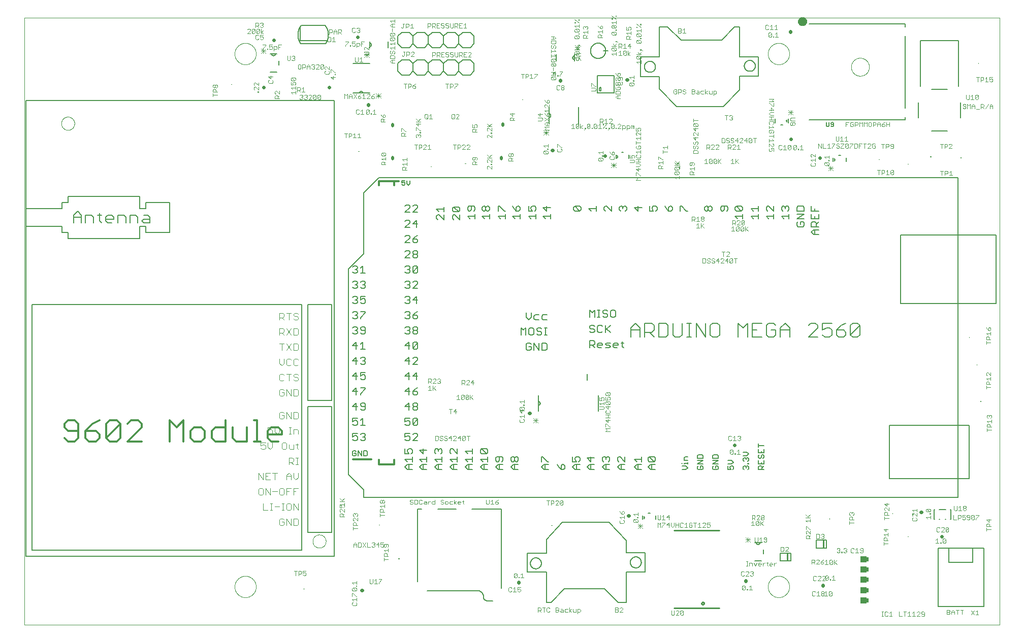
<source format=gto>
G75*
%MOIN*%
%OFA0B0*%
%FSLAX25Y25*%
%IPPOS*%
%LPD*%
%AMOC8*
5,1,8,0,0,1.08239X$1,22.5*
%
%ADD10C,0.00000*%
%ADD11C,0.00600*%
%ADD12C,0.00300*%
%ADD13C,0.00500*%
%ADD14C,0.00800*%
%ADD15R,0.04000X0.04000*%
%ADD16R,0.01575X0.03150*%
%ADD17C,0.01000*%
%ADD18C,0.02200*%
%ADD19C,0.01200*%
%ADD20C,0.00700*%
%ADD21C,0.00400*%
%ADD22C,0.03200*%
%ADD23C,0.02000*%
D10*
X0006800Y0006896D02*
X0006800Y0405396D01*
X0646800Y0405396D01*
X0646800Y0006896D01*
X0006800Y0006896D01*
X0144800Y0031896D02*
X0144802Y0032068D01*
X0144808Y0032239D01*
X0144819Y0032411D01*
X0144834Y0032582D01*
X0144853Y0032753D01*
X0144876Y0032923D01*
X0144903Y0033093D01*
X0144935Y0033262D01*
X0144970Y0033430D01*
X0145010Y0033597D01*
X0145054Y0033763D01*
X0145101Y0033928D01*
X0145153Y0034092D01*
X0145209Y0034254D01*
X0145269Y0034415D01*
X0145333Y0034575D01*
X0145401Y0034733D01*
X0145472Y0034889D01*
X0145547Y0035043D01*
X0145627Y0035196D01*
X0145709Y0035346D01*
X0145796Y0035495D01*
X0145886Y0035641D01*
X0145980Y0035785D01*
X0146077Y0035927D01*
X0146178Y0036066D01*
X0146282Y0036203D01*
X0146389Y0036337D01*
X0146500Y0036468D01*
X0146613Y0036597D01*
X0146730Y0036723D01*
X0146850Y0036846D01*
X0146973Y0036966D01*
X0147099Y0037083D01*
X0147228Y0037196D01*
X0147359Y0037307D01*
X0147493Y0037414D01*
X0147630Y0037518D01*
X0147769Y0037619D01*
X0147911Y0037716D01*
X0148055Y0037810D01*
X0148201Y0037900D01*
X0148350Y0037987D01*
X0148500Y0038069D01*
X0148653Y0038149D01*
X0148807Y0038224D01*
X0148963Y0038295D01*
X0149121Y0038363D01*
X0149281Y0038427D01*
X0149442Y0038487D01*
X0149604Y0038543D01*
X0149768Y0038595D01*
X0149933Y0038642D01*
X0150099Y0038686D01*
X0150266Y0038726D01*
X0150434Y0038761D01*
X0150603Y0038793D01*
X0150773Y0038820D01*
X0150943Y0038843D01*
X0151114Y0038862D01*
X0151285Y0038877D01*
X0151457Y0038888D01*
X0151628Y0038894D01*
X0151800Y0038896D01*
X0151972Y0038894D01*
X0152143Y0038888D01*
X0152315Y0038877D01*
X0152486Y0038862D01*
X0152657Y0038843D01*
X0152827Y0038820D01*
X0152997Y0038793D01*
X0153166Y0038761D01*
X0153334Y0038726D01*
X0153501Y0038686D01*
X0153667Y0038642D01*
X0153832Y0038595D01*
X0153996Y0038543D01*
X0154158Y0038487D01*
X0154319Y0038427D01*
X0154479Y0038363D01*
X0154637Y0038295D01*
X0154793Y0038224D01*
X0154947Y0038149D01*
X0155100Y0038069D01*
X0155250Y0037987D01*
X0155399Y0037900D01*
X0155545Y0037810D01*
X0155689Y0037716D01*
X0155831Y0037619D01*
X0155970Y0037518D01*
X0156107Y0037414D01*
X0156241Y0037307D01*
X0156372Y0037196D01*
X0156501Y0037083D01*
X0156627Y0036966D01*
X0156750Y0036846D01*
X0156870Y0036723D01*
X0156987Y0036597D01*
X0157100Y0036468D01*
X0157211Y0036337D01*
X0157318Y0036203D01*
X0157422Y0036066D01*
X0157523Y0035927D01*
X0157620Y0035785D01*
X0157714Y0035641D01*
X0157804Y0035495D01*
X0157891Y0035346D01*
X0157973Y0035196D01*
X0158053Y0035043D01*
X0158128Y0034889D01*
X0158199Y0034733D01*
X0158267Y0034575D01*
X0158331Y0034415D01*
X0158391Y0034254D01*
X0158447Y0034092D01*
X0158499Y0033928D01*
X0158546Y0033763D01*
X0158590Y0033597D01*
X0158630Y0033430D01*
X0158665Y0033262D01*
X0158697Y0033093D01*
X0158724Y0032923D01*
X0158747Y0032753D01*
X0158766Y0032582D01*
X0158781Y0032411D01*
X0158792Y0032239D01*
X0158798Y0032068D01*
X0158800Y0031896D01*
X0158798Y0031724D01*
X0158792Y0031553D01*
X0158781Y0031381D01*
X0158766Y0031210D01*
X0158747Y0031039D01*
X0158724Y0030869D01*
X0158697Y0030699D01*
X0158665Y0030530D01*
X0158630Y0030362D01*
X0158590Y0030195D01*
X0158546Y0030029D01*
X0158499Y0029864D01*
X0158447Y0029700D01*
X0158391Y0029538D01*
X0158331Y0029377D01*
X0158267Y0029217D01*
X0158199Y0029059D01*
X0158128Y0028903D01*
X0158053Y0028749D01*
X0157973Y0028596D01*
X0157891Y0028446D01*
X0157804Y0028297D01*
X0157714Y0028151D01*
X0157620Y0028007D01*
X0157523Y0027865D01*
X0157422Y0027726D01*
X0157318Y0027589D01*
X0157211Y0027455D01*
X0157100Y0027324D01*
X0156987Y0027195D01*
X0156870Y0027069D01*
X0156750Y0026946D01*
X0156627Y0026826D01*
X0156501Y0026709D01*
X0156372Y0026596D01*
X0156241Y0026485D01*
X0156107Y0026378D01*
X0155970Y0026274D01*
X0155831Y0026173D01*
X0155689Y0026076D01*
X0155545Y0025982D01*
X0155399Y0025892D01*
X0155250Y0025805D01*
X0155100Y0025723D01*
X0154947Y0025643D01*
X0154793Y0025568D01*
X0154637Y0025497D01*
X0154479Y0025429D01*
X0154319Y0025365D01*
X0154158Y0025305D01*
X0153996Y0025249D01*
X0153832Y0025197D01*
X0153667Y0025150D01*
X0153501Y0025106D01*
X0153334Y0025066D01*
X0153166Y0025031D01*
X0152997Y0024999D01*
X0152827Y0024972D01*
X0152657Y0024949D01*
X0152486Y0024930D01*
X0152315Y0024915D01*
X0152143Y0024904D01*
X0151972Y0024898D01*
X0151800Y0024896D01*
X0151628Y0024898D01*
X0151457Y0024904D01*
X0151285Y0024915D01*
X0151114Y0024930D01*
X0150943Y0024949D01*
X0150773Y0024972D01*
X0150603Y0024999D01*
X0150434Y0025031D01*
X0150266Y0025066D01*
X0150099Y0025106D01*
X0149933Y0025150D01*
X0149768Y0025197D01*
X0149604Y0025249D01*
X0149442Y0025305D01*
X0149281Y0025365D01*
X0149121Y0025429D01*
X0148963Y0025497D01*
X0148807Y0025568D01*
X0148653Y0025643D01*
X0148500Y0025723D01*
X0148350Y0025805D01*
X0148201Y0025892D01*
X0148055Y0025982D01*
X0147911Y0026076D01*
X0147769Y0026173D01*
X0147630Y0026274D01*
X0147493Y0026378D01*
X0147359Y0026485D01*
X0147228Y0026596D01*
X0147099Y0026709D01*
X0146973Y0026826D01*
X0146850Y0026946D01*
X0146730Y0027069D01*
X0146613Y0027195D01*
X0146500Y0027324D01*
X0146389Y0027455D01*
X0146282Y0027589D01*
X0146178Y0027726D01*
X0146077Y0027865D01*
X0145980Y0028007D01*
X0145886Y0028151D01*
X0145796Y0028297D01*
X0145709Y0028446D01*
X0145627Y0028596D01*
X0145547Y0028749D01*
X0145472Y0028903D01*
X0145401Y0029059D01*
X0145333Y0029217D01*
X0145269Y0029377D01*
X0145209Y0029538D01*
X0145153Y0029700D01*
X0145101Y0029864D01*
X0145054Y0030029D01*
X0145010Y0030195D01*
X0144970Y0030362D01*
X0144935Y0030530D01*
X0144903Y0030699D01*
X0144876Y0030869D01*
X0144853Y0031039D01*
X0144834Y0031210D01*
X0144819Y0031381D01*
X0144808Y0031553D01*
X0144802Y0031724D01*
X0144800Y0031896D01*
X0189800Y0030496D02*
X0189867Y0030496D01*
X0189892Y0030496D02*
X0189942Y0030496D01*
X0189959Y0030479D01*
X0189959Y0030446D01*
X0189942Y0030429D01*
X0189892Y0030429D01*
X0189892Y0030396D02*
X0189892Y0030496D01*
X0189833Y0030496D02*
X0189833Y0030396D01*
X0189984Y0030446D02*
X0190051Y0030446D01*
X0190076Y0030413D02*
X0190143Y0030479D01*
X0190143Y0030413D01*
X0190126Y0030396D01*
X0190093Y0030396D01*
X0190076Y0030413D01*
X0190076Y0030479D01*
X0190093Y0030496D01*
X0190126Y0030496D01*
X0190143Y0030479D01*
X0190168Y0030446D02*
X0190218Y0030446D01*
X0190235Y0030429D01*
X0190235Y0030413D01*
X0190218Y0030396D01*
X0190185Y0030396D01*
X0190168Y0030413D01*
X0190168Y0030446D01*
X0190202Y0030479D01*
X0190235Y0030496D01*
X0190260Y0030479D02*
X0190277Y0030496D01*
X0190310Y0030496D01*
X0190327Y0030479D01*
X0190327Y0030463D01*
X0190310Y0030446D01*
X0190327Y0030429D01*
X0190327Y0030413D01*
X0190310Y0030396D01*
X0190277Y0030396D01*
X0190260Y0030413D01*
X0190294Y0030446D02*
X0190310Y0030446D01*
X0195989Y0061739D02*
X0195991Y0061870D01*
X0195997Y0062002D01*
X0196007Y0062133D01*
X0196021Y0062264D01*
X0196039Y0062394D01*
X0196061Y0062523D01*
X0196086Y0062652D01*
X0196116Y0062780D01*
X0196150Y0062907D01*
X0196187Y0063034D01*
X0196228Y0063158D01*
X0196273Y0063282D01*
X0196322Y0063404D01*
X0196374Y0063525D01*
X0196430Y0063643D01*
X0196490Y0063761D01*
X0196553Y0063876D01*
X0196620Y0063989D01*
X0196690Y0064101D01*
X0196763Y0064210D01*
X0196839Y0064316D01*
X0196919Y0064421D01*
X0197002Y0064523D01*
X0197088Y0064622D01*
X0197177Y0064719D01*
X0197269Y0064813D01*
X0197364Y0064904D01*
X0197461Y0064993D01*
X0197561Y0065078D01*
X0197664Y0065160D01*
X0197769Y0065239D01*
X0197876Y0065315D01*
X0197986Y0065387D01*
X0198098Y0065456D01*
X0198212Y0065522D01*
X0198327Y0065584D01*
X0198445Y0065643D01*
X0198564Y0065698D01*
X0198685Y0065750D01*
X0198808Y0065797D01*
X0198932Y0065841D01*
X0199057Y0065882D01*
X0199183Y0065918D01*
X0199311Y0065951D01*
X0199439Y0065979D01*
X0199568Y0066004D01*
X0199698Y0066025D01*
X0199828Y0066042D01*
X0199959Y0066055D01*
X0200090Y0066064D01*
X0200221Y0066069D01*
X0200353Y0066070D01*
X0200484Y0066067D01*
X0200616Y0066060D01*
X0200747Y0066049D01*
X0200877Y0066034D01*
X0201007Y0066015D01*
X0201137Y0065992D01*
X0201265Y0065966D01*
X0201393Y0065935D01*
X0201520Y0065900D01*
X0201646Y0065862D01*
X0201770Y0065820D01*
X0201894Y0065774D01*
X0202015Y0065724D01*
X0202135Y0065671D01*
X0202254Y0065614D01*
X0202371Y0065554D01*
X0202485Y0065490D01*
X0202598Y0065422D01*
X0202709Y0065351D01*
X0202818Y0065277D01*
X0202924Y0065200D01*
X0203028Y0065119D01*
X0203129Y0065036D01*
X0203228Y0064949D01*
X0203324Y0064859D01*
X0203417Y0064766D01*
X0203508Y0064671D01*
X0203595Y0064573D01*
X0203680Y0064472D01*
X0203761Y0064369D01*
X0203839Y0064263D01*
X0203914Y0064155D01*
X0203986Y0064045D01*
X0204054Y0063933D01*
X0204119Y0063819D01*
X0204180Y0063702D01*
X0204238Y0063584D01*
X0204292Y0063464D01*
X0204343Y0063343D01*
X0204390Y0063220D01*
X0204433Y0063096D01*
X0204472Y0062971D01*
X0204508Y0062844D01*
X0204539Y0062716D01*
X0204567Y0062588D01*
X0204591Y0062459D01*
X0204611Y0062329D01*
X0204627Y0062198D01*
X0204639Y0062067D01*
X0204647Y0061936D01*
X0204651Y0061805D01*
X0204651Y0061673D01*
X0204647Y0061542D01*
X0204639Y0061411D01*
X0204627Y0061280D01*
X0204611Y0061149D01*
X0204591Y0061019D01*
X0204567Y0060890D01*
X0204539Y0060762D01*
X0204508Y0060634D01*
X0204472Y0060507D01*
X0204433Y0060382D01*
X0204390Y0060258D01*
X0204343Y0060135D01*
X0204292Y0060014D01*
X0204238Y0059894D01*
X0204180Y0059776D01*
X0204119Y0059659D01*
X0204054Y0059545D01*
X0203986Y0059433D01*
X0203914Y0059323D01*
X0203839Y0059215D01*
X0203761Y0059109D01*
X0203680Y0059006D01*
X0203595Y0058905D01*
X0203508Y0058807D01*
X0203417Y0058712D01*
X0203324Y0058619D01*
X0203228Y0058529D01*
X0203129Y0058442D01*
X0203028Y0058359D01*
X0202924Y0058278D01*
X0202818Y0058201D01*
X0202709Y0058127D01*
X0202598Y0058056D01*
X0202486Y0057988D01*
X0202371Y0057924D01*
X0202254Y0057864D01*
X0202135Y0057807D01*
X0202015Y0057754D01*
X0201894Y0057704D01*
X0201770Y0057658D01*
X0201646Y0057616D01*
X0201520Y0057578D01*
X0201393Y0057543D01*
X0201265Y0057512D01*
X0201137Y0057486D01*
X0201007Y0057463D01*
X0200877Y0057444D01*
X0200747Y0057429D01*
X0200616Y0057418D01*
X0200484Y0057411D01*
X0200353Y0057408D01*
X0200221Y0057409D01*
X0200090Y0057414D01*
X0199959Y0057423D01*
X0199828Y0057436D01*
X0199698Y0057453D01*
X0199568Y0057474D01*
X0199439Y0057499D01*
X0199311Y0057527D01*
X0199183Y0057560D01*
X0199057Y0057596D01*
X0198932Y0057637D01*
X0198808Y0057681D01*
X0198685Y0057728D01*
X0198564Y0057780D01*
X0198445Y0057835D01*
X0198327Y0057894D01*
X0198212Y0057956D01*
X0198098Y0058022D01*
X0197986Y0058091D01*
X0197876Y0058163D01*
X0197769Y0058239D01*
X0197664Y0058318D01*
X0197561Y0058400D01*
X0197461Y0058485D01*
X0197364Y0058574D01*
X0197269Y0058665D01*
X0197177Y0058759D01*
X0197088Y0058856D01*
X0197002Y0058955D01*
X0196919Y0059057D01*
X0196839Y0059162D01*
X0196763Y0059268D01*
X0196690Y0059377D01*
X0196620Y0059489D01*
X0196553Y0059602D01*
X0196490Y0059717D01*
X0196430Y0059835D01*
X0196374Y0059953D01*
X0196322Y0060074D01*
X0196273Y0060196D01*
X0196228Y0060320D01*
X0196187Y0060444D01*
X0196150Y0060571D01*
X0196116Y0060698D01*
X0196086Y0060826D01*
X0196061Y0060955D01*
X0196039Y0061084D01*
X0196021Y0061214D01*
X0196007Y0061345D01*
X0195997Y0061476D01*
X0195991Y0061608D01*
X0195989Y0061739D01*
X0239300Y0072496D02*
X0239367Y0072496D01*
X0239392Y0072496D02*
X0239442Y0072496D01*
X0239459Y0072479D01*
X0239459Y0072446D01*
X0239442Y0072429D01*
X0239392Y0072429D01*
X0239392Y0072396D02*
X0239392Y0072496D01*
X0239333Y0072496D02*
X0239333Y0072396D01*
X0239484Y0072446D02*
X0239551Y0072446D01*
X0239576Y0072413D02*
X0239643Y0072479D01*
X0239643Y0072413D01*
X0239626Y0072396D01*
X0239593Y0072396D01*
X0239576Y0072413D01*
X0239576Y0072479D01*
X0239593Y0072496D01*
X0239626Y0072496D01*
X0239643Y0072479D01*
X0239668Y0072446D02*
X0239718Y0072446D01*
X0239735Y0072429D01*
X0239735Y0072413D01*
X0239718Y0072396D01*
X0239685Y0072396D01*
X0239668Y0072413D01*
X0239668Y0072446D01*
X0239702Y0072479D01*
X0239735Y0072496D01*
X0239760Y0072479D02*
X0239777Y0072496D01*
X0239810Y0072496D01*
X0239827Y0072479D01*
X0239827Y0072463D01*
X0239810Y0072446D01*
X0239827Y0072429D01*
X0239827Y0072413D01*
X0239810Y0072396D01*
X0239777Y0072396D01*
X0239760Y0072413D01*
X0239794Y0072446D02*
X0239810Y0072446D01*
X0252248Y0050396D02*
X0252314Y0050396D01*
X0252340Y0050396D02*
X0252390Y0050396D01*
X0252406Y0050379D01*
X0252406Y0050346D01*
X0252390Y0050329D01*
X0252340Y0050329D01*
X0252340Y0050296D02*
X0252340Y0050396D01*
X0252281Y0050396D02*
X0252281Y0050296D01*
X0252432Y0050346D02*
X0252498Y0050346D01*
X0252524Y0050313D02*
X0252590Y0050379D01*
X0252590Y0050313D01*
X0252574Y0050296D01*
X0252540Y0050296D01*
X0252524Y0050313D01*
X0252524Y0050379D01*
X0252540Y0050396D01*
X0252574Y0050396D01*
X0252590Y0050379D01*
X0252616Y0050346D02*
X0252666Y0050346D01*
X0252683Y0050329D01*
X0252683Y0050313D01*
X0252666Y0050296D01*
X0252633Y0050296D01*
X0252616Y0050313D01*
X0252616Y0050346D01*
X0252649Y0050379D01*
X0252683Y0050396D01*
X0252708Y0050379D02*
X0252725Y0050396D01*
X0252758Y0050396D01*
X0252775Y0050379D01*
X0252775Y0050363D01*
X0252758Y0050346D01*
X0252775Y0050329D01*
X0252775Y0050313D01*
X0252758Y0050296D01*
X0252725Y0050296D01*
X0252708Y0050313D01*
X0252741Y0050346D02*
X0252758Y0050346D01*
X0352550Y0072246D02*
X0352617Y0072246D01*
X0352642Y0072246D02*
X0352692Y0072246D01*
X0352709Y0072229D01*
X0352709Y0072196D01*
X0352692Y0072179D01*
X0352642Y0072179D01*
X0352642Y0072146D02*
X0352642Y0072246D01*
X0352583Y0072246D02*
X0352583Y0072146D01*
X0352734Y0072196D02*
X0352801Y0072196D01*
X0352826Y0072163D02*
X0352893Y0072229D01*
X0352893Y0072163D01*
X0352876Y0072146D01*
X0352843Y0072146D01*
X0352826Y0072163D01*
X0352826Y0072229D01*
X0352843Y0072246D01*
X0352876Y0072246D01*
X0352893Y0072229D01*
X0352918Y0072196D02*
X0352968Y0072196D01*
X0352985Y0072179D01*
X0352985Y0072163D01*
X0352968Y0072146D01*
X0352935Y0072146D01*
X0352918Y0072163D01*
X0352918Y0072196D01*
X0352952Y0072229D01*
X0352985Y0072246D01*
X0353010Y0072229D02*
X0353027Y0072246D01*
X0353060Y0072246D01*
X0353077Y0072229D01*
X0353077Y0072213D01*
X0353060Y0072196D01*
X0353077Y0072179D01*
X0353077Y0072163D01*
X0353060Y0072146D01*
X0353027Y0072146D01*
X0353010Y0072163D01*
X0353044Y0072196D02*
X0353060Y0072196D01*
X0494800Y0031896D02*
X0494802Y0032068D01*
X0494808Y0032239D01*
X0494819Y0032411D01*
X0494834Y0032582D01*
X0494853Y0032753D01*
X0494876Y0032923D01*
X0494903Y0033093D01*
X0494935Y0033262D01*
X0494970Y0033430D01*
X0495010Y0033597D01*
X0495054Y0033763D01*
X0495101Y0033928D01*
X0495153Y0034092D01*
X0495209Y0034254D01*
X0495269Y0034415D01*
X0495333Y0034575D01*
X0495401Y0034733D01*
X0495472Y0034889D01*
X0495547Y0035043D01*
X0495627Y0035196D01*
X0495709Y0035346D01*
X0495796Y0035495D01*
X0495886Y0035641D01*
X0495980Y0035785D01*
X0496077Y0035927D01*
X0496178Y0036066D01*
X0496282Y0036203D01*
X0496389Y0036337D01*
X0496500Y0036468D01*
X0496613Y0036597D01*
X0496730Y0036723D01*
X0496850Y0036846D01*
X0496973Y0036966D01*
X0497099Y0037083D01*
X0497228Y0037196D01*
X0497359Y0037307D01*
X0497493Y0037414D01*
X0497630Y0037518D01*
X0497769Y0037619D01*
X0497911Y0037716D01*
X0498055Y0037810D01*
X0498201Y0037900D01*
X0498350Y0037987D01*
X0498500Y0038069D01*
X0498653Y0038149D01*
X0498807Y0038224D01*
X0498963Y0038295D01*
X0499121Y0038363D01*
X0499281Y0038427D01*
X0499442Y0038487D01*
X0499604Y0038543D01*
X0499768Y0038595D01*
X0499933Y0038642D01*
X0500099Y0038686D01*
X0500266Y0038726D01*
X0500434Y0038761D01*
X0500603Y0038793D01*
X0500773Y0038820D01*
X0500943Y0038843D01*
X0501114Y0038862D01*
X0501285Y0038877D01*
X0501457Y0038888D01*
X0501628Y0038894D01*
X0501800Y0038896D01*
X0501972Y0038894D01*
X0502143Y0038888D01*
X0502315Y0038877D01*
X0502486Y0038862D01*
X0502657Y0038843D01*
X0502827Y0038820D01*
X0502997Y0038793D01*
X0503166Y0038761D01*
X0503334Y0038726D01*
X0503501Y0038686D01*
X0503667Y0038642D01*
X0503832Y0038595D01*
X0503996Y0038543D01*
X0504158Y0038487D01*
X0504319Y0038427D01*
X0504479Y0038363D01*
X0504637Y0038295D01*
X0504793Y0038224D01*
X0504947Y0038149D01*
X0505100Y0038069D01*
X0505250Y0037987D01*
X0505399Y0037900D01*
X0505545Y0037810D01*
X0505689Y0037716D01*
X0505831Y0037619D01*
X0505970Y0037518D01*
X0506107Y0037414D01*
X0506241Y0037307D01*
X0506372Y0037196D01*
X0506501Y0037083D01*
X0506627Y0036966D01*
X0506750Y0036846D01*
X0506870Y0036723D01*
X0506987Y0036597D01*
X0507100Y0036468D01*
X0507211Y0036337D01*
X0507318Y0036203D01*
X0507422Y0036066D01*
X0507523Y0035927D01*
X0507620Y0035785D01*
X0507714Y0035641D01*
X0507804Y0035495D01*
X0507891Y0035346D01*
X0507973Y0035196D01*
X0508053Y0035043D01*
X0508128Y0034889D01*
X0508199Y0034733D01*
X0508267Y0034575D01*
X0508331Y0034415D01*
X0508391Y0034254D01*
X0508447Y0034092D01*
X0508499Y0033928D01*
X0508546Y0033763D01*
X0508590Y0033597D01*
X0508630Y0033430D01*
X0508665Y0033262D01*
X0508697Y0033093D01*
X0508724Y0032923D01*
X0508747Y0032753D01*
X0508766Y0032582D01*
X0508781Y0032411D01*
X0508792Y0032239D01*
X0508798Y0032068D01*
X0508800Y0031896D01*
X0508798Y0031724D01*
X0508792Y0031553D01*
X0508781Y0031381D01*
X0508766Y0031210D01*
X0508747Y0031039D01*
X0508724Y0030869D01*
X0508697Y0030699D01*
X0508665Y0030530D01*
X0508630Y0030362D01*
X0508590Y0030195D01*
X0508546Y0030029D01*
X0508499Y0029864D01*
X0508447Y0029700D01*
X0508391Y0029538D01*
X0508331Y0029377D01*
X0508267Y0029217D01*
X0508199Y0029059D01*
X0508128Y0028903D01*
X0508053Y0028749D01*
X0507973Y0028596D01*
X0507891Y0028446D01*
X0507804Y0028297D01*
X0507714Y0028151D01*
X0507620Y0028007D01*
X0507523Y0027865D01*
X0507422Y0027726D01*
X0507318Y0027589D01*
X0507211Y0027455D01*
X0507100Y0027324D01*
X0506987Y0027195D01*
X0506870Y0027069D01*
X0506750Y0026946D01*
X0506627Y0026826D01*
X0506501Y0026709D01*
X0506372Y0026596D01*
X0506241Y0026485D01*
X0506107Y0026378D01*
X0505970Y0026274D01*
X0505831Y0026173D01*
X0505689Y0026076D01*
X0505545Y0025982D01*
X0505399Y0025892D01*
X0505250Y0025805D01*
X0505100Y0025723D01*
X0504947Y0025643D01*
X0504793Y0025568D01*
X0504637Y0025497D01*
X0504479Y0025429D01*
X0504319Y0025365D01*
X0504158Y0025305D01*
X0503996Y0025249D01*
X0503832Y0025197D01*
X0503667Y0025150D01*
X0503501Y0025106D01*
X0503334Y0025066D01*
X0503166Y0025031D01*
X0502997Y0024999D01*
X0502827Y0024972D01*
X0502657Y0024949D01*
X0502486Y0024930D01*
X0502315Y0024915D01*
X0502143Y0024904D01*
X0501972Y0024898D01*
X0501800Y0024896D01*
X0501628Y0024898D01*
X0501457Y0024904D01*
X0501285Y0024915D01*
X0501114Y0024930D01*
X0500943Y0024949D01*
X0500773Y0024972D01*
X0500603Y0024999D01*
X0500434Y0025031D01*
X0500266Y0025066D01*
X0500099Y0025106D01*
X0499933Y0025150D01*
X0499768Y0025197D01*
X0499604Y0025249D01*
X0499442Y0025305D01*
X0499281Y0025365D01*
X0499121Y0025429D01*
X0498963Y0025497D01*
X0498807Y0025568D01*
X0498653Y0025643D01*
X0498500Y0025723D01*
X0498350Y0025805D01*
X0498201Y0025892D01*
X0498055Y0025982D01*
X0497911Y0026076D01*
X0497769Y0026173D01*
X0497630Y0026274D01*
X0497493Y0026378D01*
X0497359Y0026485D01*
X0497228Y0026596D01*
X0497099Y0026709D01*
X0496973Y0026826D01*
X0496850Y0026946D01*
X0496730Y0027069D01*
X0496613Y0027195D01*
X0496500Y0027324D01*
X0496389Y0027455D01*
X0496282Y0027589D01*
X0496178Y0027726D01*
X0496077Y0027865D01*
X0495980Y0028007D01*
X0495886Y0028151D01*
X0495796Y0028297D01*
X0495709Y0028446D01*
X0495627Y0028596D01*
X0495547Y0028749D01*
X0495472Y0028903D01*
X0495401Y0029059D01*
X0495333Y0029217D01*
X0495269Y0029377D01*
X0495209Y0029538D01*
X0495153Y0029700D01*
X0495101Y0029864D01*
X0495054Y0030029D01*
X0495010Y0030195D01*
X0494970Y0030362D01*
X0494935Y0030530D01*
X0494903Y0030699D01*
X0494876Y0030869D01*
X0494853Y0031039D01*
X0494834Y0031210D01*
X0494819Y0031381D01*
X0494808Y0031553D01*
X0494802Y0031724D01*
X0494800Y0031896D01*
X0535050Y0076344D02*
X0535050Y0076410D01*
X0535050Y0076436D02*
X0535050Y0076486D01*
X0535067Y0076502D01*
X0535100Y0076502D01*
X0535117Y0076486D01*
X0535117Y0076436D01*
X0535150Y0076436D02*
X0535050Y0076436D01*
X0535050Y0076377D02*
X0535150Y0076377D01*
X0535100Y0076528D02*
X0535100Y0076594D01*
X0535133Y0076620D02*
X0535067Y0076687D01*
X0535133Y0076687D01*
X0535150Y0076670D01*
X0535150Y0076637D01*
X0535133Y0076620D01*
X0535067Y0076620D01*
X0535050Y0076637D01*
X0535050Y0076670D01*
X0535067Y0076687D01*
X0535100Y0076712D02*
X0535100Y0076762D01*
X0535117Y0076779D01*
X0535133Y0076779D01*
X0535150Y0076762D01*
X0535150Y0076729D01*
X0535133Y0076712D01*
X0535100Y0076712D01*
X0535067Y0076745D01*
X0535050Y0076779D01*
X0535067Y0076804D02*
X0535050Y0076821D01*
X0535050Y0076854D01*
X0535067Y0076871D01*
X0535083Y0076871D01*
X0535100Y0076854D01*
X0535117Y0076871D01*
X0535133Y0076871D01*
X0535150Y0076854D01*
X0535150Y0076821D01*
X0535133Y0076804D01*
X0535100Y0076837D02*
X0535100Y0076854D01*
X0576300Y0079844D02*
X0576300Y0079910D01*
X0576300Y0079936D02*
X0576300Y0079986D01*
X0576317Y0080002D01*
X0576350Y0080002D01*
X0576367Y0079986D01*
X0576367Y0079936D01*
X0576400Y0079936D02*
X0576300Y0079936D01*
X0576300Y0079877D02*
X0576400Y0079877D01*
X0576350Y0080028D02*
X0576350Y0080094D01*
X0576383Y0080120D02*
X0576317Y0080187D01*
X0576383Y0080187D01*
X0576400Y0080170D01*
X0576400Y0080137D01*
X0576383Y0080120D01*
X0576317Y0080120D01*
X0576300Y0080137D01*
X0576300Y0080170D01*
X0576317Y0080187D01*
X0576350Y0080212D02*
X0576350Y0080262D01*
X0576367Y0080279D01*
X0576383Y0080279D01*
X0576400Y0080262D01*
X0576400Y0080229D01*
X0576383Y0080212D01*
X0576350Y0080212D01*
X0576317Y0080245D01*
X0576300Y0080279D01*
X0576317Y0080304D02*
X0576300Y0080321D01*
X0576300Y0080354D01*
X0576317Y0080371D01*
X0576333Y0080371D01*
X0576350Y0080354D01*
X0576367Y0080371D01*
X0576383Y0080371D01*
X0576400Y0080354D01*
X0576400Y0080321D01*
X0576383Y0080304D01*
X0576350Y0080337D02*
X0576350Y0080354D01*
X0589498Y0079396D02*
X0589564Y0079396D01*
X0589590Y0079396D02*
X0589640Y0079396D01*
X0589656Y0079379D01*
X0589656Y0079346D01*
X0589640Y0079329D01*
X0589590Y0079329D01*
X0589590Y0079296D02*
X0589590Y0079396D01*
X0589531Y0079396D02*
X0589531Y0079296D01*
X0589682Y0079346D02*
X0589748Y0079346D01*
X0589774Y0079313D02*
X0589840Y0079379D01*
X0589840Y0079313D01*
X0589824Y0079296D01*
X0589790Y0079296D01*
X0589774Y0079313D01*
X0589774Y0079379D01*
X0589790Y0079396D01*
X0589824Y0079396D01*
X0589840Y0079379D01*
X0589866Y0079346D02*
X0589916Y0079346D01*
X0589933Y0079329D01*
X0589933Y0079313D01*
X0589916Y0079296D01*
X0589883Y0079296D01*
X0589866Y0079313D01*
X0589866Y0079346D01*
X0589899Y0079379D01*
X0589933Y0079396D01*
X0589958Y0079379D02*
X0589975Y0079396D01*
X0590008Y0079396D01*
X0590025Y0079379D01*
X0590025Y0079363D01*
X0590008Y0079346D01*
X0590025Y0079329D01*
X0590025Y0079313D01*
X0590008Y0079296D01*
X0589975Y0079296D01*
X0589958Y0079313D01*
X0589991Y0079346D02*
X0590008Y0079346D01*
X0586810Y0064996D02*
X0586827Y0064979D01*
X0586827Y0064963D01*
X0586810Y0064946D01*
X0586827Y0064929D01*
X0586827Y0064913D01*
X0586810Y0064896D01*
X0586777Y0064896D01*
X0586760Y0064913D01*
X0586735Y0064913D02*
X0586735Y0064929D01*
X0586718Y0064946D01*
X0586668Y0064946D01*
X0586668Y0064913D01*
X0586685Y0064896D01*
X0586718Y0064896D01*
X0586735Y0064913D01*
X0586794Y0064946D02*
X0586810Y0064946D01*
X0586810Y0064996D02*
X0586777Y0064996D01*
X0586760Y0064979D01*
X0586735Y0064996D02*
X0586702Y0064979D01*
X0586668Y0064946D01*
X0586643Y0064913D02*
X0586626Y0064896D01*
X0586593Y0064896D01*
X0586576Y0064913D01*
X0586643Y0064979D01*
X0586643Y0064913D01*
X0586643Y0064979D02*
X0586626Y0064996D01*
X0586593Y0064996D01*
X0586576Y0064979D01*
X0586576Y0064913D01*
X0586551Y0064946D02*
X0586484Y0064946D01*
X0586459Y0064946D02*
X0586442Y0064929D01*
X0586392Y0064929D01*
X0586392Y0064896D02*
X0586392Y0064996D01*
X0586442Y0064996D01*
X0586459Y0064979D01*
X0586459Y0064946D01*
X0586367Y0064996D02*
X0586300Y0064996D01*
X0586333Y0064996D02*
X0586333Y0064896D01*
X0634200Y0153396D02*
X0634200Y0153463D01*
X0634200Y0153488D02*
X0634200Y0153538D01*
X0634217Y0153555D01*
X0634250Y0153555D01*
X0634267Y0153538D01*
X0634267Y0153488D01*
X0634300Y0153488D02*
X0634200Y0153488D01*
X0634200Y0153429D02*
X0634300Y0153429D01*
X0634250Y0153580D02*
X0634250Y0153647D01*
X0634283Y0153672D02*
X0634217Y0153739D01*
X0634283Y0153739D01*
X0634300Y0153722D01*
X0634300Y0153689D01*
X0634283Y0153672D01*
X0634217Y0153672D01*
X0634200Y0153689D01*
X0634200Y0153722D01*
X0634217Y0153739D01*
X0634250Y0153764D02*
X0634250Y0153814D01*
X0634267Y0153831D01*
X0634283Y0153831D01*
X0634300Y0153814D01*
X0634300Y0153781D01*
X0634283Y0153764D01*
X0634250Y0153764D01*
X0634217Y0153798D01*
X0634200Y0153831D01*
X0634217Y0153856D02*
X0634200Y0153873D01*
X0634200Y0153906D01*
X0634217Y0153923D01*
X0634233Y0153923D01*
X0634250Y0153906D01*
X0634267Y0153923D01*
X0634283Y0153923D01*
X0634300Y0153906D01*
X0634300Y0153873D01*
X0634283Y0153856D01*
X0634250Y0153890D02*
X0634250Y0153906D01*
X0631700Y0177396D02*
X0631700Y0177463D01*
X0631700Y0177488D02*
X0631700Y0177538D01*
X0631717Y0177555D01*
X0631750Y0177555D01*
X0631767Y0177538D01*
X0631767Y0177488D01*
X0631800Y0177488D02*
X0631700Y0177488D01*
X0631700Y0177429D02*
X0631800Y0177429D01*
X0631750Y0177580D02*
X0631750Y0177647D01*
X0631783Y0177672D02*
X0631717Y0177739D01*
X0631783Y0177739D01*
X0631800Y0177722D01*
X0631800Y0177689D01*
X0631783Y0177672D01*
X0631717Y0177672D01*
X0631700Y0177689D01*
X0631700Y0177722D01*
X0631717Y0177739D01*
X0631750Y0177764D02*
X0631750Y0177814D01*
X0631767Y0177831D01*
X0631783Y0177831D01*
X0631800Y0177814D01*
X0631800Y0177781D01*
X0631783Y0177764D01*
X0631750Y0177764D01*
X0631717Y0177798D01*
X0631700Y0177831D01*
X0631717Y0177856D02*
X0631700Y0177873D01*
X0631700Y0177906D01*
X0631717Y0177923D01*
X0631733Y0177923D01*
X0631750Y0177906D01*
X0631767Y0177923D01*
X0631783Y0177923D01*
X0631800Y0177906D01*
X0631800Y0177873D01*
X0631783Y0177856D01*
X0631750Y0177890D02*
X0631750Y0177906D01*
X0626700Y0195396D02*
X0626700Y0195463D01*
X0626700Y0195488D02*
X0626700Y0195538D01*
X0626717Y0195555D01*
X0626750Y0195555D01*
X0626767Y0195538D01*
X0626767Y0195488D01*
X0626800Y0195488D02*
X0626700Y0195488D01*
X0626700Y0195429D02*
X0626800Y0195429D01*
X0626750Y0195580D02*
X0626750Y0195647D01*
X0626783Y0195672D02*
X0626717Y0195739D01*
X0626783Y0195739D01*
X0626800Y0195722D01*
X0626800Y0195689D01*
X0626783Y0195672D01*
X0626717Y0195672D01*
X0626700Y0195689D01*
X0626700Y0195722D01*
X0626717Y0195739D01*
X0626750Y0195764D02*
X0626750Y0195814D01*
X0626767Y0195831D01*
X0626783Y0195831D01*
X0626800Y0195814D01*
X0626800Y0195781D01*
X0626783Y0195764D01*
X0626750Y0195764D01*
X0626717Y0195798D01*
X0626700Y0195831D01*
X0626717Y0195856D02*
X0626700Y0195873D01*
X0626700Y0195906D01*
X0626717Y0195923D01*
X0626733Y0195923D01*
X0626750Y0195906D01*
X0626767Y0195923D01*
X0626783Y0195923D01*
X0626800Y0195906D01*
X0626800Y0195873D01*
X0626783Y0195856D01*
X0626750Y0195890D02*
X0626750Y0195906D01*
X0586810Y0309396D02*
X0586777Y0309396D01*
X0586760Y0309413D01*
X0586735Y0309413D02*
X0586735Y0309429D01*
X0586718Y0309446D01*
X0586668Y0309446D01*
X0586668Y0309413D01*
X0586685Y0309396D01*
X0586718Y0309396D01*
X0586735Y0309413D01*
X0586794Y0309446D02*
X0586810Y0309446D01*
X0586827Y0309429D01*
X0586827Y0309413D01*
X0586810Y0309396D01*
X0586810Y0309446D02*
X0586827Y0309463D01*
X0586827Y0309479D01*
X0586810Y0309496D01*
X0586777Y0309496D01*
X0586760Y0309479D01*
X0586735Y0309496D02*
X0586702Y0309479D01*
X0586668Y0309446D01*
X0586643Y0309413D02*
X0586626Y0309396D01*
X0586593Y0309396D01*
X0586576Y0309413D01*
X0586643Y0309479D01*
X0586643Y0309413D01*
X0586643Y0309479D02*
X0586626Y0309496D01*
X0586593Y0309496D01*
X0586576Y0309479D01*
X0586576Y0309413D01*
X0586551Y0309446D02*
X0586484Y0309446D01*
X0586459Y0309446D02*
X0586442Y0309429D01*
X0586392Y0309429D01*
X0586392Y0309396D02*
X0586392Y0309496D01*
X0586442Y0309496D01*
X0586459Y0309479D01*
X0586459Y0309446D01*
X0586367Y0309496D02*
X0586300Y0309496D01*
X0586333Y0309496D02*
X0586333Y0309396D01*
X0601248Y0314396D02*
X0601314Y0314396D01*
X0601340Y0314396D02*
X0601390Y0314396D01*
X0601406Y0314379D01*
X0601406Y0314346D01*
X0601390Y0314329D01*
X0601340Y0314329D01*
X0601340Y0314296D02*
X0601340Y0314396D01*
X0601281Y0314396D02*
X0601281Y0314296D01*
X0601432Y0314346D02*
X0601498Y0314346D01*
X0601524Y0314313D02*
X0601590Y0314379D01*
X0601590Y0314313D01*
X0601574Y0314296D01*
X0601540Y0314296D01*
X0601524Y0314313D01*
X0601524Y0314379D01*
X0601540Y0314396D01*
X0601574Y0314396D01*
X0601590Y0314379D01*
X0601616Y0314346D02*
X0601666Y0314346D01*
X0601683Y0314329D01*
X0601683Y0314313D01*
X0601666Y0314296D01*
X0601633Y0314296D01*
X0601616Y0314313D01*
X0601616Y0314346D01*
X0601649Y0314379D01*
X0601683Y0314396D01*
X0601708Y0314379D02*
X0601725Y0314396D01*
X0601758Y0314396D01*
X0601775Y0314379D01*
X0601775Y0314363D01*
X0601758Y0314346D01*
X0601775Y0314329D01*
X0601775Y0314313D01*
X0601758Y0314296D01*
X0601725Y0314296D01*
X0601708Y0314313D01*
X0601741Y0314346D02*
X0601758Y0314346D01*
X0621200Y0313906D02*
X0621217Y0313923D01*
X0621233Y0313923D01*
X0621250Y0313906D01*
X0621267Y0313923D01*
X0621283Y0313923D01*
X0621300Y0313906D01*
X0621300Y0313873D01*
X0621283Y0313856D01*
X0621283Y0313831D02*
X0621267Y0313831D01*
X0621250Y0313814D01*
X0621250Y0313764D01*
X0621283Y0313764D01*
X0621300Y0313781D01*
X0621300Y0313814D01*
X0621283Y0313831D01*
X0621250Y0313890D02*
X0621250Y0313906D01*
X0621200Y0313906D02*
X0621200Y0313873D01*
X0621217Y0313856D01*
X0621200Y0313831D02*
X0621217Y0313798D01*
X0621250Y0313764D01*
X0621283Y0313739D02*
X0621300Y0313722D01*
X0621300Y0313689D01*
X0621283Y0313672D01*
X0621217Y0313739D01*
X0621283Y0313739D01*
X0621217Y0313739D02*
X0621200Y0313722D01*
X0621200Y0313689D01*
X0621217Y0313672D01*
X0621283Y0313672D01*
X0621250Y0313647D02*
X0621250Y0313580D01*
X0621250Y0313555D02*
X0621267Y0313538D01*
X0621267Y0313488D01*
X0621300Y0313488D02*
X0621200Y0313488D01*
X0621200Y0313538D01*
X0621217Y0313555D01*
X0621250Y0313555D01*
X0621200Y0313463D02*
X0621200Y0313396D01*
X0621200Y0313429D02*
X0621300Y0313429D01*
X0567827Y0312479D02*
X0567827Y0312463D01*
X0567810Y0312446D01*
X0567827Y0312429D01*
X0567827Y0312413D01*
X0567810Y0312396D01*
X0567777Y0312396D01*
X0567760Y0312413D01*
X0567735Y0312413D02*
X0567735Y0312429D01*
X0567718Y0312446D01*
X0567668Y0312446D01*
X0567668Y0312413D01*
X0567685Y0312396D01*
X0567718Y0312396D01*
X0567735Y0312413D01*
X0567794Y0312446D02*
X0567810Y0312446D01*
X0567827Y0312479D02*
X0567810Y0312496D01*
X0567777Y0312496D01*
X0567760Y0312479D01*
X0567735Y0312496D02*
X0567702Y0312479D01*
X0567668Y0312446D01*
X0567643Y0312413D02*
X0567626Y0312396D01*
X0567593Y0312396D01*
X0567576Y0312413D01*
X0567643Y0312479D01*
X0567643Y0312413D01*
X0567643Y0312479D02*
X0567626Y0312496D01*
X0567593Y0312496D01*
X0567576Y0312479D01*
X0567576Y0312413D01*
X0567551Y0312446D02*
X0567484Y0312446D01*
X0567459Y0312446D02*
X0567442Y0312429D01*
X0567392Y0312429D01*
X0567392Y0312396D02*
X0567392Y0312496D01*
X0567442Y0312496D01*
X0567459Y0312479D01*
X0567459Y0312446D01*
X0567367Y0312496D02*
X0567300Y0312496D01*
X0567333Y0312496D02*
X0567333Y0312396D01*
X0549363Y0373243D02*
X0549365Y0373396D01*
X0549371Y0373550D01*
X0549381Y0373703D01*
X0549395Y0373855D01*
X0549413Y0374008D01*
X0549435Y0374159D01*
X0549460Y0374310D01*
X0549490Y0374461D01*
X0549524Y0374611D01*
X0549561Y0374759D01*
X0549602Y0374907D01*
X0549647Y0375053D01*
X0549696Y0375199D01*
X0549749Y0375343D01*
X0549805Y0375485D01*
X0549865Y0375626D01*
X0549929Y0375766D01*
X0549996Y0375904D01*
X0550067Y0376040D01*
X0550142Y0376174D01*
X0550219Y0376306D01*
X0550301Y0376436D01*
X0550385Y0376564D01*
X0550473Y0376690D01*
X0550564Y0376813D01*
X0550658Y0376934D01*
X0550756Y0377052D01*
X0550856Y0377168D01*
X0550960Y0377281D01*
X0551066Y0377392D01*
X0551175Y0377500D01*
X0551287Y0377605D01*
X0551401Y0377706D01*
X0551519Y0377805D01*
X0551638Y0377901D01*
X0551760Y0377994D01*
X0551885Y0378083D01*
X0552012Y0378170D01*
X0552141Y0378252D01*
X0552272Y0378332D01*
X0552405Y0378408D01*
X0552540Y0378481D01*
X0552677Y0378550D01*
X0552816Y0378615D01*
X0552956Y0378677D01*
X0553098Y0378735D01*
X0553241Y0378790D01*
X0553386Y0378841D01*
X0553532Y0378888D01*
X0553679Y0378931D01*
X0553827Y0378970D01*
X0553976Y0379006D01*
X0554126Y0379037D01*
X0554277Y0379065D01*
X0554428Y0379089D01*
X0554581Y0379109D01*
X0554733Y0379125D01*
X0554886Y0379137D01*
X0555039Y0379145D01*
X0555192Y0379149D01*
X0555346Y0379149D01*
X0555499Y0379145D01*
X0555652Y0379137D01*
X0555805Y0379125D01*
X0555957Y0379109D01*
X0556110Y0379089D01*
X0556261Y0379065D01*
X0556412Y0379037D01*
X0556562Y0379006D01*
X0556711Y0378970D01*
X0556859Y0378931D01*
X0557006Y0378888D01*
X0557152Y0378841D01*
X0557297Y0378790D01*
X0557440Y0378735D01*
X0557582Y0378677D01*
X0557722Y0378615D01*
X0557861Y0378550D01*
X0557998Y0378481D01*
X0558133Y0378408D01*
X0558266Y0378332D01*
X0558397Y0378252D01*
X0558526Y0378170D01*
X0558653Y0378083D01*
X0558778Y0377994D01*
X0558900Y0377901D01*
X0559019Y0377805D01*
X0559137Y0377706D01*
X0559251Y0377605D01*
X0559363Y0377500D01*
X0559472Y0377392D01*
X0559578Y0377281D01*
X0559682Y0377168D01*
X0559782Y0377052D01*
X0559880Y0376934D01*
X0559974Y0376813D01*
X0560065Y0376690D01*
X0560153Y0376564D01*
X0560237Y0376436D01*
X0560319Y0376306D01*
X0560396Y0376174D01*
X0560471Y0376040D01*
X0560542Y0375904D01*
X0560609Y0375766D01*
X0560673Y0375626D01*
X0560733Y0375485D01*
X0560789Y0375343D01*
X0560842Y0375199D01*
X0560891Y0375053D01*
X0560936Y0374907D01*
X0560977Y0374759D01*
X0561014Y0374611D01*
X0561048Y0374461D01*
X0561078Y0374310D01*
X0561103Y0374159D01*
X0561125Y0374008D01*
X0561143Y0373855D01*
X0561157Y0373703D01*
X0561167Y0373550D01*
X0561173Y0373396D01*
X0561175Y0373243D01*
X0561173Y0373090D01*
X0561167Y0372936D01*
X0561157Y0372783D01*
X0561143Y0372631D01*
X0561125Y0372478D01*
X0561103Y0372327D01*
X0561078Y0372176D01*
X0561048Y0372025D01*
X0561014Y0371875D01*
X0560977Y0371727D01*
X0560936Y0371579D01*
X0560891Y0371433D01*
X0560842Y0371287D01*
X0560789Y0371143D01*
X0560733Y0371001D01*
X0560673Y0370860D01*
X0560609Y0370720D01*
X0560542Y0370582D01*
X0560471Y0370446D01*
X0560396Y0370312D01*
X0560319Y0370180D01*
X0560237Y0370050D01*
X0560153Y0369922D01*
X0560065Y0369796D01*
X0559974Y0369673D01*
X0559880Y0369552D01*
X0559782Y0369434D01*
X0559682Y0369318D01*
X0559578Y0369205D01*
X0559472Y0369094D01*
X0559363Y0368986D01*
X0559251Y0368881D01*
X0559137Y0368780D01*
X0559019Y0368681D01*
X0558900Y0368585D01*
X0558778Y0368492D01*
X0558653Y0368403D01*
X0558526Y0368316D01*
X0558397Y0368234D01*
X0558266Y0368154D01*
X0558133Y0368078D01*
X0557998Y0368005D01*
X0557861Y0367936D01*
X0557722Y0367871D01*
X0557582Y0367809D01*
X0557440Y0367751D01*
X0557297Y0367696D01*
X0557152Y0367645D01*
X0557006Y0367598D01*
X0556859Y0367555D01*
X0556711Y0367516D01*
X0556562Y0367480D01*
X0556412Y0367449D01*
X0556261Y0367421D01*
X0556110Y0367397D01*
X0555957Y0367377D01*
X0555805Y0367361D01*
X0555652Y0367349D01*
X0555499Y0367341D01*
X0555346Y0367337D01*
X0555192Y0367337D01*
X0555039Y0367341D01*
X0554886Y0367349D01*
X0554733Y0367361D01*
X0554581Y0367377D01*
X0554428Y0367397D01*
X0554277Y0367421D01*
X0554126Y0367449D01*
X0553976Y0367480D01*
X0553827Y0367516D01*
X0553679Y0367555D01*
X0553532Y0367598D01*
X0553386Y0367645D01*
X0553241Y0367696D01*
X0553098Y0367751D01*
X0552956Y0367809D01*
X0552816Y0367871D01*
X0552677Y0367936D01*
X0552540Y0368005D01*
X0552405Y0368078D01*
X0552272Y0368154D01*
X0552141Y0368234D01*
X0552012Y0368316D01*
X0551885Y0368403D01*
X0551760Y0368492D01*
X0551638Y0368585D01*
X0551519Y0368681D01*
X0551401Y0368780D01*
X0551287Y0368881D01*
X0551175Y0368986D01*
X0551066Y0369094D01*
X0550960Y0369205D01*
X0550856Y0369318D01*
X0550756Y0369434D01*
X0550658Y0369552D01*
X0550564Y0369673D01*
X0550473Y0369796D01*
X0550385Y0369922D01*
X0550301Y0370050D01*
X0550219Y0370180D01*
X0550142Y0370312D01*
X0550067Y0370446D01*
X0549996Y0370582D01*
X0549929Y0370720D01*
X0549865Y0370860D01*
X0549805Y0371001D01*
X0549749Y0371143D01*
X0549696Y0371287D01*
X0549647Y0371433D01*
X0549602Y0371579D01*
X0549561Y0371727D01*
X0549524Y0371875D01*
X0549490Y0372025D01*
X0549460Y0372176D01*
X0549435Y0372327D01*
X0549413Y0372478D01*
X0549395Y0372631D01*
X0549381Y0372783D01*
X0549371Y0372936D01*
X0549365Y0373090D01*
X0549363Y0373243D01*
X0494800Y0381896D02*
X0494802Y0382068D01*
X0494808Y0382239D01*
X0494819Y0382411D01*
X0494834Y0382582D01*
X0494853Y0382753D01*
X0494876Y0382923D01*
X0494903Y0383093D01*
X0494935Y0383262D01*
X0494970Y0383430D01*
X0495010Y0383597D01*
X0495054Y0383763D01*
X0495101Y0383928D01*
X0495153Y0384092D01*
X0495209Y0384254D01*
X0495269Y0384415D01*
X0495333Y0384575D01*
X0495401Y0384733D01*
X0495472Y0384889D01*
X0495547Y0385043D01*
X0495627Y0385196D01*
X0495709Y0385346D01*
X0495796Y0385495D01*
X0495886Y0385641D01*
X0495980Y0385785D01*
X0496077Y0385927D01*
X0496178Y0386066D01*
X0496282Y0386203D01*
X0496389Y0386337D01*
X0496500Y0386468D01*
X0496613Y0386597D01*
X0496730Y0386723D01*
X0496850Y0386846D01*
X0496973Y0386966D01*
X0497099Y0387083D01*
X0497228Y0387196D01*
X0497359Y0387307D01*
X0497493Y0387414D01*
X0497630Y0387518D01*
X0497769Y0387619D01*
X0497911Y0387716D01*
X0498055Y0387810D01*
X0498201Y0387900D01*
X0498350Y0387987D01*
X0498500Y0388069D01*
X0498653Y0388149D01*
X0498807Y0388224D01*
X0498963Y0388295D01*
X0499121Y0388363D01*
X0499281Y0388427D01*
X0499442Y0388487D01*
X0499604Y0388543D01*
X0499768Y0388595D01*
X0499933Y0388642D01*
X0500099Y0388686D01*
X0500266Y0388726D01*
X0500434Y0388761D01*
X0500603Y0388793D01*
X0500773Y0388820D01*
X0500943Y0388843D01*
X0501114Y0388862D01*
X0501285Y0388877D01*
X0501457Y0388888D01*
X0501628Y0388894D01*
X0501800Y0388896D01*
X0501972Y0388894D01*
X0502143Y0388888D01*
X0502315Y0388877D01*
X0502486Y0388862D01*
X0502657Y0388843D01*
X0502827Y0388820D01*
X0502997Y0388793D01*
X0503166Y0388761D01*
X0503334Y0388726D01*
X0503501Y0388686D01*
X0503667Y0388642D01*
X0503832Y0388595D01*
X0503996Y0388543D01*
X0504158Y0388487D01*
X0504319Y0388427D01*
X0504479Y0388363D01*
X0504637Y0388295D01*
X0504793Y0388224D01*
X0504947Y0388149D01*
X0505100Y0388069D01*
X0505250Y0387987D01*
X0505399Y0387900D01*
X0505545Y0387810D01*
X0505689Y0387716D01*
X0505831Y0387619D01*
X0505970Y0387518D01*
X0506107Y0387414D01*
X0506241Y0387307D01*
X0506372Y0387196D01*
X0506501Y0387083D01*
X0506627Y0386966D01*
X0506750Y0386846D01*
X0506870Y0386723D01*
X0506987Y0386597D01*
X0507100Y0386468D01*
X0507211Y0386337D01*
X0507318Y0386203D01*
X0507422Y0386066D01*
X0507523Y0385927D01*
X0507620Y0385785D01*
X0507714Y0385641D01*
X0507804Y0385495D01*
X0507891Y0385346D01*
X0507973Y0385196D01*
X0508053Y0385043D01*
X0508128Y0384889D01*
X0508199Y0384733D01*
X0508267Y0384575D01*
X0508331Y0384415D01*
X0508391Y0384254D01*
X0508447Y0384092D01*
X0508499Y0383928D01*
X0508546Y0383763D01*
X0508590Y0383597D01*
X0508630Y0383430D01*
X0508665Y0383262D01*
X0508697Y0383093D01*
X0508724Y0382923D01*
X0508747Y0382753D01*
X0508766Y0382582D01*
X0508781Y0382411D01*
X0508792Y0382239D01*
X0508798Y0382068D01*
X0508800Y0381896D01*
X0508798Y0381724D01*
X0508792Y0381553D01*
X0508781Y0381381D01*
X0508766Y0381210D01*
X0508747Y0381039D01*
X0508724Y0380869D01*
X0508697Y0380699D01*
X0508665Y0380530D01*
X0508630Y0380362D01*
X0508590Y0380195D01*
X0508546Y0380029D01*
X0508499Y0379864D01*
X0508447Y0379700D01*
X0508391Y0379538D01*
X0508331Y0379377D01*
X0508267Y0379217D01*
X0508199Y0379059D01*
X0508128Y0378903D01*
X0508053Y0378749D01*
X0507973Y0378596D01*
X0507891Y0378446D01*
X0507804Y0378297D01*
X0507714Y0378151D01*
X0507620Y0378007D01*
X0507523Y0377865D01*
X0507422Y0377726D01*
X0507318Y0377589D01*
X0507211Y0377455D01*
X0507100Y0377324D01*
X0506987Y0377195D01*
X0506870Y0377069D01*
X0506750Y0376946D01*
X0506627Y0376826D01*
X0506501Y0376709D01*
X0506372Y0376596D01*
X0506241Y0376485D01*
X0506107Y0376378D01*
X0505970Y0376274D01*
X0505831Y0376173D01*
X0505689Y0376076D01*
X0505545Y0375982D01*
X0505399Y0375892D01*
X0505250Y0375805D01*
X0505100Y0375723D01*
X0504947Y0375643D01*
X0504793Y0375568D01*
X0504637Y0375497D01*
X0504479Y0375429D01*
X0504319Y0375365D01*
X0504158Y0375305D01*
X0503996Y0375249D01*
X0503832Y0375197D01*
X0503667Y0375150D01*
X0503501Y0375106D01*
X0503334Y0375066D01*
X0503166Y0375031D01*
X0502997Y0374999D01*
X0502827Y0374972D01*
X0502657Y0374949D01*
X0502486Y0374930D01*
X0502315Y0374915D01*
X0502143Y0374904D01*
X0501972Y0374898D01*
X0501800Y0374896D01*
X0501628Y0374898D01*
X0501457Y0374904D01*
X0501285Y0374915D01*
X0501114Y0374930D01*
X0500943Y0374949D01*
X0500773Y0374972D01*
X0500603Y0374999D01*
X0500434Y0375031D01*
X0500266Y0375066D01*
X0500099Y0375106D01*
X0499933Y0375150D01*
X0499768Y0375197D01*
X0499604Y0375249D01*
X0499442Y0375305D01*
X0499281Y0375365D01*
X0499121Y0375429D01*
X0498963Y0375497D01*
X0498807Y0375568D01*
X0498653Y0375643D01*
X0498500Y0375723D01*
X0498350Y0375805D01*
X0498201Y0375892D01*
X0498055Y0375982D01*
X0497911Y0376076D01*
X0497769Y0376173D01*
X0497630Y0376274D01*
X0497493Y0376378D01*
X0497359Y0376485D01*
X0497228Y0376596D01*
X0497099Y0376709D01*
X0496973Y0376826D01*
X0496850Y0376946D01*
X0496730Y0377069D01*
X0496613Y0377195D01*
X0496500Y0377324D01*
X0496389Y0377455D01*
X0496282Y0377589D01*
X0496178Y0377726D01*
X0496077Y0377865D01*
X0495980Y0378007D01*
X0495886Y0378151D01*
X0495796Y0378297D01*
X0495709Y0378446D01*
X0495627Y0378596D01*
X0495547Y0378749D01*
X0495472Y0378903D01*
X0495401Y0379059D01*
X0495333Y0379217D01*
X0495269Y0379377D01*
X0495209Y0379538D01*
X0495153Y0379700D01*
X0495101Y0379864D01*
X0495054Y0380029D01*
X0495010Y0380195D01*
X0494970Y0380362D01*
X0494935Y0380530D01*
X0494903Y0380699D01*
X0494876Y0380869D01*
X0494853Y0381039D01*
X0494834Y0381210D01*
X0494819Y0381381D01*
X0494808Y0381553D01*
X0494802Y0381724D01*
X0494800Y0381896D01*
X0632700Y0375906D02*
X0632717Y0375923D01*
X0632733Y0375923D01*
X0632750Y0375906D01*
X0632767Y0375923D01*
X0632783Y0375923D01*
X0632800Y0375906D01*
X0632800Y0375873D01*
X0632783Y0375856D01*
X0632783Y0375831D02*
X0632767Y0375831D01*
X0632750Y0375814D01*
X0632750Y0375764D01*
X0632783Y0375764D01*
X0632800Y0375781D01*
X0632800Y0375814D01*
X0632783Y0375831D01*
X0632750Y0375890D02*
X0632750Y0375906D01*
X0632700Y0375906D02*
X0632700Y0375873D01*
X0632717Y0375856D01*
X0632700Y0375831D02*
X0632717Y0375798D01*
X0632750Y0375764D01*
X0632783Y0375739D02*
X0632800Y0375722D01*
X0632800Y0375689D01*
X0632783Y0375672D01*
X0632717Y0375739D01*
X0632783Y0375739D01*
X0632717Y0375739D02*
X0632700Y0375722D01*
X0632700Y0375689D01*
X0632717Y0375672D01*
X0632783Y0375672D01*
X0632750Y0375647D02*
X0632750Y0375580D01*
X0632750Y0375555D02*
X0632767Y0375538D01*
X0632767Y0375488D01*
X0632800Y0375488D02*
X0632700Y0375488D01*
X0632700Y0375538D01*
X0632717Y0375555D01*
X0632750Y0375555D01*
X0632700Y0375463D02*
X0632700Y0375396D01*
X0632700Y0375429D02*
X0632800Y0375429D01*
X0333827Y0351979D02*
X0333827Y0351963D01*
X0333810Y0351946D01*
X0333827Y0351929D01*
X0333827Y0351913D01*
X0333810Y0351896D01*
X0333777Y0351896D01*
X0333760Y0351913D01*
X0333735Y0351913D02*
X0333735Y0351929D01*
X0333718Y0351946D01*
X0333668Y0351946D01*
X0333668Y0351913D01*
X0333685Y0351896D01*
X0333718Y0351896D01*
X0333735Y0351913D01*
X0333794Y0351946D02*
X0333810Y0351946D01*
X0333827Y0351979D02*
X0333810Y0351996D01*
X0333777Y0351996D01*
X0333760Y0351979D01*
X0333735Y0351996D02*
X0333702Y0351979D01*
X0333668Y0351946D01*
X0333643Y0351913D02*
X0333626Y0351896D01*
X0333593Y0351896D01*
X0333576Y0351913D01*
X0333643Y0351979D01*
X0333643Y0351913D01*
X0333643Y0351979D02*
X0333626Y0351996D01*
X0333593Y0351996D01*
X0333576Y0351979D01*
X0333576Y0351913D01*
X0333551Y0351946D02*
X0333484Y0351946D01*
X0333459Y0351946D02*
X0333442Y0351929D01*
X0333392Y0351929D01*
X0333392Y0351896D02*
X0333392Y0351996D01*
X0333442Y0351996D01*
X0333459Y0351979D01*
X0333459Y0351946D01*
X0333367Y0351996D02*
X0333300Y0351996D01*
X0333333Y0351996D02*
X0333333Y0351896D01*
X0296310Y0309996D02*
X0296327Y0309979D01*
X0296327Y0309963D01*
X0296310Y0309946D01*
X0296327Y0309929D01*
X0296327Y0309913D01*
X0296310Y0309896D01*
X0296277Y0309896D01*
X0296260Y0309913D01*
X0296235Y0309913D02*
X0296235Y0309929D01*
X0296218Y0309946D01*
X0296168Y0309946D01*
X0296168Y0309913D01*
X0296185Y0309896D01*
X0296218Y0309896D01*
X0296235Y0309913D01*
X0296294Y0309946D02*
X0296310Y0309946D01*
X0296310Y0309996D02*
X0296277Y0309996D01*
X0296260Y0309979D01*
X0296235Y0309996D02*
X0296202Y0309979D01*
X0296168Y0309946D01*
X0296143Y0309913D02*
X0296126Y0309896D01*
X0296093Y0309896D01*
X0296076Y0309913D01*
X0296143Y0309979D01*
X0296143Y0309913D01*
X0296143Y0309979D02*
X0296126Y0309996D01*
X0296093Y0309996D01*
X0296076Y0309979D01*
X0296076Y0309913D01*
X0296051Y0309946D02*
X0295984Y0309946D01*
X0295959Y0309946D02*
X0295942Y0309929D01*
X0295892Y0309929D01*
X0295892Y0309896D02*
X0295892Y0309996D01*
X0295942Y0309996D01*
X0295959Y0309979D01*
X0295959Y0309946D01*
X0295867Y0309996D02*
X0295800Y0309996D01*
X0295833Y0309996D02*
X0295833Y0309896D01*
X0273827Y0307979D02*
X0273827Y0307963D01*
X0273810Y0307946D01*
X0273827Y0307929D01*
X0273827Y0307913D01*
X0273810Y0307896D01*
X0273777Y0307896D01*
X0273760Y0307913D01*
X0273735Y0307913D02*
X0273735Y0307929D01*
X0273718Y0307946D01*
X0273668Y0307946D01*
X0273668Y0307913D01*
X0273685Y0307896D01*
X0273718Y0307896D01*
X0273735Y0307913D01*
X0273794Y0307946D02*
X0273810Y0307946D01*
X0273827Y0307979D02*
X0273810Y0307996D01*
X0273777Y0307996D01*
X0273760Y0307979D01*
X0273735Y0307996D02*
X0273702Y0307979D01*
X0273668Y0307946D01*
X0273643Y0307913D02*
X0273626Y0307896D01*
X0273593Y0307896D01*
X0273576Y0307913D01*
X0273643Y0307979D01*
X0273643Y0307913D01*
X0273643Y0307979D02*
X0273626Y0307996D01*
X0273593Y0307996D01*
X0273576Y0307979D01*
X0273576Y0307913D01*
X0273551Y0307946D02*
X0273484Y0307946D01*
X0273459Y0307946D02*
X0273442Y0307929D01*
X0273392Y0307929D01*
X0273392Y0307896D02*
X0273392Y0307996D01*
X0273442Y0307996D01*
X0273459Y0307979D01*
X0273459Y0307946D01*
X0273367Y0307996D02*
X0273300Y0307996D01*
X0273333Y0307996D02*
X0273333Y0307896D01*
X0226327Y0317913D02*
X0226310Y0317896D01*
X0226277Y0317896D01*
X0226260Y0317913D01*
X0226235Y0317913D02*
X0226235Y0317929D01*
X0226218Y0317946D01*
X0226168Y0317946D01*
X0226168Y0317913D01*
X0226185Y0317896D01*
X0226218Y0317896D01*
X0226235Y0317913D01*
X0226294Y0317946D02*
X0226310Y0317946D01*
X0226327Y0317929D01*
X0226327Y0317913D01*
X0226310Y0317946D02*
X0226327Y0317963D01*
X0226327Y0317979D01*
X0226310Y0317996D01*
X0226277Y0317996D01*
X0226260Y0317979D01*
X0226235Y0317996D02*
X0226202Y0317979D01*
X0226168Y0317946D01*
X0226143Y0317913D02*
X0226126Y0317896D01*
X0226093Y0317896D01*
X0226076Y0317913D01*
X0226143Y0317979D01*
X0226143Y0317913D01*
X0226143Y0317979D02*
X0226126Y0317996D01*
X0226093Y0317996D01*
X0226076Y0317979D01*
X0226076Y0317913D01*
X0226051Y0317946D02*
X0225984Y0317946D01*
X0225959Y0317946D02*
X0225942Y0317929D01*
X0225892Y0317929D01*
X0225892Y0317896D02*
X0225892Y0317996D01*
X0225942Y0317996D01*
X0225959Y0317979D01*
X0225959Y0317946D01*
X0225867Y0317996D02*
X0225800Y0317996D01*
X0225833Y0317996D02*
X0225833Y0317896D01*
X0142827Y0361913D02*
X0142810Y0361896D01*
X0142777Y0361896D01*
X0142760Y0361913D01*
X0142735Y0361913D02*
X0142735Y0361929D01*
X0142718Y0361946D01*
X0142668Y0361946D01*
X0142668Y0361913D01*
X0142685Y0361896D01*
X0142718Y0361896D01*
X0142735Y0361913D01*
X0142794Y0361946D02*
X0142810Y0361946D01*
X0142827Y0361929D01*
X0142827Y0361913D01*
X0142810Y0361946D02*
X0142827Y0361963D01*
X0142827Y0361979D01*
X0142810Y0361996D01*
X0142777Y0361996D01*
X0142760Y0361979D01*
X0142735Y0361996D02*
X0142702Y0361979D01*
X0142668Y0361946D01*
X0142643Y0361913D02*
X0142626Y0361896D01*
X0142593Y0361896D01*
X0142576Y0361913D01*
X0142643Y0361979D01*
X0142643Y0361913D01*
X0142643Y0361979D02*
X0142626Y0361996D01*
X0142593Y0361996D01*
X0142576Y0361979D01*
X0142576Y0361913D01*
X0142551Y0361946D02*
X0142484Y0361946D01*
X0142459Y0361946D02*
X0142442Y0361929D01*
X0142392Y0361929D01*
X0142392Y0361896D02*
X0142392Y0361996D01*
X0142442Y0361996D01*
X0142459Y0361979D01*
X0142459Y0361946D01*
X0142367Y0361996D02*
X0142300Y0361996D01*
X0142333Y0361996D02*
X0142333Y0361896D01*
X0144800Y0381896D02*
X0144802Y0382068D01*
X0144808Y0382239D01*
X0144819Y0382411D01*
X0144834Y0382582D01*
X0144853Y0382753D01*
X0144876Y0382923D01*
X0144903Y0383093D01*
X0144935Y0383262D01*
X0144970Y0383430D01*
X0145010Y0383597D01*
X0145054Y0383763D01*
X0145101Y0383928D01*
X0145153Y0384092D01*
X0145209Y0384254D01*
X0145269Y0384415D01*
X0145333Y0384575D01*
X0145401Y0384733D01*
X0145472Y0384889D01*
X0145547Y0385043D01*
X0145627Y0385196D01*
X0145709Y0385346D01*
X0145796Y0385495D01*
X0145886Y0385641D01*
X0145980Y0385785D01*
X0146077Y0385927D01*
X0146178Y0386066D01*
X0146282Y0386203D01*
X0146389Y0386337D01*
X0146500Y0386468D01*
X0146613Y0386597D01*
X0146730Y0386723D01*
X0146850Y0386846D01*
X0146973Y0386966D01*
X0147099Y0387083D01*
X0147228Y0387196D01*
X0147359Y0387307D01*
X0147493Y0387414D01*
X0147630Y0387518D01*
X0147769Y0387619D01*
X0147911Y0387716D01*
X0148055Y0387810D01*
X0148201Y0387900D01*
X0148350Y0387987D01*
X0148500Y0388069D01*
X0148653Y0388149D01*
X0148807Y0388224D01*
X0148963Y0388295D01*
X0149121Y0388363D01*
X0149281Y0388427D01*
X0149442Y0388487D01*
X0149604Y0388543D01*
X0149768Y0388595D01*
X0149933Y0388642D01*
X0150099Y0388686D01*
X0150266Y0388726D01*
X0150434Y0388761D01*
X0150603Y0388793D01*
X0150773Y0388820D01*
X0150943Y0388843D01*
X0151114Y0388862D01*
X0151285Y0388877D01*
X0151457Y0388888D01*
X0151628Y0388894D01*
X0151800Y0388896D01*
X0151972Y0388894D01*
X0152143Y0388888D01*
X0152315Y0388877D01*
X0152486Y0388862D01*
X0152657Y0388843D01*
X0152827Y0388820D01*
X0152997Y0388793D01*
X0153166Y0388761D01*
X0153334Y0388726D01*
X0153501Y0388686D01*
X0153667Y0388642D01*
X0153832Y0388595D01*
X0153996Y0388543D01*
X0154158Y0388487D01*
X0154319Y0388427D01*
X0154479Y0388363D01*
X0154637Y0388295D01*
X0154793Y0388224D01*
X0154947Y0388149D01*
X0155100Y0388069D01*
X0155250Y0387987D01*
X0155399Y0387900D01*
X0155545Y0387810D01*
X0155689Y0387716D01*
X0155831Y0387619D01*
X0155970Y0387518D01*
X0156107Y0387414D01*
X0156241Y0387307D01*
X0156372Y0387196D01*
X0156501Y0387083D01*
X0156627Y0386966D01*
X0156750Y0386846D01*
X0156870Y0386723D01*
X0156987Y0386597D01*
X0157100Y0386468D01*
X0157211Y0386337D01*
X0157318Y0386203D01*
X0157422Y0386066D01*
X0157523Y0385927D01*
X0157620Y0385785D01*
X0157714Y0385641D01*
X0157804Y0385495D01*
X0157891Y0385346D01*
X0157973Y0385196D01*
X0158053Y0385043D01*
X0158128Y0384889D01*
X0158199Y0384733D01*
X0158267Y0384575D01*
X0158331Y0384415D01*
X0158391Y0384254D01*
X0158447Y0384092D01*
X0158499Y0383928D01*
X0158546Y0383763D01*
X0158590Y0383597D01*
X0158630Y0383430D01*
X0158665Y0383262D01*
X0158697Y0383093D01*
X0158724Y0382923D01*
X0158747Y0382753D01*
X0158766Y0382582D01*
X0158781Y0382411D01*
X0158792Y0382239D01*
X0158798Y0382068D01*
X0158800Y0381896D01*
X0158798Y0381724D01*
X0158792Y0381553D01*
X0158781Y0381381D01*
X0158766Y0381210D01*
X0158747Y0381039D01*
X0158724Y0380869D01*
X0158697Y0380699D01*
X0158665Y0380530D01*
X0158630Y0380362D01*
X0158590Y0380195D01*
X0158546Y0380029D01*
X0158499Y0379864D01*
X0158447Y0379700D01*
X0158391Y0379538D01*
X0158331Y0379377D01*
X0158267Y0379217D01*
X0158199Y0379059D01*
X0158128Y0378903D01*
X0158053Y0378749D01*
X0157973Y0378596D01*
X0157891Y0378446D01*
X0157804Y0378297D01*
X0157714Y0378151D01*
X0157620Y0378007D01*
X0157523Y0377865D01*
X0157422Y0377726D01*
X0157318Y0377589D01*
X0157211Y0377455D01*
X0157100Y0377324D01*
X0156987Y0377195D01*
X0156870Y0377069D01*
X0156750Y0376946D01*
X0156627Y0376826D01*
X0156501Y0376709D01*
X0156372Y0376596D01*
X0156241Y0376485D01*
X0156107Y0376378D01*
X0155970Y0376274D01*
X0155831Y0376173D01*
X0155689Y0376076D01*
X0155545Y0375982D01*
X0155399Y0375892D01*
X0155250Y0375805D01*
X0155100Y0375723D01*
X0154947Y0375643D01*
X0154793Y0375568D01*
X0154637Y0375497D01*
X0154479Y0375429D01*
X0154319Y0375365D01*
X0154158Y0375305D01*
X0153996Y0375249D01*
X0153832Y0375197D01*
X0153667Y0375150D01*
X0153501Y0375106D01*
X0153334Y0375066D01*
X0153166Y0375031D01*
X0152997Y0374999D01*
X0152827Y0374972D01*
X0152657Y0374949D01*
X0152486Y0374930D01*
X0152315Y0374915D01*
X0152143Y0374904D01*
X0151972Y0374898D01*
X0151800Y0374896D01*
X0151628Y0374898D01*
X0151457Y0374904D01*
X0151285Y0374915D01*
X0151114Y0374930D01*
X0150943Y0374949D01*
X0150773Y0374972D01*
X0150603Y0374999D01*
X0150434Y0375031D01*
X0150266Y0375066D01*
X0150099Y0375106D01*
X0149933Y0375150D01*
X0149768Y0375197D01*
X0149604Y0375249D01*
X0149442Y0375305D01*
X0149281Y0375365D01*
X0149121Y0375429D01*
X0148963Y0375497D01*
X0148807Y0375568D01*
X0148653Y0375643D01*
X0148500Y0375723D01*
X0148350Y0375805D01*
X0148201Y0375892D01*
X0148055Y0375982D01*
X0147911Y0376076D01*
X0147769Y0376173D01*
X0147630Y0376274D01*
X0147493Y0376378D01*
X0147359Y0376485D01*
X0147228Y0376596D01*
X0147099Y0376709D01*
X0146973Y0376826D01*
X0146850Y0376946D01*
X0146730Y0377069D01*
X0146613Y0377195D01*
X0146500Y0377324D01*
X0146389Y0377455D01*
X0146282Y0377589D01*
X0146178Y0377726D01*
X0146077Y0377865D01*
X0145980Y0378007D01*
X0145886Y0378151D01*
X0145796Y0378297D01*
X0145709Y0378446D01*
X0145627Y0378596D01*
X0145547Y0378749D01*
X0145472Y0378903D01*
X0145401Y0379059D01*
X0145333Y0379217D01*
X0145269Y0379377D01*
X0145209Y0379538D01*
X0145153Y0379700D01*
X0145101Y0379864D01*
X0145054Y0380029D01*
X0145010Y0380195D01*
X0144970Y0380362D01*
X0144935Y0380530D01*
X0144903Y0380699D01*
X0144876Y0380869D01*
X0144853Y0381039D01*
X0144834Y0381210D01*
X0144819Y0381381D01*
X0144808Y0381553D01*
X0144802Y0381724D01*
X0144800Y0381896D01*
X0031028Y0336148D02*
X0031030Y0336279D01*
X0031036Y0336411D01*
X0031046Y0336542D01*
X0031060Y0336673D01*
X0031078Y0336803D01*
X0031100Y0336932D01*
X0031125Y0337061D01*
X0031155Y0337189D01*
X0031189Y0337316D01*
X0031226Y0337443D01*
X0031267Y0337567D01*
X0031312Y0337691D01*
X0031361Y0337813D01*
X0031413Y0337934D01*
X0031469Y0338052D01*
X0031529Y0338170D01*
X0031592Y0338285D01*
X0031659Y0338398D01*
X0031729Y0338510D01*
X0031802Y0338619D01*
X0031878Y0338725D01*
X0031958Y0338830D01*
X0032041Y0338932D01*
X0032127Y0339031D01*
X0032216Y0339128D01*
X0032308Y0339222D01*
X0032403Y0339313D01*
X0032500Y0339402D01*
X0032600Y0339487D01*
X0032703Y0339569D01*
X0032808Y0339648D01*
X0032915Y0339724D01*
X0033025Y0339796D01*
X0033137Y0339865D01*
X0033251Y0339931D01*
X0033366Y0339993D01*
X0033484Y0340052D01*
X0033603Y0340107D01*
X0033724Y0340159D01*
X0033847Y0340206D01*
X0033971Y0340250D01*
X0034096Y0340291D01*
X0034222Y0340327D01*
X0034350Y0340360D01*
X0034478Y0340388D01*
X0034607Y0340413D01*
X0034737Y0340434D01*
X0034867Y0340451D01*
X0034998Y0340464D01*
X0035129Y0340473D01*
X0035260Y0340478D01*
X0035392Y0340479D01*
X0035523Y0340476D01*
X0035655Y0340469D01*
X0035786Y0340458D01*
X0035916Y0340443D01*
X0036046Y0340424D01*
X0036176Y0340401D01*
X0036304Y0340375D01*
X0036432Y0340344D01*
X0036559Y0340309D01*
X0036685Y0340271D01*
X0036809Y0340229D01*
X0036933Y0340183D01*
X0037054Y0340133D01*
X0037174Y0340080D01*
X0037293Y0340023D01*
X0037410Y0339963D01*
X0037524Y0339899D01*
X0037637Y0339831D01*
X0037748Y0339760D01*
X0037857Y0339686D01*
X0037963Y0339609D01*
X0038067Y0339528D01*
X0038168Y0339445D01*
X0038267Y0339358D01*
X0038363Y0339268D01*
X0038456Y0339175D01*
X0038547Y0339080D01*
X0038634Y0338982D01*
X0038719Y0338881D01*
X0038800Y0338778D01*
X0038878Y0338672D01*
X0038953Y0338564D01*
X0039025Y0338454D01*
X0039093Y0338342D01*
X0039158Y0338228D01*
X0039219Y0338111D01*
X0039277Y0337993D01*
X0039331Y0337873D01*
X0039382Y0337752D01*
X0039429Y0337629D01*
X0039472Y0337505D01*
X0039511Y0337380D01*
X0039547Y0337253D01*
X0039578Y0337125D01*
X0039606Y0336997D01*
X0039630Y0336868D01*
X0039650Y0336738D01*
X0039666Y0336607D01*
X0039678Y0336476D01*
X0039686Y0336345D01*
X0039690Y0336214D01*
X0039690Y0336082D01*
X0039686Y0335951D01*
X0039678Y0335820D01*
X0039666Y0335689D01*
X0039650Y0335558D01*
X0039630Y0335428D01*
X0039606Y0335299D01*
X0039578Y0335171D01*
X0039547Y0335043D01*
X0039511Y0334916D01*
X0039472Y0334791D01*
X0039429Y0334667D01*
X0039382Y0334544D01*
X0039331Y0334423D01*
X0039277Y0334303D01*
X0039219Y0334185D01*
X0039158Y0334068D01*
X0039093Y0333954D01*
X0039025Y0333842D01*
X0038953Y0333732D01*
X0038878Y0333624D01*
X0038800Y0333518D01*
X0038719Y0333415D01*
X0038634Y0333314D01*
X0038547Y0333216D01*
X0038456Y0333121D01*
X0038363Y0333028D01*
X0038267Y0332938D01*
X0038168Y0332851D01*
X0038067Y0332768D01*
X0037963Y0332687D01*
X0037857Y0332610D01*
X0037748Y0332536D01*
X0037637Y0332465D01*
X0037525Y0332397D01*
X0037410Y0332333D01*
X0037293Y0332273D01*
X0037174Y0332216D01*
X0037054Y0332163D01*
X0036933Y0332113D01*
X0036809Y0332067D01*
X0036685Y0332025D01*
X0036559Y0331987D01*
X0036432Y0331952D01*
X0036304Y0331921D01*
X0036176Y0331895D01*
X0036046Y0331872D01*
X0035916Y0331853D01*
X0035786Y0331838D01*
X0035655Y0331827D01*
X0035523Y0331820D01*
X0035392Y0331817D01*
X0035260Y0331818D01*
X0035129Y0331823D01*
X0034998Y0331832D01*
X0034867Y0331845D01*
X0034737Y0331862D01*
X0034607Y0331883D01*
X0034478Y0331908D01*
X0034350Y0331936D01*
X0034222Y0331969D01*
X0034096Y0332005D01*
X0033971Y0332046D01*
X0033847Y0332090D01*
X0033724Y0332137D01*
X0033603Y0332189D01*
X0033484Y0332244D01*
X0033366Y0332303D01*
X0033251Y0332365D01*
X0033137Y0332431D01*
X0033025Y0332500D01*
X0032915Y0332572D01*
X0032808Y0332648D01*
X0032703Y0332727D01*
X0032600Y0332809D01*
X0032500Y0332894D01*
X0032403Y0332983D01*
X0032308Y0333074D01*
X0032216Y0333168D01*
X0032127Y0333265D01*
X0032041Y0333364D01*
X0031958Y0333466D01*
X0031878Y0333571D01*
X0031802Y0333677D01*
X0031729Y0333786D01*
X0031659Y0333898D01*
X0031592Y0334011D01*
X0031529Y0334126D01*
X0031469Y0334244D01*
X0031413Y0334362D01*
X0031361Y0334483D01*
X0031312Y0334605D01*
X0031267Y0334729D01*
X0031226Y0334853D01*
X0031189Y0334980D01*
X0031155Y0335107D01*
X0031125Y0335235D01*
X0031100Y0335364D01*
X0031078Y0335493D01*
X0031060Y0335623D01*
X0031046Y0335754D01*
X0031036Y0335885D01*
X0031030Y0336017D01*
X0031028Y0336148D01*
D11*
X0168200Y0369896D02*
X0172400Y0369896D01*
X0173700Y0374596D02*
X0173700Y0377196D01*
X0172400Y0381896D02*
X0171500Y0381896D01*
X0169100Y0381896D01*
X0168200Y0381896D01*
X0169100Y0381896D02*
X0169102Y0381827D01*
X0169108Y0381759D01*
X0169118Y0381691D01*
X0169131Y0381624D01*
X0169149Y0381558D01*
X0169170Y0381493D01*
X0169195Y0381429D01*
X0169223Y0381367D01*
X0169255Y0381306D01*
X0169290Y0381247D01*
X0169329Y0381191D01*
X0169371Y0381136D01*
X0169416Y0381085D01*
X0169464Y0381035D01*
X0169514Y0380989D01*
X0169567Y0380946D01*
X0169623Y0380905D01*
X0169680Y0380868D01*
X0169740Y0380835D01*
X0169802Y0380804D01*
X0169865Y0380778D01*
X0169929Y0380755D01*
X0169995Y0380735D01*
X0170062Y0380720D01*
X0170129Y0380708D01*
X0170197Y0380700D01*
X0170266Y0380696D01*
X0170334Y0380696D01*
X0170403Y0380700D01*
X0170471Y0380708D01*
X0170538Y0380720D01*
X0170605Y0380735D01*
X0170671Y0380755D01*
X0170735Y0380778D01*
X0170798Y0380804D01*
X0170860Y0380835D01*
X0170920Y0380868D01*
X0170977Y0380905D01*
X0171033Y0380946D01*
X0171086Y0380989D01*
X0171136Y0381035D01*
X0171184Y0381085D01*
X0171229Y0381136D01*
X0171271Y0381191D01*
X0171310Y0381247D01*
X0171345Y0381306D01*
X0171377Y0381367D01*
X0171405Y0381429D01*
X0171430Y0381493D01*
X0171451Y0381558D01*
X0171469Y0381624D01*
X0171482Y0381691D01*
X0171492Y0381759D01*
X0171498Y0381827D01*
X0171500Y0381896D01*
X0187300Y0390396D02*
X0187800Y0390396D01*
X0187800Y0399396D01*
X0188300Y0400396D02*
X0204300Y0400396D01*
X0204301Y0400396D02*
X0204440Y0400212D01*
X0204574Y0400025D01*
X0204704Y0399835D01*
X0204829Y0399642D01*
X0204949Y0399446D01*
X0205065Y0399247D01*
X0205176Y0399045D01*
X0205282Y0398841D01*
X0205383Y0398634D01*
X0205479Y0398425D01*
X0205570Y0398213D01*
X0205656Y0397999D01*
X0205736Y0397784D01*
X0205812Y0397566D01*
X0205882Y0397347D01*
X0205947Y0397126D01*
X0206006Y0396904D01*
X0206060Y0396680D01*
X0206109Y0396455D01*
X0206152Y0396229D01*
X0206190Y0396002D01*
X0206223Y0395774D01*
X0206250Y0395545D01*
X0206271Y0395316D01*
X0206287Y0395086D01*
X0206297Y0394856D01*
X0206302Y0394626D01*
X0206301Y0394396D01*
X0205300Y0390396D02*
X0187800Y0390396D01*
X0188300Y0388396D02*
X0204300Y0388396D01*
X0204441Y0388588D01*
X0204577Y0388784D01*
X0204708Y0388983D01*
X0204835Y0389185D01*
X0204957Y0389390D01*
X0205073Y0389597D01*
X0205185Y0389808D01*
X0205292Y0390021D01*
X0205394Y0390236D01*
X0205490Y0390454D01*
X0205582Y0390674D01*
X0205668Y0390897D01*
X0205748Y0391121D01*
X0205824Y0391347D01*
X0205894Y0391575D01*
X0205958Y0391804D01*
X0206017Y0392035D01*
X0206071Y0392267D01*
X0206119Y0392501D01*
X0206161Y0392735D01*
X0206198Y0392971D01*
X0206229Y0393207D01*
X0206255Y0393444D01*
X0206274Y0393682D01*
X0206289Y0393920D01*
X0206297Y0394158D01*
X0206300Y0394396D01*
X0188300Y0388396D02*
X0188159Y0388588D01*
X0188023Y0388784D01*
X0187892Y0388983D01*
X0187765Y0389185D01*
X0187643Y0389390D01*
X0187527Y0389597D01*
X0187415Y0389808D01*
X0187308Y0390021D01*
X0187206Y0390236D01*
X0187110Y0390454D01*
X0187018Y0390674D01*
X0186932Y0390897D01*
X0186852Y0391121D01*
X0186776Y0391347D01*
X0186706Y0391575D01*
X0186642Y0391804D01*
X0186583Y0392035D01*
X0186529Y0392267D01*
X0186481Y0392501D01*
X0186439Y0392735D01*
X0186402Y0392971D01*
X0186371Y0393207D01*
X0186345Y0393444D01*
X0186326Y0393682D01*
X0186311Y0393920D01*
X0186303Y0394158D01*
X0186300Y0394396D01*
X0186301Y0394397D02*
X0186303Y0394635D01*
X0186310Y0394873D01*
X0186324Y0395111D01*
X0186343Y0395349D01*
X0186367Y0395586D01*
X0186398Y0395823D01*
X0186434Y0396058D01*
X0186476Y0396293D01*
X0186524Y0396527D01*
X0186577Y0396759D01*
X0186636Y0396990D01*
X0186700Y0397220D01*
X0186770Y0397448D01*
X0186845Y0397674D01*
X0186926Y0397898D01*
X0187012Y0398121D01*
X0187104Y0398341D01*
X0187201Y0398559D01*
X0187303Y0398774D01*
X0187410Y0398987D01*
X0187523Y0399197D01*
X0187640Y0399405D01*
X0187763Y0399609D01*
X0187890Y0399811D01*
X0188022Y0400009D01*
X0188159Y0400205D01*
X0188301Y0400396D01*
X0222300Y0375696D02*
X0233300Y0375696D01*
X0233300Y0385796D02*
X0233300Y0386696D01*
X0233300Y0389096D01*
X0233300Y0389996D01*
X0233300Y0389096D02*
X0233369Y0389094D01*
X0233437Y0389088D01*
X0233505Y0389078D01*
X0233572Y0389065D01*
X0233638Y0389047D01*
X0233703Y0389026D01*
X0233767Y0389001D01*
X0233829Y0388973D01*
X0233890Y0388941D01*
X0233949Y0388906D01*
X0234005Y0388867D01*
X0234060Y0388825D01*
X0234111Y0388780D01*
X0234161Y0388732D01*
X0234207Y0388682D01*
X0234250Y0388629D01*
X0234291Y0388573D01*
X0234328Y0388516D01*
X0234361Y0388456D01*
X0234392Y0388394D01*
X0234418Y0388331D01*
X0234441Y0388267D01*
X0234461Y0388201D01*
X0234476Y0388134D01*
X0234488Y0388067D01*
X0234496Y0387999D01*
X0234500Y0387930D01*
X0234500Y0387862D01*
X0234496Y0387793D01*
X0234488Y0387725D01*
X0234476Y0387658D01*
X0234461Y0387591D01*
X0234441Y0387525D01*
X0234418Y0387461D01*
X0234392Y0387398D01*
X0234361Y0387336D01*
X0234328Y0387276D01*
X0234291Y0387219D01*
X0234250Y0387163D01*
X0234207Y0387110D01*
X0234161Y0387060D01*
X0234111Y0387012D01*
X0234060Y0386967D01*
X0234005Y0386925D01*
X0233949Y0386886D01*
X0233890Y0386851D01*
X0233829Y0386819D01*
X0233767Y0386791D01*
X0233703Y0386766D01*
X0233638Y0386745D01*
X0233572Y0386727D01*
X0233505Y0386714D01*
X0233437Y0386704D01*
X0233369Y0386698D01*
X0233300Y0386696D01*
X0245300Y0385796D02*
X0245300Y0389996D01*
X0251800Y0388396D02*
X0254300Y0385896D01*
X0259300Y0385896D01*
X0261800Y0388396D01*
X0264300Y0385896D01*
X0269300Y0385896D01*
X0271800Y0388396D01*
X0271800Y0393396D01*
X0269300Y0395896D01*
X0264300Y0395896D01*
X0261800Y0393396D01*
X0261800Y0388396D01*
X0271800Y0388396D02*
X0274300Y0385896D01*
X0279300Y0385896D01*
X0281800Y0388396D01*
X0284300Y0385896D01*
X0289300Y0385896D01*
X0291800Y0388396D01*
X0294300Y0385896D01*
X0299300Y0385896D01*
X0301800Y0388396D01*
X0301800Y0393396D01*
X0299300Y0395896D01*
X0294300Y0395896D01*
X0291800Y0393396D01*
X0291800Y0388396D01*
X0281800Y0388396D02*
X0281800Y0393396D01*
X0284300Y0395896D01*
X0289300Y0395896D01*
X0291800Y0393396D01*
X0281800Y0393396D02*
X0279300Y0395896D01*
X0274300Y0395896D01*
X0271800Y0393396D01*
X0261800Y0393396D02*
X0259300Y0395896D01*
X0254300Y0395896D01*
X0251800Y0393396D01*
X0251800Y0388396D01*
X0254300Y0377896D02*
X0251800Y0375396D01*
X0251800Y0370396D01*
X0254300Y0367896D01*
X0259300Y0367896D01*
X0261800Y0370396D01*
X0264300Y0367896D01*
X0269300Y0367896D01*
X0271800Y0370396D01*
X0271800Y0375396D01*
X0269300Y0377896D01*
X0264300Y0377896D01*
X0261800Y0375396D01*
X0261800Y0370396D01*
X0261800Y0375396D02*
X0259300Y0377896D01*
X0254300Y0377896D01*
X0271800Y0375396D02*
X0274300Y0377896D01*
X0279300Y0377896D01*
X0281800Y0375396D01*
X0284300Y0377896D01*
X0289300Y0377896D01*
X0291800Y0375396D01*
X0294300Y0377896D01*
X0299300Y0377896D01*
X0301800Y0375396D01*
X0301800Y0370396D01*
X0299300Y0367896D01*
X0294300Y0367896D01*
X0291800Y0370396D01*
X0289300Y0367896D01*
X0284300Y0367896D01*
X0281800Y0370396D01*
X0279300Y0367896D01*
X0274300Y0367896D01*
X0271800Y0370396D01*
X0281800Y0370396D02*
X0281800Y0375396D01*
X0291800Y0375396D02*
X0291800Y0370396D01*
X0233300Y0356096D02*
X0229000Y0356096D01*
X0226600Y0356096D01*
X0222300Y0356096D01*
X0226600Y0356096D02*
X0226602Y0356165D01*
X0226608Y0356233D01*
X0226618Y0356301D01*
X0226631Y0356368D01*
X0226649Y0356434D01*
X0226670Y0356499D01*
X0226695Y0356563D01*
X0226723Y0356625D01*
X0226755Y0356686D01*
X0226790Y0356745D01*
X0226829Y0356801D01*
X0226871Y0356856D01*
X0226916Y0356907D01*
X0226964Y0356957D01*
X0227014Y0357003D01*
X0227067Y0357046D01*
X0227123Y0357087D01*
X0227180Y0357124D01*
X0227240Y0357157D01*
X0227302Y0357188D01*
X0227365Y0357214D01*
X0227429Y0357237D01*
X0227495Y0357257D01*
X0227562Y0357272D01*
X0227629Y0357284D01*
X0227697Y0357292D01*
X0227766Y0357296D01*
X0227834Y0357296D01*
X0227903Y0357292D01*
X0227971Y0357284D01*
X0228038Y0357272D01*
X0228105Y0357257D01*
X0228171Y0357237D01*
X0228235Y0357214D01*
X0228298Y0357188D01*
X0228360Y0357157D01*
X0228420Y0357124D01*
X0228477Y0357087D01*
X0228533Y0357046D01*
X0228586Y0357003D01*
X0228636Y0356957D01*
X0228684Y0356907D01*
X0228729Y0356856D01*
X0228771Y0356801D01*
X0228810Y0356745D01*
X0228845Y0356686D01*
X0228877Y0356625D01*
X0228905Y0356563D01*
X0228930Y0356499D01*
X0228951Y0356434D01*
X0228969Y0356368D01*
X0228982Y0356301D01*
X0228992Y0356233D01*
X0228998Y0356165D01*
X0229000Y0356096D01*
X0351000Y0346896D02*
X0351000Y0342596D01*
X0351000Y0340196D01*
X0351000Y0335896D01*
X0351000Y0340196D02*
X0351069Y0340198D01*
X0351137Y0340204D01*
X0351205Y0340214D01*
X0351272Y0340227D01*
X0351338Y0340245D01*
X0351403Y0340266D01*
X0351467Y0340291D01*
X0351529Y0340319D01*
X0351590Y0340351D01*
X0351649Y0340386D01*
X0351705Y0340425D01*
X0351760Y0340467D01*
X0351811Y0340512D01*
X0351861Y0340560D01*
X0351907Y0340610D01*
X0351950Y0340663D01*
X0351991Y0340719D01*
X0352028Y0340776D01*
X0352061Y0340836D01*
X0352092Y0340898D01*
X0352118Y0340961D01*
X0352141Y0341025D01*
X0352161Y0341091D01*
X0352176Y0341158D01*
X0352188Y0341225D01*
X0352196Y0341293D01*
X0352200Y0341362D01*
X0352200Y0341430D01*
X0352196Y0341499D01*
X0352188Y0341567D01*
X0352176Y0341634D01*
X0352161Y0341701D01*
X0352141Y0341767D01*
X0352118Y0341831D01*
X0352092Y0341894D01*
X0352061Y0341956D01*
X0352028Y0342016D01*
X0351991Y0342073D01*
X0351950Y0342129D01*
X0351907Y0342182D01*
X0351861Y0342232D01*
X0351811Y0342280D01*
X0351760Y0342325D01*
X0351705Y0342367D01*
X0351649Y0342406D01*
X0351590Y0342441D01*
X0351529Y0342473D01*
X0351467Y0342501D01*
X0351403Y0342526D01*
X0351338Y0342547D01*
X0351272Y0342565D01*
X0351205Y0342578D01*
X0351137Y0342588D01*
X0351069Y0342594D01*
X0351000Y0342596D01*
X0370600Y0346896D02*
X0370600Y0335896D01*
X0395000Y0315696D02*
X0395000Y0313096D01*
X0395900Y0313696D02*
X0395939Y0313749D01*
X0395975Y0313804D01*
X0396008Y0313860D01*
X0396038Y0313919D01*
X0396064Y0313979D01*
X0396086Y0314041D01*
X0396105Y0314104D01*
X0396121Y0314168D01*
X0396132Y0314232D01*
X0396140Y0314298D01*
X0396144Y0314363D01*
X0396144Y0314429D01*
X0396140Y0314494D01*
X0396132Y0314560D01*
X0396121Y0314624D01*
X0396105Y0314688D01*
X0396086Y0314751D01*
X0396064Y0314813D01*
X0396038Y0314873D01*
X0396008Y0314932D01*
X0395975Y0314988D01*
X0395939Y0315043D01*
X0395900Y0315096D01*
X0398700Y0317096D02*
X0399900Y0317096D01*
X0403600Y0315696D02*
X0403600Y0313096D01*
X0499500Y0336596D02*
X0499500Y0339196D01*
X0503200Y0335196D02*
X0504400Y0335196D01*
X0508100Y0336596D02*
X0508100Y0339196D01*
X0507200Y0338596D02*
X0507161Y0338543D01*
X0507125Y0338488D01*
X0507092Y0338432D01*
X0507062Y0338373D01*
X0507036Y0338313D01*
X0507014Y0338251D01*
X0506995Y0338188D01*
X0506979Y0338124D01*
X0506968Y0338060D01*
X0506960Y0337994D01*
X0506956Y0337929D01*
X0506956Y0337863D01*
X0506960Y0337798D01*
X0506968Y0337732D01*
X0506979Y0337668D01*
X0506995Y0337604D01*
X0507014Y0337541D01*
X0507036Y0337479D01*
X0507062Y0337419D01*
X0507092Y0337360D01*
X0507125Y0337304D01*
X0507161Y0337249D01*
X0507200Y0337196D01*
X0533104Y0336763D02*
X0533104Y0334594D01*
X0533538Y0334161D01*
X0534405Y0334161D01*
X0534839Y0334594D01*
X0534839Y0336763D01*
X0536050Y0336329D02*
X0536050Y0335895D01*
X0536484Y0335462D01*
X0537785Y0335462D01*
X0537785Y0336329D02*
X0537352Y0336763D01*
X0536484Y0336763D01*
X0536050Y0336329D01*
X0536050Y0334594D02*
X0536484Y0334161D01*
X0537352Y0334161D01*
X0537785Y0334594D01*
X0537785Y0336329D01*
X0541200Y0315096D02*
X0542400Y0315096D01*
X0546100Y0313696D02*
X0546100Y0311096D01*
X0537500Y0311096D02*
X0537500Y0313696D01*
X0538400Y0313096D02*
X0538439Y0313043D01*
X0538475Y0312988D01*
X0538508Y0312932D01*
X0538538Y0312873D01*
X0538564Y0312813D01*
X0538586Y0312751D01*
X0538605Y0312688D01*
X0538621Y0312624D01*
X0538632Y0312560D01*
X0538640Y0312494D01*
X0538644Y0312429D01*
X0538644Y0312363D01*
X0538640Y0312298D01*
X0538632Y0312232D01*
X0538621Y0312168D01*
X0538605Y0312104D01*
X0538586Y0312041D01*
X0538564Y0311979D01*
X0538538Y0311919D01*
X0538508Y0311860D01*
X0538475Y0311804D01*
X0538439Y0311749D01*
X0538400Y0311696D01*
X0593500Y0339796D02*
X0593500Y0349996D01*
X0602200Y0358696D02*
X0612400Y0358696D01*
X0619700Y0360496D02*
X0619700Y0390596D01*
X0594900Y0390596D01*
X0594900Y0360496D01*
X0621100Y0349996D02*
X0621100Y0339796D01*
X0612400Y0331096D02*
X0602200Y0331096D01*
X0389800Y0383896D02*
X0386800Y0383896D01*
X0378300Y0383896D02*
X0378302Y0384037D01*
X0378308Y0384178D01*
X0378318Y0384318D01*
X0378332Y0384458D01*
X0378350Y0384598D01*
X0378371Y0384737D01*
X0378397Y0384876D01*
X0378426Y0385014D01*
X0378460Y0385150D01*
X0378497Y0385286D01*
X0378538Y0385421D01*
X0378583Y0385555D01*
X0378632Y0385687D01*
X0378684Y0385818D01*
X0378740Y0385947D01*
X0378800Y0386074D01*
X0378863Y0386200D01*
X0378929Y0386324D01*
X0379000Y0386447D01*
X0379073Y0386567D01*
X0379150Y0386685D01*
X0379230Y0386801D01*
X0379314Y0386914D01*
X0379400Y0387025D01*
X0379490Y0387134D01*
X0379583Y0387240D01*
X0379678Y0387343D01*
X0379777Y0387444D01*
X0379878Y0387542D01*
X0379982Y0387637D01*
X0380089Y0387729D01*
X0380198Y0387818D01*
X0380310Y0387903D01*
X0380424Y0387986D01*
X0380540Y0388066D01*
X0380659Y0388142D01*
X0380780Y0388214D01*
X0380902Y0388284D01*
X0381027Y0388349D01*
X0381153Y0388412D01*
X0381281Y0388470D01*
X0381411Y0388525D01*
X0381542Y0388577D01*
X0381675Y0388624D01*
X0381809Y0388668D01*
X0381944Y0388709D01*
X0382080Y0388745D01*
X0382217Y0388777D01*
X0382355Y0388806D01*
X0382493Y0388831D01*
X0382633Y0388851D01*
X0382773Y0388868D01*
X0382913Y0388881D01*
X0383054Y0388890D01*
X0383194Y0388895D01*
X0383335Y0388896D01*
X0383476Y0388893D01*
X0383617Y0388886D01*
X0383757Y0388875D01*
X0383897Y0388860D01*
X0384037Y0388841D01*
X0384176Y0388819D01*
X0384314Y0388792D01*
X0384452Y0388762D01*
X0384588Y0388727D01*
X0384724Y0388689D01*
X0384858Y0388647D01*
X0384992Y0388601D01*
X0385124Y0388552D01*
X0385254Y0388498D01*
X0385383Y0388441D01*
X0385510Y0388381D01*
X0385636Y0388317D01*
X0385759Y0388249D01*
X0385881Y0388178D01*
X0386001Y0388104D01*
X0386118Y0388026D01*
X0386233Y0387945D01*
X0386346Y0387861D01*
X0386457Y0387774D01*
X0386565Y0387683D01*
X0386670Y0387590D01*
X0386773Y0387493D01*
X0386873Y0387394D01*
X0386970Y0387292D01*
X0387064Y0387187D01*
X0387155Y0387080D01*
X0387243Y0386970D01*
X0387328Y0386858D01*
X0387410Y0386743D01*
X0387489Y0386626D01*
X0387564Y0386507D01*
X0387636Y0386386D01*
X0387704Y0386263D01*
X0387769Y0386138D01*
X0387831Y0386011D01*
X0387888Y0385882D01*
X0387943Y0385752D01*
X0387993Y0385621D01*
X0388040Y0385488D01*
X0388083Y0385354D01*
X0388122Y0385218D01*
X0388157Y0385082D01*
X0388189Y0384945D01*
X0388216Y0384807D01*
X0388240Y0384668D01*
X0388260Y0384528D01*
X0388276Y0384388D01*
X0388288Y0384248D01*
X0388296Y0384107D01*
X0388300Y0383966D01*
X0388300Y0383826D01*
X0388296Y0383685D01*
X0388288Y0383544D01*
X0388276Y0383404D01*
X0388260Y0383264D01*
X0388240Y0383124D01*
X0388216Y0382985D01*
X0388189Y0382847D01*
X0388157Y0382710D01*
X0388122Y0382574D01*
X0388083Y0382438D01*
X0388040Y0382304D01*
X0387993Y0382171D01*
X0387943Y0382040D01*
X0387888Y0381910D01*
X0387831Y0381781D01*
X0387769Y0381654D01*
X0387704Y0381529D01*
X0387636Y0381406D01*
X0387564Y0381285D01*
X0387489Y0381166D01*
X0387410Y0381049D01*
X0387328Y0380934D01*
X0387243Y0380822D01*
X0387155Y0380712D01*
X0387064Y0380605D01*
X0386970Y0380500D01*
X0386873Y0380398D01*
X0386773Y0380299D01*
X0386670Y0380202D01*
X0386565Y0380109D01*
X0386457Y0380018D01*
X0386346Y0379931D01*
X0386233Y0379847D01*
X0386118Y0379766D01*
X0386001Y0379688D01*
X0385881Y0379614D01*
X0385759Y0379543D01*
X0385636Y0379475D01*
X0385510Y0379411D01*
X0385383Y0379351D01*
X0385254Y0379294D01*
X0385124Y0379240D01*
X0384992Y0379191D01*
X0384858Y0379145D01*
X0384724Y0379103D01*
X0384588Y0379065D01*
X0384452Y0379030D01*
X0384314Y0379000D01*
X0384176Y0378973D01*
X0384037Y0378951D01*
X0383897Y0378932D01*
X0383757Y0378917D01*
X0383617Y0378906D01*
X0383476Y0378899D01*
X0383335Y0378896D01*
X0383194Y0378897D01*
X0383054Y0378902D01*
X0382913Y0378911D01*
X0382773Y0378924D01*
X0382633Y0378941D01*
X0382493Y0378961D01*
X0382355Y0378986D01*
X0382217Y0379015D01*
X0382080Y0379047D01*
X0381944Y0379083D01*
X0381809Y0379124D01*
X0381675Y0379168D01*
X0381542Y0379215D01*
X0381411Y0379267D01*
X0381281Y0379322D01*
X0381153Y0379380D01*
X0381027Y0379443D01*
X0380902Y0379508D01*
X0380780Y0379578D01*
X0380659Y0379650D01*
X0380540Y0379726D01*
X0380424Y0379806D01*
X0380310Y0379889D01*
X0380198Y0379974D01*
X0380089Y0380063D01*
X0379982Y0380155D01*
X0379878Y0380250D01*
X0379777Y0380348D01*
X0379678Y0380449D01*
X0379583Y0380552D01*
X0379490Y0380658D01*
X0379400Y0380767D01*
X0379314Y0380878D01*
X0379230Y0380991D01*
X0379150Y0381107D01*
X0379073Y0381225D01*
X0379000Y0381345D01*
X0378929Y0381468D01*
X0378863Y0381592D01*
X0378800Y0381718D01*
X0378740Y0381845D01*
X0378684Y0381974D01*
X0378632Y0382105D01*
X0378583Y0382237D01*
X0378538Y0382371D01*
X0378497Y0382506D01*
X0378460Y0382642D01*
X0378426Y0382778D01*
X0378397Y0382916D01*
X0378371Y0383055D01*
X0378350Y0383194D01*
X0378332Y0383334D01*
X0378318Y0383474D01*
X0378308Y0383614D01*
X0378302Y0383755D01*
X0378300Y0383896D01*
X0367800Y0381496D02*
X0367800Y0380596D01*
X0367800Y0378196D01*
X0367800Y0377296D01*
X0367800Y0378196D02*
X0367731Y0378198D01*
X0367663Y0378204D01*
X0367595Y0378214D01*
X0367528Y0378227D01*
X0367462Y0378245D01*
X0367397Y0378266D01*
X0367333Y0378291D01*
X0367271Y0378319D01*
X0367210Y0378351D01*
X0367151Y0378386D01*
X0367095Y0378425D01*
X0367040Y0378467D01*
X0366989Y0378512D01*
X0366939Y0378560D01*
X0366893Y0378610D01*
X0366850Y0378663D01*
X0366809Y0378719D01*
X0366772Y0378776D01*
X0366739Y0378836D01*
X0366708Y0378898D01*
X0366682Y0378961D01*
X0366659Y0379025D01*
X0366639Y0379091D01*
X0366624Y0379158D01*
X0366612Y0379225D01*
X0366604Y0379293D01*
X0366600Y0379362D01*
X0366600Y0379430D01*
X0366604Y0379499D01*
X0366612Y0379567D01*
X0366624Y0379634D01*
X0366639Y0379701D01*
X0366659Y0379767D01*
X0366682Y0379831D01*
X0366708Y0379894D01*
X0366739Y0379956D01*
X0366772Y0380016D01*
X0366809Y0380073D01*
X0366850Y0380129D01*
X0366893Y0380182D01*
X0366939Y0380232D01*
X0366989Y0380280D01*
X0367040Y0380325D01*
X0367095Y0380367D01*
X0367151Y0380406D01*
X0367210Y0380441D01*
X0367271Y0380473D01*
X0367333Y0380501D01*
X0367397Y0380526D01*
X0367462Y0380547D01*
X0367528Y0380565D01*
X0367595Y0380578D01*
X0367663Y0380588D01*
X0367731Y0380594D01*
X0367800Y0380596D01*
X0355800Y0381496D02*
X0355800Y0377296D01*
X0376000Y0171396D02*
X0376000Y0167396D01*
X0383500Y0157596D02*
X0383500Y0147196D01*
X0344100Y0147196D02*
X0344100Y0151196D01*
X0344100Y0153596D01*
X0344100Y0157596D01*
X0344100Y0153596D02*
X0344169Y0153594D01*
X0344237Y0153588D01*
X0344305Y0153578D01*
X0344372Y0153565D01*
X0344438Y0153547D01*
X0344503Y0153526D01*
X0344567Y0153501D01*
X0344629Y0153473D01*
X0344690Y0153441D01*
X0344749Y0153406D01*
X0344805Y0153367D01*
X0344860Y0153325D01*
X0344911Y0153280D01*
X0344961Y0153232D01*
X0345007Y0153182D01*
X0345050Y0153129D01*
X0345091Y0153073D01*
X0345128Y0153016D01*
X0345161Y0152956D01*
X0345192Y0152894D01*
X0345218Y0152831D01*
X0345241Y0152767D01*
X0345261Y0152701D01*
X0345276Y0152634D01*
X0345288Y0152567D01*
X0345296Y0152499D01*
X0345300Y0152430D01*
X0345300Y0152362D01*
X0345296Y0152293D01*
X0345288Y0152225D01*
X0345276Y0152158D01*
X0345261Y0152091D01*
X0345241Y0152025D01*
X0345218Y0151961D01*
X0345192Y0151898D01*
X0345161Y0151836D01*
X0345128Y0151776D01*
X0345091Y0151719D01*
X0345050Y0151663D01*
X0345007Y0151610D01*
X0344961Y0151560D01*
X0344911Y0151512D01*
X0344860Y0151467D01*
X0344805Y0151425D01*
X0344749Y0151386D01*
X0344690Y0151351D01*
X0344629Y0151319D01*
X0344567Y0151291D01*
X0344503Y0151266D01*
X0344438Y0151245D01*
X0344372Y0151227D01*
X0344305Y0151214D01*
X0344237Y0151204D01*
X0344169Y0151198D01*
X0344100Y0151196D01*
X0438030Y0113046D02*
X0438597Y0113046D01*
X0439731Y0113046D02*
X0442000Y0113046D01*
X0442000Y0112479D02*
X0442000Y0113614D01*
X0442000Y0114935D02*
X0439731Y0114935D01*
X0439731Y0116636D01*
X0440299Y0117203D01*
X0442000Y0117203D01*
X0439731Y0113046D02*
X0439731Y0112479D01*
X0438597Y0111065D02*
X0440866Y0111065D01*
X0442000Y0109930D01*
X0440866Y0108796D01*
X0438597Y0108796D01*
X0448597Y0109363D02*
X0449164Y0108796D01*
X0451433Y0108796D01*
X0452000Y0109363D01*
X0452000Y0110498D01*
X0451433Y0111065D01*
X0450299Y0111065D01*
X0450299Y0109930D01*
X0449164Y0111065D02*
X0448597Y0110498D01*
X0448597Y0109363D01*
X0448597Y0112479D02*
X0452000Y0114748D01*
X0448597Y0114748D01*
X0448597Y0116162D02*
X0448597Y0117864D01*
X0449164Y0118431D01*
X0451433Y0118431D01*
X0452000Y0117864D01*
X0452000Y0116162D01*
X0448597Y0116162D01*
X0448597Y0112479D02*
X0452000Y0112479D01*
X0458597Y0112479D02*
X0462000Y0114748D01*
X0458597Y0114748D01*
X0458597Y0116162D02*
X0458597Y0117864D01*
X0459164Y0118431D01*
X0461433Y0118431D01*
X0462000Y0117864D01*
X0462000Y0116162D01*
X0458597Y0116162D01*
X0458597Y0112479D02*
X0462000Y0112479D01*
X0461433Y0111065D02*
X0460299Y0111065D01*
X0460299Y0109930D01*
X0461433Y0108796D02*
X0462000Y0109363D01*
X0462000Y0110498D01*
X0461433Y0111065D01*
X0459164Y0111065D02*
X0458597Y0110498D01*
X0458597Y0109363D01*
X0459164Y0108796D01*
X0461433Y0108796D01*
X0468597Y0108796D02*
X0470299Y0108796D01*
X0469731Y0109930D01*
X0469731Y0110498D01*
X0470299Y0111065D01*
X0471433Y0111065D01*
X0472000Y0110498D01*
X0472000Y0109363D01*
X0471433Y0108796D01*
X0468597Y0108796D02*
X0468597Y0111065D01*
X0468597Y0112479D02*
X0470866Y0112479D01*
X0472000Y0113614D01*
X0470866Y0114748D01*
X0468597Y0114748D01*
X0478597Y0114888D02*
X0478597Y0116022D01*
X0479164Y0116589D01*
X0479731Y0116589D01*
X0480299Y0116022D01*
X0480866Y0116589D01*
X0481433Y0116589D01*
X0482000Y0116022D01*
X0482000Y0114888D01*
X0481433Y0114321D01*
X0481433Y0113046D02*
X0482000Y0113046D01*
X0482000Y0112479D01*
X0481433Y0112479D01*
X0481433Y0113046D01*
X0481433Y0111065D02*
X0482000Y0110498D01*
X0482000Y0109363D01*
X0481433Y0108796D01*
X0480299Y0109930D02*
X0480299Y0110498D01*
X0480866Y0111065D01*
X0481433Y0111065D01*
X0480299Y0110498D02*
X0479731Y0111065D01*
X0479164Y0111065D01*
X0478597Y0110498D01*
X0478597Y0109363D01*
X0479164Y0108796D01*
X0479164Y0114321D02*
X0478597Y0114888D01*
X0480299Y0115455D02*
X0480299Y0116022D01*
X0480866Y0118004D02*
X0482000Y0119138D01*
X0480866Y0120273D01*
X0478597Y0120273D01*
X0478597Y0118004D02*
X0480866Y0118004D01*
X0488597Y0117864D02*
X0488597Y0116730D01*
X0489164Y0116162D01*
X0489731Y0116162D01*
X0490299Y0116730D01*
X0490299Y0117864D01*
X0490866Y0118431D01*
X0491433Y0118431D01*
X0492000Y0117864D01*
X0492000Y0116730D01*
X0491433Y0116162D01*
X0492000Y0114748D02*
X0492000Y0112479D01*
X0488597Y0112479D01*
X0488597Y0114748D01*
X0490299Y0113614D02*
X0490299Y0112479D01*
X0490299Y0111065D02*
X0489164Y0111065D01*
X0488597Y0110498D01*
X0488597Y0108796D01*
X0492000Y0108796D01*
X0490866Y0108796D02*
X0490866Y0110498D01*
X0490299Y0111065D01*
X0490866Y0109930D02*
X0492000Y0111065D01*
X0488597Y0117864D02*
X0489164Y0118431D01*
X0488597Y0119845D02*
X0492000Y0119845D01*
X0492000Y0122114D01*
X0490299Y0120980D02*
X0490299Y0119845D01*
X0488597Y0119845D02*
X0488597Y0122114D01*
X0488597Y0123529D02*
X0488597Y0125797D01*
X0488597Y0124663D02*
X0492000Y0124663D01*
X0421100Y0078696D02*
X0421100Y0076096D01*
X0417400Y0080096D02*
X0416200Y0080096D01*
X0412500Y0078696D02*
X0412500Y0076096D01*
X0413400Y0076696D02*
X0413439Y0076749D01*
X0413475Y0076804D01*
X0413508Y0076860D01*
X0413538Y0076919D01*
X0413564Y0076979D01*
X0413586Y0077041D01*
X0413605Y0077104D01*
X0413621Y0077168D01*
X0413632Y0077232D01*
X0413640Y0077298D01*
X0413644Y0077363D01*
X0413644Y0077429D01*
X0413640Y0077494D01*
X0413632Y0077560D01*
X0413621Y0077624D01*
X0413605Y0077688D01*
X0413586Y0077751D01*
X0413564Y0077813D01*
X0413538Y0077873D01*
X0413508Y0077932D01*
X0413475Y0077988D01*
X0413439Y0078043D01*
X0413400Y0078096D01*
X0486200Y0060896D02*
X0487100Y0060896D01*
X0489500Y0060896D01*
X0490400Y0060896D01*
X0489500Y0060896D02*
X0489498Y0060827D01*
X0489492Y0060759D01*
X0489482Y0060691D01*
X0489469Y0060624D01*
X0489451Y0060558D01*
X0489430Y0060493D01*
X0489405Y0060429D01*
X0489377Y0060367D01*
X0489345Y0060306D01*
X0489310Y0060247D01*
X0489271Y0060191D01*
X0489229Y0060136D01*
X0489184Y0060085D01*
X0489136Y0060035D01*
X0489086Y0059989D01*
X0489033Y0059946D01*
X0488977Y0059905D01*
X0488920Y0059868D01*
X0488860Y0059835D01*
X0488798Y0059804D01*
X0488735Y0059778D01*
X0488671Y0059755D01*
X0488605Y0059735D01*
X0488538Y0059720D01*
X0488471Y0059708D01*
X0488403Y0059700D01*
X0488334Y0059696D01*
X0488266Y0059696D01*
X0488197Y0059700D01*
X0488129Y0059708D01*
X0488062Y0059720D01*
X0487995Y0059735D01*
X0487929Y0059755D01*
X0487865Y0059778D01*
X0487802Y0059804D01*
X0487740Y0059835D01*
X0487680Y0059868D01*
X0487623Y0059905D01*
X0487567Y0059946D01*
X0487514Y0059989D01*
X0487464Y0060035D01*
X0487416Y0060085D01*
X0487371Y0060136D01*
X0487329Y0060191D01*
X0487290Y0060247D01*
X0487255Y0060306D01*
X0487223Y0060367D01*
X0487195Y0060429D01*
X0487170Y0060493D01*
X0487149Y0060558D01*
X0487131Y0060624D01*
X0487118Y0060691D01*
X0487108Y0060759D01*
X0487102Y0060827D01*
X0487100Y0060896D01*
X0491700Y0056196D02*
X0491700Y0053596D01*
X0490400Y0048896D02*
X0486200Y0048896D01*
X0603702Y0076207D02*
X0604072Y0076207D01*
X0603702Y0076207D02*
X0603702Y0082585D01*
X0604072Y0082585D01*
X0607245Y0082585D02*
X0611355Y0082585D01*
X0614528Y0082585D02*
X0614898Y0082585D01*
X0614898Y0076207D01*
X0614528Y0076207D01*
X0611355Y0076207D02*
X0610985Y0076207D01*
X0607615Y0076207D02*
X0607245Y0076207D01*
X0231735Y0118363D02*
X0231735Y0120632D01*
X0231168Y0121199D01*
X0229466Y0121199D01*
X0229466Y0117796D01*
X0231168Y0117796D01*
X0231735Y0118363D01*
X0228052Y0117796D02*
X0228052Y0121199D01*
X0225783Y0121199D02*
X0228052Y0117796D01*
X0225783Y0117796D02*
X0225783Y0121199D01*
X0224369Y0120632D02*
X0223801Y0121199D01*
X0222667Y0121199D01*
X0222100Y0120632D01*
X0222100Y0118363D01*
X0222667Y0117796D01*
X0223801Y0117796D01*
X0224369Y0118363D01*
X0224369Y0119498D01*
X0223234Y0119498D01*
D12*
X0216650Y0089928D02*
X0215199Y0088476D01*
X0215683Y0087993D02*
X0213748Y0089928D01*
X0213748Y0087993D02*
X0216650Y0087993D01*
X0216650Y0086981D02*
X0216650Y0085046D01*
X0216650Y0085390D02*
X0216650Y0084423D01*
X0216166Y0083939D01*
X0215199Y0083939D02*
X0214715Y0084907D01*
X0214715Y0085390D01*
X0215199Y0085874D01*
X0216166Y0085874D01*
X0216650Y0085390D01*
X0216650Y0086014D02*
X0213748Y0086014D01*
X0214715Y0085046D01*
X0215199Y0083939D02*
X0213748Y0083939D01*
X0213748Y0085874D01*
X0214231Y0082928D02*
X0213748Y0082444D01*
X0213748Y0081476D01*
X0214231Y0080993D01*
X0214231Y0079981D02*
X0215199Y0079981D01*
X0215683Y0079497D01*
X0215683Y0078046D01*
X0216650Y0078046D02*
X0213748Y0078046D01*
X0213748Y0079497D01*
X0214231Y0079981D01*
X0215683Y0079014D02*
X0216650Y0079981D01*
X0216650Y0080993D02*
X0214715Y0082928D01*
X0214231Y0082928D01*
X0216650Y0082928D02*
X0216650Y0080993D01*
X0222498Y0079587D02*
X0222981Y0080071D01*
X0223465Y0080071D01*
X0223949Y0079587D01*
X0224433Y0080071D01*
X0224916Y0080071D01*
X0225400Y0079587D01*
X0225400Y0078619D01*
X0224916Y0078136D01*
X0225400Y0077124D02*
X0225400Y0075189D01*
X0223465Y0077124D01*
X0222981Y0077124D01*
X0222498Y0076640D01*
X0222498Y0075673D01*
X0222981Y0075189D01*
X0222981Y0074178D02*
X0223949Y0074178D01*
X0224433Y0073694D01*
X0224433Y0072243D01*
X0225400Y0072243D02*
X0222498Y0072243D01*
X0222498Y0073694D01*
X0222981Y0074178D01*
X0222498Y0071231D02*
X0222498Y0069296D01*
X0222498Y0070264D02*
X0225400Y0070264D01*
X0222981Y0078136D02*
X0222498Y0078619D01*
X0222498Y0079587D01*
X0223949Y0079587D02*
X0223949Y0079103D01*
X0240198Y0078977D02*
X0243100Y0078977D01*
X0243100Y0080957D02*
X0240198Y0080957D01*
X0240198Y0082408D01*
X0240681Y0082891D01*
X0241649Y0082891D01*
X0242133Y0082408D01*
X0242133Y0080957D01*
X0240198Y0079945D02*
X0240198Y0078010D01*
X0241165Y0083903D02*
X0240198Y0084871D01*
X0243100Y0084871D01*
X0243100Y0085838D02*
X0243100Y0083903D01*
X0242616Y0086850D02*
X0242133Y0086850D01*
X0241649Y0087333D01*
X0241649Y0088301D01*
X0242133Y0088785D01*
X0242616Y0088785D01*
X0243100Y0088301D01*
X0243100Y0087333D01*
X0242616Y0086850D01*
X0241649Y0087333D02*
X0241165Y0086850D01*
X0240681Y0086850D01*
X0240198Y0087333D01*
X0240198Y0088301D01*
X0240681Y0088785D01*
X0241165Y0088785D01*
X0241649Y0088301D01*
X0259860Y0088515D02*
X0259860Y0088031D01*
X0260343Y0087547D01*
X0261311Y0087547D01*
X0261795Y0087064D01*
X0261795Y0086580D01*
X0261311Y0086096D01*
X0260343Y0086096D01*
X0259860Y0086580D01*
X0259860Y0088515D02*
X0260343Y0088999D01*
X0261311Y0088999D01*
X0261795Y0088515D01*
X0262806Y0088999D02*
X0264257Y0088999D01*
X0264741Y0088515D01*
X0264741Y0086580D01*
X0264257Y0086096D01*
X0262806Y0086096D01*
X0262806Y0088999D01*
X0265753Y0088515D02*
X0265753Y0086580D01*
X0266236Y0086096D01*
X0267204Y0086096D01*
X0267688Y0086580D01*
X0268699Y0086580D02*
X0269183Y0087064D01*
X0270634Y0087064D01*
X0270634Y0087547D02*
X0270634Y0086096D01*
X0269183Y0086096D01*
X0268699Y0086580D01*
X0269183Y0088031D02*
X0270150Y0088031D01*
X0270634Y0087547D01*
X0271646Y0087064D02*
X0272613Y0088031D01*
X0273097Y0088031D01*
X0274101Y0087547D02*
X0274585Y0088031D01*
X0276036Y0088031D01*
X0276036Y0088999D02*
X0276036Y0086096D01*
X0274585Y0086096D01*
X0274101Y0086580D01*
X0274101Y0087547D01*
X0271646Y0088031D02*
X0271646Y0086096D01*
X0267688Y0088515D02*
X0267204Y0088999D01*
X0266236Y0088999D01*
X0265753Y0088515D01*
X0279994Y0088515D02*
X0279994Y0088031D01*
X0280478Y0087547D01*
X0281445Y0087547D01*
X0281929Y0087064D01*
X0281929Y0086580D01*
X0281445Y0086096D01*
X0280478Y0086096D01*
X0279994Y0086580D01*
X0279994Y0088515D02*
X0280478Y0088999D01*
X0281445Y0088999D01*
X0281929Y0088515D01*
X0282941Y0087547D02*
X0282941Y0086580D01*
X0283424Y0086096D01*
X0284392Y0086096D01*
X0284876Y0086580D01*
X0284876Y0087547D01*
X0284392Y0088031D01*
X0283424Y0088031D01*
X0282941Y0087547D01*
X0285887Y0087547D02*
X0285887Y0086580D01*
X0286371Y0086096D01*
X0287822Y0086096D01*
X0288834Y0086096D02*
X0288834Y0088999D01*
X0287822Y0088031D02*
X0286371Y0088031D01*
X0285887Y0087547D01*
X0288834Y0087064D02*
X0290285Y0086096D01*
X0291289Y0086580D02*
X0291289Y0087547D01*
X0291773Y0088031D01*
X0292740Y0088031D01*
X0293224Y0087547D01*
X0293224Y0087064D01*
X0291289Y0087064D01*
X0291289Y0086580D02*
X0291773Y0086096D01*
X0292740Y0086096D01*
X0294719Y0086580D02*
X0294719Y0088515D01*
X0294236Y0088031D02*
X0295203Y0088031D01*
X0294719Y0086580D02*
X0295203Y0086096D01*
X0290285Y0088031D02*
X0288834Y0087064D01*
X0309860Y0086580D02*
X0310344Y0086096D01*
X0311312Y0086096D01*
X0311795Y0086580D01*
X0311795Y0088999D01*
X0312807Y0088031D02*
X0313774Y0088999D01*
X0313774Y0086096D01*
X0312807Y0086096D02*
X0314742Y0086096D01*
X0315753Y0086580D02*
X0316237Y0086096D01*
X0317205Y0086096D01*
X0317688Y0086580D01*
X0317688Y0087064D01*
X0317205Y0087547D01*
X0315753Y0087547D01*
X0315753Y0086580D01*
X0315753Y0087547D02*
X0316721Y0088515D01*
X0317688Y0088999D01*
X0309860Y0088999D02*
X0309860Y0086580D01*
X0349414Y0088499D02*
X0351349Y0088499D01*
X0350381Y0088499D02*
X0350381Y0085596D01*
X0352360Y0085596D02*
X0352360Y0088499D01*
X0353812Y0088499D01*
X0354295Y0088015D01*
X0354295Y0087047D01*
X0353812Y0086564D01*
X0352360Y0086564D01*
X0355307Y0085596D02*
X0357242Y0087531D01*
X0357242Y0088015D01*
X0356758Y0088499D01*
X0355791Y0088499D01*
X0355307Y0088015D01*
X0355307Y0085596D02*
X0357242Y0085596D01*
X0358253Y0086080D02*
X0360188Y0088015D01*
X0360188Y0086080D01*
X0359705Y0085596D01*
X0358737Y0085596D01*
X0358253Y0086080D01*
X0358253Y0088015D01*
X0358737Y0088499D01*
X0359705Y0088499D01*
X0360188Y0088015D01*
X0397448Y0081535D02*
X0397931Y0080567D01*
X0398899Y0079600D01*
X0398899Y0081051D01*
X0399383Y0081535D01*
X0399866Y0081535D01*
X0400350Y0081051D01*
X0400350Y0080083D01*
X0399866Y0079600D01*
X0398899Y0079600D01*
X0400350Y0078588D02*
X0400350Y0076653D01*
X0400350Y0077621D02*
X0397448Y0077621D01*
X0398415Y0076653D01*
X0397931Y0075641D02*
X0397448Y0075158D01*
X0397448Y0074190D01*
X0397931Y0073707D01*
X0399866Y0073707D01*
X0400350Y0074190D01*
X0400350Y0075158D01*
X0399866Y0075641D01*
X0406448Y0075631D02*
X0406931Y0076115D01*
X0408866Y0074180D01*
X0409350Y0074664D01*
X0409350Y0075631D01*
X0408866Y0076115D01*
X0406931Y0076115D01*
X0406448Y0075631D02*
X0406448Y0074664D01*
X0406931Y0074180D01*
X0408866Y0074180D01*
X0409330Y0073382D02*
X0412466Y0070246D01*
X0410898Y0070246D02*
X0410898Y0073382D01*
X0412466Y0073382D02*
X0409330Y0070246D01*
X0409330Y0071814D02*
X0412466Y0071814D01*
X0409350Y0077126D02*
X0409350Y0077610D01*
X0408866Y0077610D01*
X0408866Y0077126D01*
X0409350Y0077126D01*
X0409350Y0078600D02*
X0409350Y0080535D01*
X0409350Y0079567D02*
X0406448Y0079567D01*
X0407415Y0078600D01*
X0422350Y0078949D02*
X0422350Y0076530D01*
X0422834Y0076046D01*
X0423801Y0076046D01*
X0424285Y0076530D01*
X0424285Y0078949D01*
X0425297Y0077981D02*
X0426264Y0078949D01*
X0426264Y0076046D01*
X0425297Y0076046D02*
X0427231Y0076046D01*
X0428243Y0077497D02*
X0430178Y0077497D01*
X0429694Y0076046D02*
X0429694Y0078949D01*
X0428243Y0077497D01*
X0427231Y0073949D02*
X0427231Y0073465D01*
X0425297Y0071530D01*
X0425297Y0071046D01*
X0424285Y0071046D02*
X0424285Y0073949D01*
X0423317Y0072981D01*
X0422350Y0073949D01*
X0422350Y0071046D01*
X0425297Y0073949D02*
X0427231Y0073949D01*
X0428243Y0072497D02*
X0430178Y0072497D01*
X0431190Y0072014D02*
X0432157Y0071046D01*
X0433125Y0072014D01*
X0433125Y0073949D01*
X0434136Y0073949D02*
X0434136Y0071046D01*
X0434136Y0072497D02*
X0436071Y0072497D01*
X0437083Y0071530D02*
X0437566Y0071046D01*
X0438534Y0071046D01*
X0439018Y0071530D01*
X0440029Y0071046D02*
X0441964Y0071046D01*
X0440997Y0071046D02*
X0440997Y0073949D01*
X0440029Y0072981D01*
X0439018Y0073465D02*
X0438534Y0073949D01*
X0437566Y0073949D01*
X0437083Y0073465D01*
X0437083Y0071530D01*
X0436071Y0071046D02*
X0436071Y0073949D01*
X0431190Y0073949D02*
X0431190Y0072014D01*
X0429694Y0071046D02*
X0429694Y0073949D01*
X0428243Y0072497D01*
X0442976Y0071530D02*
X0443459Y0071046D01*
X0444427Y0071046D01*
X0444911Y0071530D01*
X0444911Y0072497D01*
X0443943Y0072497D01*
X0442976Y0071530D02*
X0442976Y0073465D01*
X0443459Y0073949D01*
X0444427Y0073949D01*
X0444911Y0073465D01*
X0445922Y0073949D02*
X0447857Y0073949D01*
X0446890Y0073949D02*
X0446890Y0071046D01*
X0448869Y0071046D02*
X0450804Y0071046D01*
X0449836Y0071046D02*
X0449836Y0073949D01*
X0448869Y0072981D01*
X0451815Y0073465D02*
X0452299Y0073949D01*
X0453266Y0073949D01*
X0453750Y0073465D01*
X0453750Y0072981D01*
X0451815Y0071046D01*
X0453750Y0071046D01*
X0454762Y0071530D02*
X0455245Y0071046D01*
X0456213Y0071046D01*
X0456697Y0071530D01*
X0456697Y0072497D01*
X0456213Y0072981D01*
X0455729Y0072981D01*
X0454762Y0072497D01*
X0454762Y0073949D01*
X0456697Y0073949D01*
X0480050Y0064366D02*
X0483186Y0061230D01*
X0481618Y0061230D02*
X0481618Y0064366D01*
X0483186Y0064366D02*
X0480050Y0061230D01*
X0480050Y0062798D02*
X0483186Y0062798D01*
X0486100Y0061780D02*
X0486584Y0061296D01*
X0487551Y0061296D01*
X0488035Y0061780D01*
X0488035Y0064199D01*
X0489047Y0063231D02*
X0490014Y0064199D01*
X0490014Y0061296D01*
X0489047Y0061296D02*
X0490981Y0061296D01*
X0491993Y0061780D02*
X0492477Y0061296D01*
X0493444Y0061296D01*
X0493928Y0061780D01*
X0493928Y0063715D01*
X0493444Y0064199D01*
X0492477Y0064199D01*
X0491993Y0063715D01*
X0491993Y0063231D01*
X0492477Y0062747D01*
X0493928Y0062747D01*
X0486100Y0061780D02*
X0486100Y0064199D01*
X0485795Y0072096D02*
X0483860Y0072096D01*
X0484828Y0072096D02*
X0484828Y0074999D01*
X0483860Y0074031D01*
X0484360Y0075846D02*
X0484360Y0078749D01*
X0485812Y0078749D01*
X0486295Y0078265D01*
X0486295Y0077297D01*
X0485812Y0076814D01*
X0484360Y0076814D01*
X0485328Y0076814D02*
X0486295Y0075846D01*
X0487307Y0075846D02*
X0489242Y0077781D01*
X0489242Y0078265D01*
X0488758Y0078749D01*
X0487791Y0078749D01*
X0487307Y0078265D01*
X0487307Y0075846D02*
X0489242Y0075846D01*
X0489753Y0074999D02*
X0489753Y0072096D01*
X0489753Y0073064D02*
X0491688Y0074999D01*
X0491705Y0075846D02*
X0490737Y0075846D01*
X0490253Y0076330D01*
X0490253Y0076814D01*
X0490737Y0077297D01*
X0491705Y0077297D01*
X0492188Y0076814D01*
X0492188Y0076330D01*
X0491705Y0075846D01*
X0491705Y0077297D02*
X0492188Y0077781D01*
X0492188Y0078265D01*
X0491705Y0078749D01*
X0490737Y0078749D01*
X0490253Y0078265D01*
X0490253Y0077781D01*
X0490737Y0077297D01*
X0488258Y0074999D02*
X0488742Y0074515D01*
X0486807Y0072580D01*
X0487291Y0072096D01*
X0488258Y0072096D01*
X0488742Y0072580D01*
X0488742Y0074515D01*
X0488258Y0074999D02*
X0487291Y0074999D01*
X0486807Y0074515D01*
X0486807Y0072580D01*
X0490237Y0073547D02*
X0491688Y0072096D01*
X0503113Y0057992D02*
X0504565Y0057992D01*
X0505048Y0057508D01*
X0505048Y0055573D01*
X0504565Y0055089D01*
X0503113Y0055089D01*
X0503113Y0057992D01*
X0506060Y0057508D02*
X0506544Y0057992D01*
X0507511Y0057992D01*
X0507995Y0057508D01*
X0507995Y0057024D01*
X0506060Y0055089D01*
X0507995Y0055089D01*
X0500221Y0047481D02*
X0499738Y0047481D01*
X0498770Y0046514D01*
X0498770Y0047481D02*
X0498770Y0045546D01*
X0497759Y0046514D02*
X0495824Y0046514D01*
X0495824Y0046997D02*
X0496307Y0047481D01*
X0497275Y0047481D01*
X0497759Y0046997D01*
X0497759Y0046514D01*
X0497275Y0045546D02*
X0496307Y0045546D01*
X0495824Y0046030D01*
X0495824Y0046997D01*
X0494827Y0047481D02*
X0493859Y0047481D01*
X0494343Y0047965D02*
X0494343Y0046030D01*
X0494827Y0045546D01*
X0492855Y0047481D02*
X0492371Y0047481D01*
X0491404Y0046514D01*
X0491404Y0047481D02*
X0491404Y0045546D01*
X0490392Y0046514D02*
X0488457Y0046514D01*
X0488457Y0046997D02*
X0488941Y0047481D01*
X0489909Y0047481D01*
X0490392Y0046997D01*
X0490392Y0046514D01*
X0489909Y0045546D02*
X0488941Y0045546D01*
X0488457Y0046030D01*
X0488457Y0046997D01*
X0487446Y0047481D02*
X0486478Y0045546D01*
X0485511Y0047481D01*
X0484499Y0046997D02*
X0484499Y0045546D01*
X0484499Y0046997D02*
X0484016Y0047481D01*
X0482564Y0047481D01*
X0482564Y0045546D01*
X0481567Y0045546D02*
X0480600Y0045546D01*
X0481084Y0045546D02*
X0481084Y0048449D01*
X0481567Y0048449D02*
X0480600Y0048449D01*
X0480630Y0041949D02*
X0480147Y0041465D01*
X0480630Y0041949D02*
X0481598Y0041949D01*
X0482081Y0041465D01*
X0482081Y0040981D01*
X0480147Y0039046D01*
X0482081Y0039046D01*
X0483093Y0039530D02*
X0483577Y0039046D01*
X0484544Y0039046D01*
X0485028Y0039530D01*
X0485028Y0040014D01*
X0484544Y0040497D01*
X0484061Y0040497D01*
X0484544Y0040497D02*
X0485028Y0040981D01*
X0485028Y0041465D01*
X0484544Y0041949D01*
X0483577Y0041949D01*
X0483093Y0041465D01*
X0479135Y0041465D02*
X0478651Y0041949D01*
X0477684Y0041949D01*
X0477200Y0041465D01*
X0477200Y0039530D01*
X0477684Y0039046D01*
X0478651Y0039046D01*
X0479135Y0039530D01*
X0479401Y0032699D02*
X0479885Y0032215D01*
X0477950Y0030280D01*
X0478434Y0029796D01*
X0479401Y0029796D01*
X0479885Y0030280D01*
X0479885Y0032215D01*
X0479401Y0032699D02*
X0478434Y0032699D01*
X0477950Y0032215D01*
X0477950Y0030280D01*
X0480897Y0030280D02*
X0481380Y0030280D01*
X0481380Y0029796D01*
X0480897Y0029796D01*
X0480897Y0030280D01*
X0482370Y0029796D02*
X0484305Y0029796D01*
X0483337Y0029796D02*
X0483337Y0032699D01*
X0482370Y0031731D01*
X0439188Y0015765D02*
X0437253Y0013830D01*
X0437737Y0013346D01*
X0438705Y0013346D01*
X0439188Y0013830D01*
X0439188Y0015765D01*
X0438705Y0016249D01*
X0437737Y0016249D01*
X0437253Y0015765D01*
X0437253Y0013830D01*
X0436242Y0013346D02*
X0434307Y0013346D01*
X0436242Y0015281D01*
X0436242Y0015765D01*
X0435758Y0016249D01*
X0434791Y0016249D01*
X0434307Y0015765D01*
X0433295Y0016249D02*
X0433295Y0013830D01*
X0432812Y0013346D01*
X0431844Y0013346D01*
X0431360Y0013830D01*
X0431360Y0016249D01*
X0399438Y0015291D02*
X0397503Y0015291D01*
X0399438Y0017226D01*
X0399438Y0017710D01*
X0398955Y0018193D01*
X0397987Y0018193D01*
X0397503Y0017710D01*
X0396492Y0017710D02*
X0396492Y0017226D01*
X0396008Y0016742D01*
X0394557Y0016742D01*
X0394557Y0015291D02*
X0394557Y0018193D01*
X0396008Y0018193D01*
X0396492Y0017710D01*
X0396008Y0016742D02*
X0396492Y0016258D01*
X0396492Y0015775D01*
X0396008Y0015291D01*
X0394557Y0015291D01*
X0371688Y0015743D02*
X0371205Y0015259D01*
X0369753Y0015259D01*
X0369753Y0014292D02*
X0369753Y0017194D01*
X0371205Y0017194D01*
X0371688Y0016711D01*
X0371688Y0015743D01*
X0368742Y0015259D02*
X0368742Y0017194D01*
X0368742Y0015259D02*
X0367291Y0015259D01*
X0366807Y0015743D01*
X0366807Y0017194D01*
X0365803Y0017194D02*
X0364352Y0016227D01*
X0365803Y0015259D01*
X0364352Y0015259D02*
X0364352Y0018162D01*
X0363340Y0017194D02*
X0361889Y0017194D01*
X0361405Y0016711D01*
X0361405Y0015743D01*
X0361889Y0015259D01*
X0363340Y0015259D01*
X0360393Y0015259D02*
X0358942Y0015259D01*
X0358459Y0015743D01*
X0358942Y0016227D01*
X0360393Y0016227D01*
X0360393Y0016711D02*
X0360393Y0015259D01*
X0360393Y0016711D02*
X0359910Y0017194D01*
X0358942Y0017194D01*
X0357447Y0017194D02*
X0356963Y0016711D01*
X0355512Y0016711D01*
X0355512Y0018162D02*
X0356963Y0018162D01*
X0357447Y0017678D01*
X0357447Y0017194D01*
X0356963Y0016711D02*
X0357447Y0016227D01*
X0357447Y0015743D01*
X0356963Y0015259D01*
X0355512Y0015259D01*
X0355512Y0018162D01*
X0351554Y0017678D02*
X0351070Y0018162D01*
X0350103Y0018162D01*
X0349619Y0017678D01*
X0349619Y0015743D01*
X0350103Y0015259D01*
X0351070Y0015259D01*
X0351554Y0015743D01*
X0348607Y0018162D02*
X0346672Y0018162D01*
X0347640Y0018162D02*
X0347640Y0015259D01*
X0345661Y0015259D02*
X0344693Y0016227D01*
X0345177Y0016227D02*
X0343726Y0016227D01*
X0343726Y0015259D02*
X0343726Y0018162D01*
X0345177Y0018162D01*
X0345661Y0017678D01*
X0345661Y0016711D01*
X0345177Y0016227D01*
X0332438Y0029080D02*
X0331955Y0028596D01*
X0330987Y0028596D01*
X0330503Y0029080D01*
X0330503Y0030047D02*
X0331471Y0030531D01*
X0331955Y0030531D01*
X0332438Y0030047D01*
X0332438Y0029080D01*
X0330503Y0030047D02*
X0330503Y0031499D01*
X0332438Y0031499D01*
X0328524Y0031499D02*
X0328524Y0028596D01*
X0327557Y0028596D02*
X0329492Y0028596D01*
X0327557Y0030531D02*
X0328524Y0031499D01*
X0326545Y0031015D02*
X0326062Y0031499D01*
X0325094Y0031499D01*
X0324610Y0031015D01*
X0324610Y0029080D01*
X0325094Y0028596D01*
X0326062Y0028596D01*
X0326545Y0029080D01*
X0328684Y0037796D02*
X0328200Y0038280D01*
X0330135Y0040215D01*
X0330135Y0038280D01*
X0329651Y0037796D01*
X0328684Y0037796D01*
X0328200Y0038280D02*
X0328200Y0040215D01*
X0328684Y0040699D01*
X0329651Y0040699D01*
X0330135Y0040215D01*
X0331147Y0038280D02*
X0331630Y0038280D01*
X0331630Y0037796D01*
X0331147Y0037796D01*
X0331147Y0038280D01*
X0332620Y0037796D02*
X0334555Y0037796D01*
X0333587Y0037796D02*
X0333587Y0040699D01*
X0332620Y0039731D01*
X0245600Y0049977D02*
X0242698Y0049977D01*
X0242698Y0049010D02*
X0242698Y0050945D01*
X0242698Y0051957D02*
X0242698Y0053408D01*
X0243181Y0053891D01*
X0244149Y0053891D01*
X0244633Y0053408D01*
X0244633Y0051957D01*
X0245600Y0051957D02*
X0242698Y0051957D01*
X0243665Y0054903D02*
X0242698Y0055871D01*
X0245600Y0055871D01*
X0245600Y0056838D02*
X0245600Y0054903D01*
X0245116Y0057850D02*
X0245600Y0058333D01*
X0245600Y0059301D01*
X0245116Y0059785D01*
X0243181Y0059785D01*
X0242698Y0059301D01*
X0242698Y0058333D01*
X0243181Y0057850D01*
X0243665Y0057850D01*
X0244149Y0058333D01*
X0244149Y0059785D01*
X0242564Y0059497D02*
X0242564Y0058530D01*
X0242080Y0058046D01*
X0241113Y0058046D01*
X0240629Y0058530D01*
X0240629Y0059497D02*
X0241597Y0059981D01*
X0242080Y0059981D01*
X0242564Y0059497D01*
X0242564Y0060949D02*
X0240629Y0060949D01*
X0240629Y0059497D01*
X0239618Y0059497D02*
X0237683Y0059497D01*
X0239134Y0060949D01*
X0239134Y0058046D01*
X0236671Y0058530D02*
X0236187Y0058046D01*
X0235220Y0058046D01*
X0234736Y0058530D01*
X0233725Y0058046D02*
X0231790Y0058046D01*
X0231790Y0060949D01*
X0230778Y0060949D02*
X0228843Y0058046D01*
X0227831Y0058530D02*
X0227831Y0060465D01*
X0227348Y0060949D01*
X0225897Y0060949D01*
X0225897Y0058046D01*
X0227348Y0058046D01*
X0227831Y0058530D01*
X0228843Y0060949D02*
X0230778Y0058046D01*
X0234736Y0060465D02*
X0235220Y0060949D01*
X0236187Y0060949D01*
X0236671Y0060465D01*
X0236671Y0059981D01*
X0236187Y0059497D01*
X0236671Y0059014D01*
X0236671Y0058530D01*
X0236187Y0059497D02*
X0235704Y0059497D01*
X0224885Y0059497D02*
X0222950Y0059497D01*
X0222950Y0059981D02*
X0223917Y0060949D01*
X0224885Y0059981D01*
X0224885Y0058046D01*
X0222950Y0058046D02*
X0222950Y0059981D01*
X0191528Y0042199D02*
X0189593Y0042199D01*
X0189593Y0040747D01*
X0190561Y0041231D01*
X0191044Y0041231D01*
X0191528Y0040747D01*
X0191528Y0039780D01*
X0191044Y0039296D01*
X0190077Y0039296D01*
X0189593Y0039780D01*
X0188581Y0040747D02*
X0188581Y0041715D01*
X0188098Y0042199D01*
X0186647Y0042199D01*
X0186647Y0039296D01*
X0186647Y0040264D02*
X0188098Y0040264D01*
X0188581Y0040747D01*
X0185635Y0042199D02*
X0183700Y0042199D01*
X0184667Y0042199D02*
X0184667Y0039296D01*
X0221948Y0034567D02*
X0224850Y0034567D01*
X0224850Y0033600D02*
X0224850Y0035535D01*
X0222915Y0033600D02*
X0221948Y0034567D01*
X0224366Y0032610D02*
X0224850Y0032610D01*
X0224850Y0032126D01*
X0224366Y0032126D01*
X0224366Y0032610D01*
X0224366Y0031115D02*
X0224850Y0030631D01*
X0224850Y0029664D01*
X0224366Y0029180D01*
X0222431Y0031115D01*
X0224366Y0031115D01*
X0222431Y0031115D02*
X0221948Y0030631D01*
X0221948Y0029664D01*
X0222431Y0029180D01*
X0224366Y0029180D01*
X0222431Y0027535D02*
X0221948Y0027535D01*
X0221948Y0025600D01*
X0221948Y0023621D02*
X0224850Y0023621D01*
X0224850Y0024588D02*
X0224850Y0022653D01*
X0224366Y0021641D02*
X0224850Y0021158D01*
X0224850Y0020190D01*
X0224366Y0019707D01*
X0222431Y0019707D01*
X0221948Y0020190D01*
X0221948Y0021158D01*
X0222431Y0021641D01*
X0222915Y0022653D02*
X0221948Y0023621D01*
X0224366Y0025600D02*
X0224850Y0025600D01*
X0224366Y0025600D02*
X0222431Y0027535D01*
X0233450Y0034530D02*
X0233934Y0034046D01*
X0234901Y0034046D01*
X0235385Y0034530D01*
X0235385Y0036949D01*
X0236397Y0035981D02*
X0237364Y0036949D01*
X0237364Y0034046D01*
X0236397Y0034046D02*
X0238331Y0034046D01*
X0239343Y0034046D02*
X0239343Y0034530D01*
X0241278Y0036465D01*
X0241278Y0036949D01*
X0239343Y0036949D01*
X0233450Y0036949D02*
X0233450Y0034530D01*
X0276450Y0128046D02*
X0277901Y0128046D01*
X0278385Y0128530D01*
X0278385Y0130465D01*
X0277901Y0130949D01*
X0276450Y0130949D01*
X0276450Y0128046D01*
X0279397Y0128530D02*
X0279880Y0128046D01*
X0280848Y0128046D01*
X0281331Y0128530D01*
X0281331Y0129014D01*
X0280848Y0129497D01*
X0279880Y0129497D01*
X0279397Y0129981D01*
X0279397Y0130465D01*
X0279880Y0130949D01*
X0280848Y0130949D01*
X0281331Y0130465D01*
X0282343Y0130465D02*
X0282343Y0129981D01*
X0282827Y0129497D01*
X0283794Y0129497D01*
X0284278Y0129014D01*
X0284278Y0128530D01*
X0283794Y0128046D01*
X0282827Y0128046D01*
X0282343Y0128530D01*
X0282343Y0130465D02*
X0282827Y0130949D01*
X0283794Y0130949D01*
X0284278Y0130465D01*
X0285290Y0129497D02*
X0287225Y0129497D01*
X0288236Y0130465D02*
X0288720Y0130949D01*
X0289687Y0130949D01*
X0290171Y0130465D01*
X0290171Y0129981D01*
X0288236Y0128046D01*
X0290171Y0128046D01*
X0291183Y0129497D02*
X0293118Y0129497D01*
X0294129Y0128530D02*
X0294613Y0128046D01*
X0295580Y0128046D01*
X0296064Y0128530D01*
X0296064Y0130465D01*
X0294129Y0128530D01*
X0294129Y0130465D01*
X0294613Y0130949D01*
X0295580Y0130949D01*
X0296064Y0130465D01*
X0297076Y0130949D02*
X0299011Y0130949D01*
X0298043Y0130949D02*
X0298043Y0128046D01*
X0292634Y0128046D02*
X0292634Y0130949D01*
X0291183Y0129497D01*
X0286741Y0128046D02*
X0286741Y0130949D01*
X0285290Y0129497D01*
X0286417Y0145546D02*
X0286417Y0148449D01*
X0285450Y0148449D02*
X0287385Y0148449D01*
X0288397Y0146997D02*
X0290331Y0146997D01*
X0289848Y0145546D02*
X0289848Y0148449D01*
X0288397Y0146997D01*
X0290450Y0155046D02*
X0292385Y0155046D01*
X0291417Y0155046D02*
X0291417Y0157949D01*
X0290450Y0156981D01*
X0293397Y0157465D02*
X0293397Y0155530D01*
X0295331Y0157465D01*
X0295331Y0155530D01*
X0294848Y0155046D01*
X0293880Y0155046D01*
X0293397Y0155530D01*
X0293397Y0157465D02*
X0293880Y0157949D01*
X0294848Y0157949D01*
X0295331Y0157465D01*
X0296343Y0157465D02*
X0296827Y0157949D01*
X0297794Y0157949D01*
X0298278Y0157465D01*
X0296343Y0155530D01*
X0296827Y0155046D01*
X0297794Y0155046D01*
X0298278Y0155530D01*
X0298278Y0157465D01*
X0299290Y0157949D02*
X0299290Y0155046D01*
X0299290Y0156014D02*
X0301225Y0157949D01*
X0299773Y0156497D02*
X0301225Y0155046D01*
X0296343Y0155530D02*
X0296343Y0157465D01*
X0295885Y0164546D02*
X0294917Y0165514D01*
X0295401Y0165514D02*
X0293950Y0165514D01*
X0293950Y0164546D02*
X0293950Y0167449D01*
X0295401Y0167449D01*
X0295885Y0166965D01*
X0295885Y0165997D01*
X0295401Y0165514D01*
X0296897Y0164546D02*
X0298831Y0166481D01*
X0298831Y0166965D01*
X0298348Y0167449D01*
X0297380Y0167449D01*
X0296897Y0166965D01*
X0296897Y0164546D02*
X0298831Y0164546D01*
X0299843Y0165997D02*
X0301778Y0165997D01*
X0301294Y0164546D02*
X0301294Y0167449D01*
X0299843Y0165997D01*
X0279778Y0166030D02*
X0279294Y0165546D01*
X0278327Y0165546D01*
X0277843Y0166030D01*
X0276831Y0165546D02*
X0274897Y0165546D01*
X0276831Y0167481D01*
X0276831Y0167965D01*
X0276348Y0168449D01*
X0275380Y0168449D01*
X0274897Y0167965D01*
X0273885Y0167965D02*
X0273885Y0166997D01*
X0273401Y0166514D01*
X0271950Y0166514D01*
X0272917Y0166514D02*
X0273885Y0165546D01*
X0272917Y0163949D02*
X0272917Y0161046D01*
X0271950Y0161046D02*
X0273885Y0161046D01*
X0274897Y0161046D02*
X0274897Y0163949D01*
X0275380Y0162497D02*
X0276831Y0161046D01*
X0274897Y0162014D02*
X0276831Y0163949D01*
X0279778Y0166030D02*
X0279778Y0166514D01*
X0279294Y0166997D01*
X0278811Y0166997D01*
X0279294Y0166997D02*
X0279778Y0167481D01*
X0279778Y0167965D01*
X0279294Y0168449D01*
X0278327Y0168449D01*
X0277843Y0167965D01*
X0273885Y0167965D02*
X0273401Y0168449D01*
X0271950Y0168449D01*
X0271950Y0165546D01*
X0272917Y0163949D02*
X0271950Y0162981D01*
X0331748Y0153433D02*
X0332715Y0152466D01*
X0331748Y0153433D02*
X0334650Y0153433D01*
X0334650Y0152466D02*
X0334650Y0154401D01*
X0334650Y0151476D02*
X0334650Y0150993D01*
X0334166Y0150993D01*
X0334166Y0151476D01*
X0334650Y0151476D01*
X0334166Y0149981D02*
X0334650Y0149497D01*
X0334650Y0148530D01*
X0334166Y0148046D01*
X0332231Y0149981D01*
X0334166Y0149981D01*
X0332231Y0149981D02*
X0331748Y0149497D01*
X0331748Y0148530D01*
X0332231Y0148046D01*
X0334166Y0148046D01*
X0334650Y0147390D02*
X0331748Y0147390D01*
X0333199Y0145939D01*
X0333199Y0147874D01*
X0334650Y0144928D02*
X0334650Y0142993D01*
X0334650Y0143960D02*
X0331748Y0143960D01*
X0332715Y0142993D01*
X0332231Y0141981D02*
X0331748Y0141497D01*
X0331748Y0140530D01*
X0332231Y0140046D01*
X0334166Y0140046D01*
X0334650Y0140530D01*
X0334650Y0141497D01*
X0334166Y0141981D01*
X0340730Y0142682D02*
X0343866Y0139546D01*
X0342298Y0139546D02*
X0342298Y0142682D01*
X0343866Y0142682D02*
X0340730Y0139546D01*
X0340730Y0141114D02*
X0343866Y0141114D01*
X0384248Y0148446D02*
X0386666Y0148446D01*
X0387150Y0148930D01*
X0387150Y0149897D01*
X0386666Y0150381D01*
X0384248Y0150381D01*
X0385215Y0151393D02*
X0384248Y0152360D01*
X0387150Y0152360D01*
X0387150Y0151393D02*
X0387150Y0153328D01*
X0386666Y0154339D02*
X0387150Y0154823D01*
X0387150Y0155790D01*
X0386666Y0156274D01*
X0385699Y0156274D01*
X0385215Y0155790D01*
X0385215Y0155307D01*
X0385699Y0154339D01*
X0384248Y0154339D01*
X0384248Y0156274D01*
X0388248Y0156507D02*
X0388248Y0154572D01*
X0389699Y0154572D01*
X0389215Y0155539D01*
X0389215Y0156023D01*
X0389699Y0156507D01*
X0390666Y0156507D01*
X0391150Y0156023D01*
X0391150Y0155055D01*
X0390666Y0154572D01*
X0390666Y0153560D02*
X0391150Y0153076D01*
X0391150Y0152109D01*
X0390666Y0151625D01*
X0388731Y0153560D01*
X0390666Y0153560D01*
X0388731Y0153560D02*
X0388248Y0153076D01*
X0388248Y0152109D01*
X0388731Y0151625D01*
X0390666Y0151625D01*
X0389699Y0150614D02*
X0389699Y0148679D01*
X0388248Y0150130D01*
X0391150Y0150130D01*
X0390666Y0147667D02*
X0391150Y0147183D01*
X0391150Y0146216D01*
X0390666Y0145732D01*
X0388731Y0145732D01*
X0388248Y0146216D01*
X0388248Y0147183D01*
X0388731Y0147667D01*
X0388248Y0144721D02*
X0391150Y0144721D01*
X0389699Y0144721D02*
X0389699Y0142786D01*
X0389699Y0141774D02*
X0389699Y0139839D01*
X0388248Y0141290D01*
X0391150Y0141290D01*
X0391150Y0142786D02*
X0388248Y0142786D01*
X0388248Y0138828D02*
X0388731Y0138828D01*
X0390666Y0136893D01*
X0391150Y0136893D01*
X0391150Y0135881D02*
X0388248Y0135881D01*
X0389215Y0134914D01*
X0388248Y0133946D01*
X0391150Y0133946D01*
X0388248Y0136893D02*
X0388248Y0138828D01*
X0388731Y0157518D02*
X0388248Y0158002D01*
X0388248Y0158969D01*
X0388731Y0159453D01*
X0390666Y0157518D01*
X0391150Y0158002D01*
X0391150Y0158969D01*
X0390666Y0159453D01*
X0388731Y0159453D01*
X0388731Y0157518D02*
X0390666Y0157518D01*
X0468950Y0130465D02*
X0468950Y0128530D01*
X0469434Y0128046D01*
X0470401Y0128046D01*
X0470885Y0128530D01*
X0471897Y0128046D02*
X0473831Y0128046D01*
X0472864Y0128046D02*
X0472864Y0130949D01*
X0471897Y0129981D01*
X0470885Y0130465D02*
X0470401Y0130949D01*
X0469434Y0130949D01*
X0468950Y0130465D01*
X0474843Y0130465D02*
X0475327Y0130949D01*
X0476294Y0130949D01*
X0476778Y0130465D01*
X0476778Y0129981D01*
X0476294Y0129497D01*
X0476778Y0129014D01*
X0476778Y0128530D01*
X0476294Y0128046D01*
X0475327Y0128046D01*
X0474843Y0128530D01*
X0475811Y0129497D02*
X0476294Y0129497D01*
X0475337Y0121949D02*
X0475337Y0119046D01*
X0474370Y0119046D02*
X0476305Y0119046D01*
X0474370Y0120981D02*
X0475337Y0121949D01*
X0473380Y0119530D02*
X0473380Y0119046D01*
X0472897Y0119046D01*
X0472897Y0119530D01*
X0473380Y0119530D01*
X0471885Y0119530D02*
X0471401Y0119046D01*
X0470434Y0119046D01*
X0469950Y0119530D01*
X0471885Y0121465D01*
X0471885Y0119530D01*
X0471885Y0121465D02*
X0471401Y0121949D01*
X0470434Y0121949D01*
X0469950Y0121465D01*
X0469950Y0119530D01*
X0519448Y0079285D02*
X0521383Y0077350D01*
X0520899Y0077833D02*
X0522350Y0079285D01*
X0522350Y0077350D02*
X0519448Y0077350D01*
X0519448Y0075371D02*
X0522350Y0075371D01*
X0522350Y0076338D02*
X0522350Y0074403D01*
X0520415Y0074403D02*
X0519448Y0075371D01*
X0519698Y0071535D02*
X0520181Y0071535D01*
X0522116Y0069600D01*
X0522600Y0069600D01*
X0522600Y0068588D02*
X0522600Y0066653D01*
X0520665Y0068588D01*
X0520181Y0068588D01*
X0519698Y0068104D01*
X0519698Y0067137D01*
X0520181Y0066653D01*
X0520181Y0065641D02*
X0521149Y0065641D01*
X0521633Y0065158D01*
X0521633Y0063707D01*
X0521633Y0064674D02*
X0522600Y0065641D01*
X0522600Y0063707D02*
X0519698Y0063707D01*
X0519698Y0065158D01*
X0520181Y0065641D01*
X0519698Y0069600D02*
X0519698Y0071535D01*
X0526613Y0066492D02*
X0528065Y0066492D01*
X0528548Y0066008D01*
X0528548Y0064073D01*
X0528065Y0063589D01*
X0526613Y0063589D01*
X0526613Y0066492D01*
X0529560Y0066008D02*
X0530044Y0066492D01*
X0531011Y0066492D01*
X0531495Y0066008D01*
X0531495Y0065524D01*
X0531011Y0065041D01*
X0531495Y0064557D01*
X0531495Y0064073D01*
X0531011Y0063589D01*
X0530044Y0063589D01*
X0529560Y0064073D01*
X0530527Y0065041D02*
X0531011Y0065041D01*
X0540011Y0056668D02*
X0540495Y0057152D01*
X0541462Y0057152D01*
X0541946Y0056668D01*
X0541946Y0056185D01*
X0541462Y0055701D01*
X0541946Y0055217D01*
X0541946Y0054733D01*
X0541462Y0054250D01*
X0540495Y0054250D01*
X0540011Y0054733D01*
X0540978Y0055701D02*
X0541462Y0055701D01*
X0542957Y0054733D02*
X0543441Y0054733D01*
X0543441Y0054250D01*
X0542957Y0054250D01*
X0542957Y0054733D01*
X0544431Y0054733D02*
X0544914Y0054250D01*
X0545882Y0054250D01*
X0546366Y0054733D01*
X0546366Y0055217D01*
X0545882Y0055701D01*
X0545398Y0055701D01*
X0545882Y0055701D02*
X0546366Y0056185D01*
X0546366Y0056668D01*
X0545882Y0057152D01*
X0544914Y0057152D01*
X0544431Y0056668D01*
X0549288Y0056578D02*
X0549288Y0054643D01*
X0549771Y0054159D01*
X0550739Y0054159D01*
X0551223Y0054643D01*
X0552234Y0054159D02*
X0554169Y0054159D01*
X0553202Y0054159D02*
X0553202Y0057062D01*
X0552234Y0056094D01*
X0551223Y0056578D02*
X0550739Y0057062D01*
X0549771Y0057062D01*
X0549288Y0056578D01*
X0555181Y0056578D02*
X0555181Y0056094D01*
X0555664Y0055610D01*
X0557116Y0055610D01*
X0557116Y0054643D02*
X0557116Y0056578D01*
X0556632Y0057062D01*
X0555664Y0057062D01*
X0555181Y0056578D01*
X0555181Y0054643D02*
X0555664Y0054159D01*
X0556632Y0054159D01*
X0557116Y0054643D01*
X0570698Y0059260D02*
X0570698Y0061195D01*
X0570698Y0060227D02*
X0573600Y0060227D01*
X0573600Y0062207D02*
X0570698Y0062207D01*
X0570698Y0063658D01*
X0571181Y0064141D01*
X0572149Y0064141D01*
X0572633Y0063658D01*
X0572633Y0062207D01*
X0573600Y0065153D02*
X0573600Y0067088D01*
X0573600Y0066121D02*
X0570698Y0066121D01*
X0571665Y0065153D01*
X0572149Y0068100D02*
X0572149Y0070035D01*
X0573600Y0069551D02*
X0570698Y0069551D01*
X0572149Y0068100D01*
X0571198Y0076010D02*
X0571198Y0077945D01*
X0571198Y0076977D02*
X0574100Y0076977D01*
X0574100Y0078957D02*
X0571198Y0078957D01*
X0571198Y0080408D01*
X0571681Y0080891D01*
X0572649Y0080891D01*
X0573133Y0080408D01*
X0573133Y0078957D01*
X0574100Y0081903D02*
X0572165Y0083838D01*
X0571681Y0083838D01*
X0571198Y0083354D01*
X0571198Y0082387D01*
X0571681Y0081903D01*
X0574100Y0081903D02*
X0574100Y0083838D01*
X0572649Y0084850D02*
X0572649Y0086785D01*
X0574100Y0086301D02*
X0571198Y0086301D01*
X0572649Y0084850D01*
X0589448Y0082067D02*
X0592350Y0082067D01*
X0592350Y0081100D02*
X0592350Y0083035D01*
X0590415Y0081100D02*
X0589448Y0082067D01*
X0589931Y0080088D02*
X0589448Y0079604D01*
X0589448Y0078637D01*
X0589931Y0078153D01*
X0589931Y0077141D02*
X0589448Y0076658D01*
X0589448Y0075690D01*
X0589931Y0075207D01*
X0591866Y0075207D01*
X0592350Y0075690D01*
X0592350Y0076658D01*
X0591866Y0077141D01*
X0592350Y0078153D02*
X0590415Y0080088D01*
X0589931Y0080088D01*
X0592350Y0080088D02*
X0592350Y0078153D01*
X0598448Y0077647D02*
X0601350Y0077647D01*
X0601350Y0076680D02*
X0601350Y0078615D01*
X0601350Y0079626D02*
X0601350Y0080110D01*
X0600866Y0080110D01*
X0600866Y0079626D01*
X0601350Y0079626D01*
X0600866Y0081100D02*
X0601350Y0081583D01*
X0601350Y0082551D01*
X0600866Y0083035D01*
X0598931Y0083035D01*
X0600866Y0081100D01*
X0598931Y0081100D01*
X0598448Y0081583D01*
X0598448Y0082551D01*
X0598931Y0083035D01*
X0598448Y0077647D02*
X0599415Y0076680D01*
X0605450Y0070465D02*
X0605450Y0068530D01*
X0605934Y0068046D01*
X0606901Y0068046D01*
X0607385Y0068530D01*
X0608397Y0068046D02*
X0610331Y0069981D01*
X0610331Y0070465D01*
X0609848Y0070949D01*
X0608880Y0070949D01*
X0608397Y0070465D01*
X0607385Y0070465D02*
X0606901Y0070949D01*
X0605934Y0070949D01*
X0605450Y0070465D01*
X0608397Y0068046D02*
X0610331Y0068046D01*
X0611343Y0068530D02*
X0613278Y0070465D01*
X0613278Y0068530D01*
X0612794Y0068046D01*
X0611827Y0068046D01*
X0611343Y0068530D01*
X0611343Y0070465D01*
X0611827Y0070949D01*
X0612794Y0070949D01*
X0613278Y0070465D01*
X0616450Y0076046D02*
X0618385Y0076046D01*
X0619397Y0076046D02*
X0619397Y0078949D01*
X0620848Y0078949D01*
X0621331Y0078465D01*
X0621331Y0077497D01*
X0620848Y0077014D01*
X0619397Y0077014D01*
X0622343Y0077497D02*
X0622343Y0078949D01*
X0624278Y0078949D01*
X0623794Y0077981D02*
X0624278Y0077497D01*
X0624278Y0076530D01*
X0623794Y0076046D01*
X0622827Y0076046D01*
X0622343Y0076530D01*
X0622343Y0077497D02*
X0623311Y0077981D01*
X0623794Y0077981D01*
X0625290Y0077981D02*
X0625773Y0077497D01*
X0627225Y0077497D01*
X0627225Y0076530D02*
X0627225Y0078465D01*
X0626741Y0078949D01*
X0625773Y0078949D01*
X0625290Y0078465D01*
X0625290Y0077981D01*
X0625290Y0076530D02*
X0625773Y0076046D01*
X0626741Y0076046D01*
X0627225Y0076530D01*
X0628236Y0076530D02*
X0630171Y0078465D01*
X0630171Y0076530D01*
X0629687Y0076046D01*
X0628720Y0076046D01*
X0628236Y0076530D01*
X0628236Y0078465D01*
X0628720Y0078949D01*
X0629687Y0078949D01*
X0630171Y0078465D01*
X0631183Y0078949D02*
X0633118Y0078949D01*
X0633118Y0078465D01*
X0631183Y0076530D01*
X0631183Y0076046D01*
X0638198Y0075801D02*
X0639649Y0074350D01*
X0639649Y0076285D01*
X0641100Y0075801D02*
X0638198Y0075801D01*
X0638681Y0073338D02*
X0639649Y0073338D01*
X0640133Y0072854D01*
X0640133Y0071403D01*
X0641100Y0071403D02*
X0638198Y0071403D01*
X0638198Y0072854D01*
X0638681Y0073338D01*
X0638198Y0070391D02*
X0638198Y0068457D01*
X0638198Y0069424D02*
X0641100Y0069424D01*
X0624778Y0082530D02*
X0624294Y0082046D01*
X0623327Y0082046D01*
X0622843Y0082530D01*
X0622843Y0083014D01*
X0623327Y0083497D01*
X0624294Y0083497D01*
X0624778Y0083014D01*
X0624778Y0082530D01*
X0624294Y0083497D02*
X0624778Y0083981D01*
X0624778Y0084465D01*
X0624294Y0084949D01*
X0623327Y0084949D01*
X0622843Y0084465D01*
X0622843Y0083981D01*
X0623327Y0083497D01*
X0621831Y0082046D02*
X0619897Y0082046D01*
X0620864Y0082046D02*
X0620864Y0084949D01*
X0619897Y0083981D01*
X0618885Y0084949D02*
X0618885Y0082530D01*
X0618401Y0082046D01*
X0617434Y0082046D01*
X0616950Y0082530D01*
X0616950Y0084949D01*
X0616450Y0078949D02*
X0616450Y0076046D01*
X0610821Y0063449D02*
X0611305Y0062965D01*
X0609370Y0061030D01*
X0609854Y0060546D01*
X0610821Y0060546D01*
X0611305Y0061030D01*
X0611305Y0062965D01*
X0610821Y0063449D02*
X0609854Y0063449D01*
X0609370Y0062965D01*
X0609370Y0061030D01*
X0608380Y0061030D02*
X0608380Y0060546D01*
X0607897Y0060546D01*
X0607897Y0061030D01*
X0608380Y0061030D01*
X0606885Y0060546D02*
X0604950Y0060546D01*
X0605917Y0060546D02*
X0605917Y0063449D01*
X0604950Y0062481D01*
X0551100Y0073924D02*
X0548198Y0073924D01*
X0548198Y0072957D02*
X0548198Y0074891D01*
X0548198Y0075903D02*
X0548198Y0077354D01*
X0548681Y0077838D01*
X0549649Y0077838D01*
X0550133Y0077354D01*
X0550133Y0075903D01*
X0551100Y0075903D02*
X0548198Y0075903D01*
X0548681Y0078850D02*
X0548198Y0079333D01*
X0548198Y0080301D01*
X0548681Y0080785D01*
X0549165Y0080785D01*
X0549649Y0080301D01*
X0550133Y0080785D01*
X0550616Y0080785D01*
X0551100Y0080301D01*
X0551100Y0079333D01*
X0550616Y0078850D01*
X0549649Y0079817D02*
X0549649Y0080301D01*
X0531278Y0049699D02*
X0530311Y0049215D01*
X0529343Y0048247D01*
X0530794Y0048247D01*
X0531278Y0047764D01*
X0531278Y0047280D01*
X0530794Y0046796D01*
X0529827Y0046796D01*
X0529343Y0047280D01*
X0529343Y0048247D01*
X0528331Y0048731D02*
X0528331Y0049215D01*
X0527848Y0049699D01*
X0526880Y0049699D01*
X0526397Y0049215D01*
X0525385Y0049215D02*
X0525385Y0048247D01*
X0524901Y0047764D01*
X0523450Y0047764D01*
X0524417Y0047764D02*
X0525385Y0046796D01*
X0526397Y0046796D02*
X0528331Y0048731D01*
X0528331Y0046796D02*
X0526397Y0046796D01*
X0525385Y0049215D02*
X0524901Y0049699D01*
X0523450Y0049699D01*
X0523450Y0046796D01*
X0532200Y0046546D02*
X0534135Y0046546D01*
X0533167Y0046546D02*
X0533167Y0049449D01*
X0532200Y0048481D01*
X0535147Y0048965D02*
X0535630Y0049449D01*
X0536598Y0049449D01*
X0537081Y0048965D01*
X0535147Y0047030D01*
X0535630Y0046546D01*
X0536598Y0046546D01*
X0537081Y0047030D01*
X0537081Y0048965D01*
X0538093Y0049449D02*
X0538093Y0046546D01*
X0538093Y0047514D02*
X0540028Y0049449D01*
X0538577Y0047997D02*
X0540028Y0046546D01*
X0535147Y0047030D02*
X0535147Y0048965D01*
X0533901Y0039199D02*
X0534385Y0038715D01*
X0532450Y0036780D01*
X0532934Y0036296D01*
X0533901Y0036296D01*
X0534385Y0036780D01*
X0534385Y0038715D01*
X0533901Y0039199D02*
X0532934Y0039199D01*
X0532450Y0038715D01*
X0532450Y0036780D01*
X0532278Y0036046D02*
X0530343Y0036046D01*
X0532278Y0037981D01*
X0532278Y0038465D01*
X0531794Y0038949D01*
X0530827Y0038949D01*
X0530343Y0038465D01*
X0529331Y0038465D02*
X0528848Y0038949D01*
X0527880Y0038949D01*
X0527397Y0038465D01*
X0526385Y0038465D02*
X0525901Y0038949D01*
X0524934Y0038949D01*
X0524450Y0038465D01*
X0524450Y0036530D01*
X0524934Y0036046D01*
X0525901Y0036046D01*
X0526385Y0036530D01*
X0527397Y0036046D02*
X0529331Y0037981D01*
X0529331Y0038465D01*
X0529331Y0036046D02*
X0527397Y0036046D01*
X0535397Y0036296D02*
X0535880Y0036296D01*
X0535880Y0036780D01*
X0535397Y0036780D01*
X0535397Y0036296D01*
X0536870Y0036296D02*
X0538805Y0036296D01*
X0537837Y0036296D02*
X0537837Y0039199D01*
X0536870Y0038231D01*
X0536171Y0028795D02*
X0535203Y0028795D01*
X0534719Y0028311D01*
X0534719Y0026376D01*
X0536654Y0028311D01*
X0536654Y0026376D01*
X0536171Y0025893D01*
X0535203Y0025893D01*
X0534719Y0026376D01*
X0533708Y0025893D02*
X0531773Y0025893D01*
X0531601Y0026467D02*
X0531117Y0025983D01*
X0530150Y0025983D01*
X0529666Y0026467D01*
X0529666Y0026951D01*
X0530150Y0027434D01*
X0531117Y0027434D01*
X0531601Y0026951D01*
X0531601Y0026467D01*
X0531117Y0027434D02*
X0531601Y0027918D01*
X0531601Y0028402D01*
X0531117Y0028886D01*
X0530150Y0028886D01*
X0529666Y0028402D01*
X0529666Y0027918D01*
X0530150Y0027434D01*
X0531773Y0027827D02*
X0532740Y0028795D01*
X0532740Y0025893D01*
X0528654Y0025983D02*
X0526719Y0025983D01*
X0527687Y0025983D02*
X0527687Y0028886D01*
X0526719Y0027918D01*
X0525708Y0028402D02*
X0525224Y0028886D01*
X0524257Y0028886D01*
X0523773Y0028402D01*
X0523773Y0026467D01*
X0524257Y0025983D01*
X0525224Y0025983D01*
X0525708Y0026467D01*
X0536171Y0028795D02*
X0536654Y0028311D01*
X0569450Y0015449D02*
X0570417Y0015449D01*
X0569934Y0015449D02*
X0569934Y0012546D01*
X0570417Y0012546D02*
X0569450Y0012546D01*
X0571414Y0013030D02*
X0571898Y0012546D01*
X0572866Y0012546D01*
X0573349Y0013030D01*
X0574361Y0012546D02*
X0576296Y0012546D01*
X0575328Y0012546D02*
X0575328Y0015449D01*
X0574361Y0014481D01*
X0573349Y0014965D02*
X0572866Y0015449D01*
X0571898Y0015449D01*
X0571414Y0014965D01*
X0571414Y0013030D01*
X0580700Y0012546D02*
X0582635Y0012546D01*
X0580700Y0012546D02*
X0580700Y0015449D01*
X0583647Y0015449D02*
X0585581Y0015449D01*
X0584614Y0015449D02*
X0584614Y0012546D01*
X0586593Y0012546D02*
X0588528Y0012546D01*
X0587561Y0012546D02*
X0587561Y0015449D01*
X0586593Y0014481D01*
X0589540Y0014481D02*
X0590507Y0015449D01*
X0590507Y0012546D01*
X0589540Y0012546D02*
X0591475Y0012546D01*
X0592486Y0012546D02*
X0594421Y0014481D01*
X0594421Y0014965D01*
X0593937Y0015449D01*
X0592970Y0015449D01*
X0592486Y0014965D01*
X0592486Y0012546D02*
X0594421Y0012546D01*
X0595433Y0013030D02*
X0595916Y0012546D01*
X0596884Y0012546D01*
X0597368Y0013030D01*
X0597368Y0014965D01*
X0596884Y0015449D01*
X0595916Y0015449D01*
X0595433Y0014965D01*
X0595433Y0014481D01*
X0595916Y0013997D01*
X0597368Y0013997D01*
X0612164Y0013734D02*
X0613615Y0013734D01*
X0614099Y0014218D01*
X0614099Y0014701D01*
X0613615Y0015185D01*
X0612164Y0015185D01*
X0612164Y0013734D02*
X0612164Y0016636D01*
X0613615Y0016636D01*
X0614099Y0016153D01*
X0614099Y0015669D01*
X0613615Y0015185D01*
X0615110Y0015185D02*
X0617045Y0015185D01*
X0617045Y0015669D02*
X0617045Y0013734D01*
X0615110Y0013734D02*
X0615110Y0015669D01*
X0616078Y0016636D01*
X0617045Y0015669D01*
X0618057Y0016636D02*
X0619992Y0016636D01*
X0619024Y0016636D02*
X0619024Y0013734D01*
X0621971Y0013734D02*
X0621971Y0016636D01*
X0622938Y0016636D02*
X0621003Y0016636D01*
X0628057Y0016361D02*
X0629992Y0013458D01*
X0631003Y0013458D02*
X0632938Y0013458D01*
X0631971Y0013458D02*
X0631971Y0016361D01*
X0631003Y0015393D01*
X0629992Y0016361D02*
X0628057Y0013458D01*
X0638498Y0133796D02*
X0638498Y0135731D01*
X0638498Y0134764D02*
X0641400Y0134764D01*
X0641400Y0136743D02*
X0638498Y0136743D01*
X0638498Y0138194D01*
X0638981Y0138678D01*
X0639949Y0138678D01*
X0640433Y0138194D01*
X0640433Y0136743D01*
X0641400Y0139689D02*
X0641400Y0141624D01*
X0641400Y0140657D02*
X0638498Y0140657D01*
X0639465Y0139689D01*
X0638981Y0142636D02*
X0638498Y0143119D01*
X0638498Y0144087D01*
X0638981Y0144571D01*
X0639465Y0144571D01*
X0639949Y0144087D01*
X0640433Y0144571D01*
X0640916Y0144571D01*
X0641400Y0144087D01*
X0641400Y0143119D01*
X0640916Y0142636D01*
X0639949Y0143603D02*
X0639949Y0144087D01*
X0637998Y0161796D02*
X0637998Y0163731D01*
X0637998Y0162764D02*
X0640900Y0162764D01*
X0640900Y0164743D02*
X0637998Y0164743D01*
X0637998Y0166194D01*
X0638481Y0166678D01*
X0639449Y0166678D01*
X0639933Y0166194D01*
X0639933Y0164743D01*
X0640900Y0167689D02*
X0640900Y0169624D01*
X0640900Y0168657D02*
X0637998Y0168657D01*
X0638965Y0167689D01*
X0638481Y0170636D02*
X0637998Y0171119D01*
X0637998Y0172087D01*
X0638481Y0172571D01*
X0638965Y0172571D01*
X0640900Y0170636D01*
X0640900Y0172571D01*
X0637998Y0191296D02*
X0637998Y0193231D01*
X0637998Y0192264D02*
X0640900Y0192264D01*
X0640900Y0194243D02*
X0637998Y0194243D01*
X0637998Y0195694D01*
X0638481Y0196178D01*
X0639449Y0196178D01*
X0639933Y0195694D01*
X0639933Y0194243D01*
X0640900Y0197189D02*
X0640900Y0199124D01*
X0640900Y0198157D02*
X0637998Y0198157D01*
X0638965Y0197189D01*
X0639449Y0200136D02*
X0639449Y0201587D01*
X0639933Y0202071D01*
X0640416Y0202071D01*
X0640900Y0201587D01*
X0640900Y0200619D01*
X0640416Y0200136D01*
X0639449Y0200136D01*
X0638481Y0201103D01*
X0637998Y0202071D01*
X0481725Y0265546D02*
X0480273Y0266997D01*
X0479790Y0266514D02*
X0481725Y0268449D01*
X0479790Y0268449D02*
X0479790Y0265546D01*
X0478778Y0266030D02*
X0478294Y0265546D01*
X0477327Y0265546D01*
X0476843Y0266030D01*
X0478778Y0267965D01*
X0478778Y0266030D01*
X0478778Y0267965D02*
X0478294Y0268449D01*
X0477327Y0268449D01*
X0476843Y0267965D01*
X0476843Y0266030D01*
X0475831Y0266030D02*
X0475348Y0265546D01*
X0474380Y0265546D01*
X0473897Y0266030D01*
X0475831Y0267965D01*
X0475831Y0266030D01*
X0473897Y0266030D02*
X0473897Y0267965D01*
X0474380Y0268449D01*
X0475348Y0268449D01*
X0475831Y0267965D01*
X0476331Y0269546D02*
X0474397Y0269546D01*
X0476331Y0271481D01*
X0476331Y0271965D01*
X0475848Y0272449D01*
X0474880Y0272449D01*
X0474397Y0271965D01*
X0473385Y0271965D02*
X0473385Y0270997D01*
X0472901Y0270514D01*
X0471450Y0270514D01*
X0472417Y0270514D02*
X0473385Y0269546D01*
X0471917Y0268449D02*
X0471917Y0265546D01*
X0470950Y0265546D02*
X0472885Y0265546D01*
X0470950Y0267481D02*
X0471917Y0268449D01*
X0471450Y0269546D02*
X0471450Y0272449D01*
X0472901Y0272449D01*
X0473385Y0271965D01*
X0477343Y0271965D02*
X0477827Y0272449D01*
X0478794Y0272449D01*
X0479278Y0271965D01*
X0477343Y0270030D01*
X0477827Y0269546D01*
X0478794Y0269546D01*
X0479278Y0270030D01*
X0479278Y0271965D01*
X0477343Y0271965D02*
X0477343Y0270030D01*
X0452831Y0270449D02*
X0450897Y0268514D01*
X0451380Y0268997D02*
X0452831Y0267546D01*
X0450897Y0267546D02*
X0450897Y0270449D01*
X0451327Y0272046D02*
X0450843Y0272530D01*
X0450843Y0273014D01*
X0451327Y0273497D01*
X0452294Y0273497D01*
X0452778Y0273014D01*
X0452778Y0272530D01*
X0452294Y0272046D01*
X0451327Y0272046D01*
X0451327Y0273497D02*
X0450843Y0273981D01*
X0450843Y0274465D01*
X0451327Y0274949D01*
X0452294Y0274949D01*
X0452778Y0274465D01*
X0452778Y0273981D01*
X0452294Y0273497D01*
X0449831Y0272046D02*
X0447897Y0272046D01*
X0448864Y0272046D02*
X0448864Y0274949D01*
X0447897Y0273981D01*
X0446885Y0273497D02*
X0446401Y0273014D01*
X0444950Y0273014D01*
X0445917Y0273014D02*
X0446885Y0272046D01*
X0446885Y0273497D02*
X0446885Y0274465D01*
X0446401Y0274949D01*
X0444950Y0274949D01*
X0444950Y0272046D01*
X0447950Y0269481D02*
X0448917Y0270449D01*
X0448917Y0267546D01*
X0447950Y0267546D02*
X0449885Y0267546D01*
X0464450Y0251949D02*
X0466385Y0251949D01*
X0465417Y0251949D02*
X0465417Y0249046D01*
X0465187Y0247449D02*
X0464220Y0247449D01*
X0463736Y0246965D01*
X0462725Y0245997D02*
X0460790Y0245997D01*
X0462241Y0247449D01*
X0462241Y0244546D01*
X0463736Y0244546D02*
X0465671Y0246481D01*
X0465671Y0246965D01*
X0465187Y0247449D01*
X0466683Y0245997D02*
X0468618Y0245997D01*
X0469629Y0245030D02*
X0471564Y0246965D01*
X0471564Y0245030D01*
X0471080Y0244546D01*
X0470113Y0244546D01*
X0469629Y0245030D01*
X0469629Y0246965D01*
X0470113Y0247449D01*
X0471080Y0247449D01*
X0471564Y0246965D01*
X0472576Y0247449D02*
X0474511Y0247449D01*
X0473543Y0247449D02*
X0473543Y0244546D01*
X0468134Y0244546D02*
X0468134Y0247449D01*
X0466683Y0245997D01*
X0465671Y0244546D02*
X0463736Y0244546D01*
X0459778Y0245030D02*
X0459294Y0244546D01*
X0458327Y0244546D01*
X0457843Y0245030D01*
X0456831Y0245030D02*
X0456348Y0244546D01*
X0455380Y0244546D01*
X0454897Y0245030D01*
X0453885Y0245030D02*
X0453885Y0246965D01*
X0453401Y0247449D01*
X0451950Y0247449D01*
X0451950Y0244546D01*
X0453401Y0244546D01*
X0453885Y0245030D01*
X0454897Y0246481D02*
X0455380Y0245997D01*
X0456348Y0245997D01*
X0456831Y0245514D01*
X0456831Y0245030D01*
X0457843Y0246481D02*
X0458327Y0245997D01*
X0459294Y0245997D01*
X0459778Y0245514D01*
X0459778Y0245030D01*
X0459778Y0246965D02*
X0459294Y0247449D01*
X0458327Y0247449D01*
X0457843Y0246965D01*
X0457843Y0246481D01*
X0456831Y0246965D02*
X0456348Y0247449D01*
X0455380Y0247449D01*
X0454897Y0246965D01*
X0454897Y0246481D01*
X0467397Y0249046D02*
X0469331Y0250981D01*
X0469331Y0251465D01*
X0468848Y0251949D01*
X0467880Y0251949D01*
X0467397Y0251465D01*
X0467397Y0249046D02*
X0469331Y0249046D01*
X0436350Y0299760D02*
X0436350Y0301695D01*
X0436350Y0300727D02*
X0433448Y0300727D01*
X0434415Y0299760D01*
X0433931Y0302707D02*
X0433448Y0303190D01*
X0433448Y0304158D01*
X0433931Y0304641D01*
X0435866Y0302707D01*
X0436350Y0303190D01*
X0436350Y0304158D01*
X0435866Y0304641D01*
X0433931Y0304641D01*
X0433931Y0305653D02*
X0433448Y0306137D01*
X0433448Y0307104D01*
X0433931Y0307588D01*
X0435866Y0305653D01*
X0436350Y0306137D01*
X0436350Y0307104D01*
X0435866Y0307588D01*
X0433931Y0307588D01*
X0433748Y0307514D02*
X0436650Y0307514D01*
X0436650Y0308481D02*
X0436650Y0306546D01*
X0435866Y0305653D02*
X0433931Y0305653D01*
X0434715Y0306546D02*
X0433748Y0307514D01*
X0433448Y0308600D02*
X0436350Y0308600D01*
X0436650Y0309493D02*
X0433748Y0309493D01*
X0433448Y0310535D02*
X0435383Y0308600D01*
X0434899Y0309083D02*
X0436350Y0310535D01*
X0436650Y0311428D02*
X0435199Y0309976D01*
X0435683Y0309493D02*
X0433748Y0311428D01*
X0428650Y0317514D02*
X0425748Y0317514D01*
X0425748Y0318481D02*
X0425748Y0316546D01*
X0426715Y0319493D02*
X0425748Y0320460D01*
X0428650Y0320460D01*
X0428650Y0319493D02*
X0428650Y0321428D01*
X0423231Y0314374D02*
X0425166Y0312439D01*
X0425650Y0312439D01*
X0425650Y0311428D02*
X0425650Y0309493D01*
X0425650Y0310460D02*
X0422748Y0310460D01*
X0423715Y0309493D01*
X0423231Y0308481D02*
X0424199Y0308481D01*
X0424683Y0307997D01*
X0424683Y0306546D01*
X0425650Y0306546D02*
X0422748Y0306546D01*
X0422748Y0307997D01*
X0423231Y0308481D01*
X0424683Y0307514D02*
X0425650Y0308481D01*
X0422748Y0312439D02*
X0422748Y0314374D01*
X0423231Y0314374D01*
X0411150Y0314162D02*
X0410666Y0313679D01*
X0408731Y0313679D01*
X0408248Y0314162D01*
X0408248Y0315130D01*
X0408731Y0315614D01*
X0409215Y0316625D02*
X0408248Y0317593D01*
X0411150Y0317593D01*
X0411150Y0318560D02*
X0411150Y0316625D01*
X0410666Y0315614D02*
X0411150Y0315130D01*
X0411150Y0314162D01*
X0411150Y0312667D02*
X0408248Y0312667D01*
X0407150Y0311897D02*
X0406666Y0312381D01*
X0404248Y0312381D01*
X0404248Y0313393D02*
X0405699Y0313393D01*
X0405215Y0314360D01*
X0405215Y0314844D01*
X0405699Y0315328D01*
X0406666Y0315328D01*
X0407150Y0314844D01*
X0407150Y0313876D01*
X0406666Y0313393D01*
X0407150Y0311897D02*
X0407150Y0310930D01*
X0406666Y0310446D01*
X0404248Y0310446D01*
X0404248Y0313393D02*
X0404248Y0315328D01*
X0409699Y0312667D02*
X0409699Y0310732D01*
X0410183Y0309721D02*
X0408248Y0309721D01*
X0408248Y0310732D02*
X0411150Y0310732D01*
X0410183Y0309721D02*
X0411150Y0308753D01*
X0410183Y0307786D01*
X0408248Y0307786D01*
X0408248Y0306290D02*
X0409699Y0304839D01*
X0409699Y0306774D01*
X0411150Y0306290D02*
X0408248Y0306290D01*
X0408248Y0303828D02*
X0408731Y0303828D01*
X0410666Y0301893D01*
X0411150Y0301893D01*
X0411150Y0300881D02*
X0408248Y0300881D01*
X0409215Y0299914D01*
X0408248Y0298946D01*
X0411150Y0298946D01*
X0408248Y0301893D02*
X0408248Y0303828D01*
X0394966Y0307246D02*
X0391830Y0310382D01*
X0391830Y0308814D02*
X0394966Y0308814D01*
X0394966Y0310382D02*
X0391830Y0307246D01*
X0393398Y0307246D02*
X0393398Y0310382D01*
X0393366Y0312653D02*
X0393850Y0313137D01*
X0393850Y0314104D01*
X0393366Y0314588D01*
X0393366Y0315600D02*
X0393850Y0316083D01*
X0393850Y0317051D01*
X0393366Y0317535D01*
X0392883Y0317535D01*
X0392399Y0317051D01*
X0392399Y0315600D01*
X0393366Y0315600D01*
X0392399Y0315600D02*
X0391431Y0316567D01*
X0390948Y0317535D01*
X0391431Y0314588D02*
X0390948Y0314104D01*
X0390948Y0313137D01*
X0391431Y0312653D01*
X0393366Y0312653D01*
X0386350Y0313131D02*
X0386350Y0312164D01*
X0385866Y0311680D01*
X0383931Y0313615D01*
X0385866Y0313615D01*
X0386350Y0313131D01*
X0386350Y0314626D02*
X0386350Y0315110D01*
X0385866Y0315110D01*
X0385866Y0314626D01*
X0386350Y0314626D01*
X0386350Y0316100D02*
X0386350Y0318035D01*
X0386350Y0317067D02*
X0383448Y0317067D01*
X0384415Y0316100D01*
X0383931Y0313615D02*
X0383448Y0313131D01*
X0383448Y0312164D01*
X0383931Y0311680D01*
X0385866Y0311680D01*
X0408248Y0320055D02*
X0408731Y0319572D01*
X0410666Y0319572D01*
X0411150Y0320055D01*
X0411150Y0321023D01*
X0410666Y0321507D01*
X0409699Y0321507D01*
X0409699Y0320539D01*
X0408731Y0321507D02*
X0408248Y0321023D01*
X0408248Y0320055D01*
X0408248Y0322518D02*
X0408248Y0324453D01*
X0408248Y0323486D02*
X0411150Y0323486D01*
X0411150Y0325465D02*
X0411150Y0327400D01*
X0411150Y0326432D02*
X0408248Y0326432D01*
X0409215Y0325465D01*
X0408731Y0328411D02*
X0408248Y0328895D01*
X0408248Y0329862D01*
X0408731Y0330346D01*
X0409215Y0330346D01*
X0411150Y0328411D01*
X0411150Y0330346D01*
X0410666Y0331358D02*
X0411150Y0331841D01*
X0411150Y0332809D01*
X0410666Y0333293D01*
X0409699Y0333293D01*
X0409215Y0332809D01*
X0409215Y0332325D01*
X0409699Y0331358D01*
X0408248Y0331358D01*
X0408248Y0333293D01*
X0406938Y0332846D02*
X0406938Y0334297D01*
X0406455Y0334781D01*
X0405971Y0334297D01*
X0405971Y0332846D01*
X0405003Y0332846D02*
X0405003Y0334781D01*
X0405487Y0334781D01*
X0405971Y0334297D01*
X0403992Y0334297D02*
X0403508Y0334781D01*
X0402057Y0334781D01*
X0402057Y0331879D01*
X0402057Y0332846D02*
X0403508Y0332846D01*
X0403992Y0333330D01*
X0403992Y0334297D01*
X0401045Y0334297D02*
X0401045Y0333330D01*
X0400562Y0332846D01*
X0399110Y0332846D01*
X0399110Y0331879D02*
X0399110Y0334781D01*
X0400562Y0334781D01*
X0401045Y0334297D01*
X0398099Y0334781D02*
X0398099Y0335265D01*
X0397615Y0335749D01*
X0396648Y0335749D01*
X0396164Y0335265D01*
X0398099Y0334781D02*
X0396164Y0332846D01*
X0398099Y0332846D01*
X0395174Y0332846D02*
X0394691Y0332846D01*
X0394691Y0333330D01*
X0395174Y0333330D01*
X0395174Y0332846D01*
X0393679Y0333330D02*
X0393195Y0332846D01*
X0392228Y0332846D01*
X0391744Y0333330D01*
X0393679Y0335265D01*
X0393679Y0333330D01*
X0393679Y0335265D02*
X0393195Y0335749D01*
X0392228Y0335749D01*
X0391744Y0335265D01*
X0391744Y0333330D01*
X0390747Y0333330D02*
X0390264Y0333330D01*
X0390264Y0332846D01*
X0390747Y0332846D01*
X0390747Y0333330D01*
X0390747Y0332846D02*
X0389780Y0331879D01*
X0388761Y0332846D02*
X0388277Y0332846D01*
X0388277Y0333330D01*
X0388761Y0333330D01*
X0388761Y0332846D01*
X0386342Y0332846D02*
X0388761Y0335749D01*
X0388524Y0336346D02*
X0388524Y0339249D01*
X0387557Y0338281D01*
X0386545Y0337797D02*
X0386062Y0337314D01*
X0384610Y0337314D01*
X0385578Y0337314D02*
X0386545Y0336346D01*
X0386342Y0335749D02*
X0386342Y0335265D01*
X0386826Y0335265D01*
X0386826Y0335749D01*
X0386342Y0335749D01*
X0387557Y0336346D02*
X0389492Y0336346D01*
X0390503Y0336346D02*
X0392438Y0338281D01*
X0392438Y0338765D01*
X0391955Y0339249D01*
X0390987Y0339249D01*
X0390503Y0338765D01*
X0390503Y0336346D02*
X0392438Y0336346D01*
X0386545Y0337797D02*
X0386545Y0338765D01*
X0386062Y0339249D01*
X0384610Y0339249D01*
X0384610Y0336346D01*
X0384363Y0335749D02*
X0384363Y0332846D01*
X0383396Y0332846D02*
X0385331Y0332846D01*
X0383396Y0334781D02*
X0384363Y0335749D01*
X0382384Y0335265D02*
X0380449Y0333330D01*
X0380933Y0332846D01*
X0381900Y0332846D01*
X0382384Y0333330D01*
X0382384Y0335265D01*
X0381900Y0335749D01*
X0380933Y0335749D01*
X0380449Y0335265D01*
X0380449Y0333330D01*
X0379460Y0333330D02*
X0379460Y0332846D01*
X0378976Y0332846D01*
X0378976Y0333330D01*
X0379460Y0333330D01*
X0377964Y0333330D02*
X0377964Y0335265D01*
X0376029Y0333330D01*
X0376513Y0332846D01*
X0377481Y0332846D01*
X0377964Y0333330D01*
X0376029Y0333330D02*
X0376029Y0335265D01*
X0376513Y0335749D01*
X0377481Y0335749D01*
X0377964Y0335265D01*
X0375033Y0333330D02*
X0374549Y0333330D01*
X0374549Y0332846D01*
X0375033Y0332846D01*
X0375033Y0333330D01*
X0375033Y0332846D02*
X0374065Y0331879D01*
X0373061Y0332846D02*
X0371610Y0333814D01*
X0373061Y0334781D01*
X0371610Y0335749D02*
X0371610Y0332846D01*
X0370598Y0333330D02*
X0370114Y0332846D01*
X0369147Y0332846D01*
X0368663Y0333330D01*
X0370598Y0335265D01*
X0370598Y0333330D01*
X0370598Y0335265D02*
X0370114Y0335749D01*
X0369147Y0335749D01*
X0368663Y0335265D01*
X0368663Y0333330D01*
X0367652Y0332846D02*
X0365717Y0332846D01*
X0366684Y0332846D02*
X0366684Y0335749D01*
X0365717Y0334781D01*
X0351150Y0334893D02*
X0349215Y0334893D01*
X0348248Y0335860D01*
X0349215Y0336828D01*
X0351150Y0336828D01*
X0351150Y0337839D02*
X0348248Y0339774D01*
X0346650Y0339397D02*
X0346166Y0339881D01*
X0343748Y0339881D01*
X0345199Y0340893D02*
X0345199Y0342828D01*
X0346650Y0342344D02*
X0343748Y0342344D01*
X0345199Y0340893D01*
X0346650Y0339397D02*
X0346650Y0338430D01*
X0346166Y0337946D01*
X0343748Y0337946D01*
X0348248Y0337839D02*
X0351150Y0339774D01*
X0350666Y0340786D02*
X0351150Y0341269D01*
X0351150Y0342237D01*
X0350666Y0342721D01*
X0350183Y0342721D01*
X0349699Y0342237D01*
X0349699Y0340786D01*
X0350666Y0340786D01*
X0349699Y0340786D02*
X0348731Y0341753D01*
X0348248Y0342721D01*
X0349215Y0343732D02*
X0348248Y0344700D01*
X0351150Y0344700D01*
X0351150Y0345667D02*
X0351150Y0343732D01*
X0351150Y0346679D02*
X0349215Y0348614D01*
X0348731Y0348614D01*
X0348248Y0348130D01*
X0348248Y0347162D01*
X0348731Y0346679D01*
X0351150Y0346679D02*
X0351150Y0348614D01*
X0350666Y0349625D02*
X0351150Y0350109D01*
X0351150Y0351076D01*
X0350666Y0351560D01*
X0350183Y0351560D01*
X0349699Y0351076D01*
X0349699Y0349625D01*
X0350666Y0349625D01*
X0349699Y0349625D02*
X0348731Y0350593D01*
X0348248Y0351560D01*
X0356057Y0358830D02*
X0356541Y0358346D01*
X0357508Y0358346D01*
X0357992Y0358830D01*
X0359003Y0358830D02*
X0359003Y0359314D01*
X0359487Y0359797D01*
X0360455Y0359797D01*
X0360938Y0359314D01*
X0360938Y0358830D01*
X0360455Y0358346D01*
X0359487Y0358346D01*
X0359003Y0358830D01*
X0359487Y0359797D02*
X0359003Y0360281D01*
X0359003Y0360765D01*
X0359487Y0361249D01*
X0360455Y0361249D01*
X0360938Y0360765D01*
X0360938Y0360281D01*
X0360455Y0359797D01*
X0357992Y0360765D02*
X0357508Y0361249D01*
X0356541Y0361249D01*
X0356057Y0360765D01*
X0356057Y0358830D01*
X0354869Y0364892D02*
X0352934Y0366827D01*
X0352450Y0366344D01*
X0352450Y0365376D01*
X0352934Y0364892D01*
X0354869Y0364892D01*
X0355352Y0365376D01*
X0355352Y0366344D01*
X0354869Y0366827D01*
X0352934Y0366827D01*
X0352450Y0367839D02*
X0354385Y0367839D01*
X0355352Y0368806D01*
X0354385Y0369774D01*
X0352450Y0369774D01*
X0353901Y0369774D02*
X0353901Y0367839D01*
X0353584Y0368797D02*
X0355519Y0368797D01*
X0356530Y0367830D02*
X0357014Y0367830D01*
X0357014Y0367346D01*
X0356530Y0367346D01*
X0356530Y0367830D01*
X0358003Y0367830D02*
X0358003Y0367346D01*
X0358003Y0367830D02*
X0359938Y0369765D01*
X0359938Y0370249D01*
X0358003Y0370249D01*
X0355035Y0370249D02*
X0353584Y0368797D01*
X0353901Y0370785D02*
X0353901Y0372720D01*
X0352934Y0373732D02*
X0354869Y0373732D01*
X0352934Y0375667D01*
X0352450Y0375183D01*
X0352450Y0374216D01*
X0352934Y0373732D01*
X0354869Y0373732D02*
X0355352Y0374216D01*
X0355352Y0375183D01*
X0354869Y0375667D01*
X0352934Y0375667D01*
X0352934Y0376678D02*
X0352450Y0377162D01*
X0352450Y0378130D01*
X0352934Y0378613D01*
X0354869Y0376678D01*
X0352934Y0376678D01*
X0354869Y0376678D02*
X0355352Y0377162D01*
X0355352Y0378130D01*
X0354869Y0378613D01*
X0352934Y0378613D01*
X0352450Y0379625D02*
X0352450Y0381560D01*
X0352450Y0380593D02*
X0355352Y0380593D01*
X0354385Y0381560D01*
X0352450Y0382572D02*
X0352450Y0384507D01*
X0352450Y0383539D02*
X0355352Y0383539D01*
X0354385Y0384507D01*
X0354869Y0385518D02*
X0355352Y0386002D01*
X0355352Y0386969D01*
X0354869Y0387453D01*
X0354385Y0387453D01*
X0353901Y0386969D01*
X0353901Y0386002D01*
X0353417Y0385518D01*
X0352934Y0385518D01*
X0352450Y0386002D01*
X0352450Y0386969D01*
X0352934Y0387453D01*
X0352934Y0388465D02*
X0354869Y0388465D01*
X0355352Y0388948D01*
X0355352Y0390400D01*
X0352450Y0390400D01*
X0352450Y0388948D01*
X0352934Y0388465D01*
X0352450Y0391411D02*
X0354385Y0391411D01*
X0355352Y0392379D01*
X0354385Y0393346D01*
X0352450Y0393346D01*
X0353901Y0393346D02*
X0353901Y0391411D01*
X0367948Y0392279D02*
X0367948Y0393247D01*
X0368431Y0393731D01*
X0370366Y0391796D01*
X0370850Y0392279D01*
X0370850Y0393247D01*
X0370366Y0393731D01*
X0368431Y0393731D01*
X0367948Y0392279D02*
X0368431Y0391796D01*
X0370366Y0391796D01*
X0370366Y0394742D02*
X0370366Y0395226D01*
X0370850Y0395226D01*
X0370850Y0394742D01*
X0370366Y0394742D01*
X0370366Y0396215D02*
X0368431Y0398150D01*
X0370366Y0398150D01*
X0370850Y0397667D01*
X0370850Y0396699D01*
X0370366Y0396215D01*
X0368431Y0396215D01*
X0367948Y0396699D01*
X0367948Y0397667D01*
X0368431Y0398150D01*
X0368915Y0399162D02*
X0367948Y0400129D01*
X0370850Y0400129D01*
X0370850Y0399162D02*
X0370850Y0401097D01*
X0370850Y0402108D02*
X0367948Y0404527D01*
X0367948Y0402592D02*
X0368431Y0402592D01*
X0368431Y0402108D01*
X0367948Y0402108D01*
X0367948Y0402592D01*
X0370366Y0404043D02*
X0370366Y0404527D01*
X0370850Y0404527D01*
X0370850Y0404043D01*
X0370366Y0404043D01*
X0373931Y0400035D02*
X0374415Y0400035D01*
X0374899Y0399551D01*
X0375383Y0400035D01*
X0375866Y0400035D01*
X0376350Y0399551D01*
X0376350Y0398583D01*
X0375866Y0398100D01*
X0376350Y0397088D02*
X0376350Y0395153D01*
X0376350Y0396121D02*
X0373448Y0396121D01*
X0374415Y0395153D01*
X0373931Y0394141D02*
X0374899Y0394141D01*
X0375383Y0393658D01*
X0375383Y0392207D01*
X0375383Y0393174D02*
X0376350Y0394141D01*
X0376350Y0392207D02*
X0373448Y0392207D01*
X0373448Y0393658D01*
X0373931Y0394141D01*
X0373931Y0398100D02*
X0373448Y0398583D01*
X0373448Y0399551D01*
X0373931Y0400035D01*
X0374899Y0399551D02*
X0374899Y0399067D01*
X0383248Y0400374D02*
X0383731Y0399407D01*
X0384699Y0398439D01*
X0384699Y0399890D01*
X0385183Y0400374D01*
X0385666Y0400374D01*
X0386150Y0399890D01*
X0386150Y0398923D01*
X0385666Y0398439D01*
X0384699Y0398439D01*
X0386150Y0397428D02*
X0386150Y0395493D01*
X0386150Y0396460D02*
X0383248Y0396460D01*
X0384215Y0395493D01*
X0383731Y0394481D02*
X0384699Y0394481D01*
X0385183Y0393997D01*
X0385183Y0392546D01*
X0386150Y0392546D02*
X0383248Y0392546D01*
X0383248Y0393997D01*
X0383731Y0394481D01*
X0385183Y0393514D02*
X0386150Y0394481D01*
X0392248Y0394789D02*
X0392248Y0395757D01*
X0392731Y0396240D01*
X0394666Y0394305D01*
X0395150Y0394789D01*
X0395150Y0395757D01*
X0394666Y0396240D01*
X0392731Y0396240D01*
X0392248Y0394789D02*
X0392731Y0394305D01*
X0394666Y0394305D01*
X0394666Y0397252D02*
X0394666Y0397736D01*
X0395150Y0397736D01*
X0395150Y0397252D01*
X0394666Y0397252D01*
X0394666Y0398725D02*
X0392731Y0400660D01*
X0394666Y0400660D01*
X0395150Y0400176D01*
X0395150Y0399209D01*
X0394666Y0398725D01*
X0392731Y0398725D01*
X0392248Y0399209D01*
X0392248Y0400176D01*
X0392731Y0400660D01*
X0393215Y0401672D02*
X0392248Y0402639D01*
X0395150Y0402639D01*
X0395150Y0401672D02*
X0395150Y0403607D01*
X0395150Y0404618D02*
X0392248Y0407037D01*
X0392248Y0405102D02*
X0392731Y0405102D01*
X0392731Y0404618D01*
X0392248Y0404618D01*
X0392248Y0405102D01*
X0394666Y0406553D02*
X0394666Y0407037D01*
X0395150Y0407037D01*
X0395150Y0406553D01*
X0394666Y0406553D01*
X0401948Y0399535D02*
X0401948Y0397600D01*
X0403399Y0397600D01*
X0402915Y0398567D01*
X0402915Y0399051D01*
X0403399Y0399535D01*
X0404366Y0399535D01*
X0404850Y0399051D01*
X0404850Y0398083D01*
X0404366Y0397600D01*
X0404850Y0396588D02*
X0404850Y0394653D01*
X0404850Y0395621D02*
X0401948Y0395621D01*
X0402915Y0394653D01*
X0402431Y0393641D02*
X0403399Y0393641D01*
X0403883Y0393158D01*
X0403883Y0391707D01*
X0403883Y0392674D02*
X0404850Y0393641D01*
X0404850Y0391707D02*
X0401948Y0391707D01*
X0401948Y0393158D01*
X0402431Y0393641D01*
X0400864Y0388449D02*
X0400864Y0385546D01*
X0399897Y0385546D02*
X0401831Y0385546D01*
X0401348Y0383949D02*
X0401831Y0383465D01*
X0399897Y0381530D01*
X0400380Y0381046D01*
X0401348Y0381046D01*
X0401831Y0381530D01*
X0401831Y0383465D01*
X0401348Y0383949D02*
X0400380Y0383949D01*
X0399897Y0383465D01*
X0399897Y0381530D01*
X0398885Y0381046D02*
X0396950Y0381046D01*
X0397917Y0381046D02*
X0397917Y0383949D01*
X0396950Y0382981D01*
X0395150Y0382981D02*
X0395150Y0381046D01*
X0395150Y0382014D02*
X0392248Y0382014D01*
X0393215Y0381046D01*
X0392731Y0383993D02*
X0392248Y0384476D01*
X0392248Y0385444D01*
X0392731Y0385928D01*
X0394666Y0383993D01*
X0395150Y0384476D01*
X0395150Y0385444D01*
X0394666Y0385928D01*
X0392731Y0385928D01*
X0392248Y0386939D02*
X0395150Y0386939D01*
X0394183Y0386939D02*
X0393215Y0388390D01*
X0394183Y0386939D02*
X0395150Y0388390D01*
X0396117Y0389395D02*
X0395150Y0390362D01*
X0395150Y0389878D01*
X0394666Y0389878D01*
X0394666Y0390362D01*
X0395150Y0390362D01*
X0396950Y0388449D02*
X0398401Y0388449D01*
X0398885Y0387965D01*
X0398885Y0386997D01*
X0398401Y0386514D01*
X0396950Y0386514D01*
X0397917Y0386514D02*
X0398885Y0385546D01*
X0396950Y0385546D02*
X0396950Y0388449D01*
X0399897Y0387481D02*
X0400864Y0388449D01*
X0402843Y0386997D02*
X0404294Y0388449D01*
X0404294Y0385546D01*
X0404778Y0386997D02*
X0402843Y0386997D01*
X0402843Y0383949D02*
X0402843Y0381046D01*
X0402843Y0382014D02*
X0404294Y0382981D01*
X0402843Y0382014D02*
X0404294Y0381046D01*
X0408448Y0381429D02*
X0411350Y0381429D01*
X0410383Y0381429D02*
X0409415Y0382881D01*
X0410383Y0381429D02*
X0411350Y0382881D01*
X0412317Y0383885D02*
X0411350Y0384852D01*
X0411350Y0384369D01*
X0410866Y0384369D01*
X0410866Y0384852D01*
X0411350Y0384852D01*
X0410866Y0388796D02*
X0408931Y0390731D01*
X0410866Y0390731D01*
X0411350Y0390247D01*
X0411350Y0389279D01*
X0410866Y0388796D01*
X0408931Y0388796D01*
X0408448Y0389279D01*
X0408448Y0390247D01*
X0408931Y0390731D01*
X0410866Y0391742D02*
X0410866Y0392226D01*
X0411350Y0392226D01*
X0411350Y0391742D01*
X0410866Y0391742D01*
X0410866Y0393215D02*
X0408931Y0395150D01*
X0410866Y0395150D01*
X0411350Y0394667D01*
X0411350Y0393699D01*
X0410866Y0393215D01*
X0408931Y0393215D01*
X0408448Y0393699D01*
X0408448Y0394667D01*
X0408931Y0395150D01*
X0409415Y0396162D02*
X0408448Y0397129D01*
X0411350Y0397129D01*
X0411350Y0396162D02*
X0411350Y0398097D01*
X0411350Y0399108D02*
X0408448Y0401527D01*
X0408448Y0399592D02*
X0408931Y0399592D01*
X0408931Y0399108D01*
X0408448Y0399108D01*
X0408448Y0399592D01*
X0410866Y0401043D02*
X0410866Y0401527D01*
X0411350Y0401527D01*
X0411350Y0401043D01*
X0410866Y0401043D01*
X0435950Y0398504D02*
X0435950Y0395601D01*
X0437401Y0395601D01*
X0437885Y0396085D01*
X0437885Y0396569D01*
X0437401Y0397052D01*
X0435950Y0397052D01*
X0437401Y0397052D02*
X0437885Y0397536D01*
X0437885Y0398020D01*
X0437401Y0398504D01*
X0435950Y0398504D01*
X0438897Y0397536D02*
X0439864Y0398504D01*
X0439864Y0395601D01*
X0438897Y0395601D02*
X0440831Y0395601D01*
X0411350Y0379934D02*
X0411350Y0378967D01*
X0410866Y0378483D01*
X0408931Y0380418D01*
X0410866Y0380418D01*
X0411350Y0379934D01*
X0410866Y0378483D02*
X0408931Y0378483D01*
X0408448Y0378967D01*
X0408448Y0379934D01*
X0408931Y0380418D01*
X0411350Y0377471D02*
X0411350Y0375536D01*
X0411350Y0376504D02*
X0408448Y0376504D01*
X0409415Y0375536D01*
X0406650Y0367401D02*
X0406650Y0365466D01*
X0406650Y0366433D02*
X0403748Y0366433D01*
X0404715Y0365466D01*
X0406166Y0364476D02*
X0406650Y0364476D01*
X0406650Y0363993D01*
X0406166Y0363993D01*
X0406166Y0364476D01*
X0406166Y0362981D02*
X0404231Y0362981D01*
X0406166Y0361046D01*
X0406650Y0361530D01*
X0406650Y0362497D01*
X0406166Y0362981D01*
X0404231Y0362981D02*
X0403748Y0362497D01*
X0403748Y0361530D01*
X0404231Y0361046D01*
X0406166Y0361046D01*
X0399150Y0362030D02*
X0399150Y0362997D01*
X0398666Y0363481D01*
X0398666Y0364493D02*
X0399150Y0364976D01*
X0399150Y0365944D01*
X0398666Y0366428D01*
X0396731Y0366428D01*
X0396248Y0365944D01*
X0396248Y0364976D01*
X0396731Y0364493D01*
X0397215Y0364493D01*
X0397699Y0364976D01*
X0397699Y0366428D01*
X0397166Y0366267D02*
X0397650Y0365783D01*
X0397650Y0364816D01*
X0397166Y0364332D01*
X0396731Y0363481D02*
X0396248Y0362997D01*
X0396248Y0362030D01*
X0396731Y0361546D01*
X0398666Y0361546D01*
X0399150Y0362030D01*
X0397650Y0361869D02*
X0397166Y0361386D01*
X0396683Y0361386D01*
X0396199Y0361869D01*
X0396199Y0362837D01*
X0396683Y0363321D01*
X0397166Y0363321D01*
X0397650Y0362837D01*
X0397650Y0361869D01*
X0396199Y0361869D02*
X0395715Y0361386D01*
X0395231Y0361386D01*
X0394748Y0361869D01*
X0394748Y0362837D01*
X0395231Y0363321D01*
X0395715Y0363321D01*
X0396199Y0362837D01*
X0395231Y0364332D02*
X0394748Y0364816D01*
X0394748Y0365783D01*
X0395231Y0366267D01*
X0395715Y0366267D01*
X0396199Y0365783D01*
X0396683Y0366267D01*
X0397166Y0366267D01*
X0397166Y0367279D02*
X0397650Y0367762D01*
X0397650Y0368730D01*
X0397166Y0369214D01*
X0396683Y0369214D01*
X0396199Y0368730D01*
X0396199Y0367279D01*
X0397166Y0367279D01*
X0396199Y0367279D02*
X0395231Y0368246D01*
X0394748Y0369214D01*
X0396199Y0365783D02*
X0396199Y0365300D01*
X0396199Y0360374D02*
X0396199Y0359407D01*
X0396199Y0360374D02*
X0397166Y0360374D01*
X0397650Y0359890D01*
X0397650Y0358923D01*
X0397166Y0358439D01*
X0395231Y0358439D01*
X0394748Y0358923D01*
X0394748Y0359890D01*
X0395231Y0360374D01*
X0395231Y0357428D02*
X0394748Y0356944D01*
X0394748Y0355493D01*
X0397650Y0355493D01*
X0397650Y0356944D01*
X0397166Y0357428D01*
X0395231Y0357428D01*
X0395715Y0354481D02*
X0397650Y0354481D01*
X0396199Y0354481D02*
X0396199Y0352546D01*
X0395715Y0352546D02*
X0394748Y0353514D01*
X0395715Y0354481D01*
X0395715Y0352546D02*
X0397650Y0352546D01*
X0381650Y0358030D02*
X0381650Y0358997D01*
X0381166Y0359481D01*
X0378748Y0359481D01*
X0378748Y0360493D02*
X0378748Y0362428D01*
X0379231Y0362428D01*
X0381166Y0360493D01*
X0381650Y0360493D01*
X0381650Y0358030D02*
X0381166Y0357546D01*
X0378748Y0357546D01*
X0355035Y0367346D02*
X0355035Y0370249D01*
X0343475Y0368699D02*
X0343475Y0368215D01*
X0341540Y0366280D01*
X0341540Y0365796D01*
X0340528Y0365796D02*
X0338593Y0365796D01*
X0339561Y0365796D02*
X0339561Y0368699D01*
X0338593Y0367731D01*
X0337581Y0367247D02*
X0337098Y0366764D01*
X0335647Y0366764D01*
X0335647Y0365796D02*
X0335647Y0368699D01*
X0337098Y0368699D01*
X0337581Y0368215D01*
X0337581Y0367247D01*
X0334635Y0368699D02*
X0332700Y0368699D01*
X0333667Y0368699D02*
X0333667Y0365796D01*
X0341540Y0368699D02*
X0343475Y0368699D01*
X0367948Y0379504D02*
X0370850Y0379504D01*
X0370401Y0379400D02*
X0370401Y0377948D01*
X0369917Y0377465D01*
X0369434Y0377465D01*
X0368950Y0377948D01*
X0368950Y0378916D01*
X0369434Y0379400D01*
X0370401Y0379400D01*
X0371369Y0378432D01*
X0371852Y0377465D01*
X0370850Y0378536D02*
X0370850Y0380471D01*
X0371852Y0380411D02*
X0369434Y0380411D01*
X0368950Y0380895D01*
X0368950Y0381862D01*
X0369434Y0382346D01*
X0371852Y0382346D01*
X0370850Y0381967D02*
X0370366Y0381483D01*
X0368431Y0383418D01*
X0370366Y0383418D01*
X0370850Y0382934D01*
X0370850Y0381967D01*
X0370366Y0381483D02*
X0368431Y0381483D01*
X0367948Y0381967D01*
X0367948Y0382934D01*
X0368431Y0383418D01*
X0367948Y0384429D02*
X0370850Y0384429D01*
X0371270Y0384510D02*
X0368134Y0387646D01*
X0368134Y0386078D02*
X0371270Y0386078D01*
X0370850Y0385881D02*
X0369883Y0384429D01*
X0368915Y0385881D01*
X0368134Y0384510D02*
X0371270Y0387646D01*
X0370850Y0387852D02*
X0370850Y0387369D01*
X0370366Y0387369D01*
X0370366Y0387852D01*
X0370850Y0387852D01*
X0371817Y0386885D01*
X0369702Y0387646D02*
X0369702Y0384510D01*
X0367948Y0379504D02*
X0368915Y0378536D01*
X0392731Y0383993D02*
X0394666Y0383993D01*
X0432950Y0358051D02*
X0432950Y0356116D01*
X0433434Y0355633D01*
X0434401Y0355633D01*
X0434885Y0356116D01*
X0434885Y0357084D01*
X0433917Y0357084D01*
X0432950Y0358051D02*
X0433434Y0358535D01*
X0434401Y0358535D01*
X0434885Y0358051D01*
X0435897Y0358535D02*
X0437348Y0358535D01*
X0437831Y0358051D01*
X0437831Y0357084D01*
X0437348Y0356600D01*
X0435897Y0356600D01*
X0435897Y0355633D02*
X0435897Y0358535D01*
X0438843Y0358051D02*
X0438843Y0357568D01*
X0439327Y0357084D01*
X0440294Y0357084D01*
X0440778Y0356600D01*
X0440778Y0356116D01*
X0440294Y0355633D01*
X0439327Y0355633D01*
X0438843Y0356116D01*
X0438843Y0358051D02*
X0439327Y0358535D01*
X0440294Y0358535D01*
X0440778Y0358051D01*
X0444736Y0358535D02*
X0446187Y0358535D01*
X0446671Y0358051D01*
X0446671Y0357568D01*
X0446187Y0357084D01*
X0444736Y0357084D01*
X0444736Y0355633D02*
X0444736Y0358535D01*
X0446187Y0357084D02*
X0446671Y0356600D01*
X0446671Y0356116D01*
X0446187Y0355633D01*
X0444736Y0355633D01*
X0447683Y0356116D02*
X0448166Y0356600D01*
X0449618Y0356600D01*
X0449618Y0357084D02*
X0449618Y0355633D01*
X0448166Y0355633D01*
X0447683Y0356116D01*
X0448166Y0357568D02*
X0449134Y0357568D01*
X0449618Y0357084D01*
X0450629Y0357084D02*
X0450629Y0356116D01*
X0451113Y0355633D01*
X0452564Y0355633D01*
X0453576Y0355633D02*
X0453576Y0358535D01*
X0452564Y0357568D02*
X0451113Y0357568D01*
X0450629Y0357084D01*
X0453576Y0356600D02*
X0455027Y0357568D01*
X0456031Y0357568D02*
X0456031Y0356116D01*
X0456515Y0355633D01*
X0457966Y0355633D01*
X0457966Y0357568D01*
X0458978Y0357568D02*
X0460429Y0357568D01*
X0460913Y0357084D01*
X0460913Y0356116D01*
X0460429Y0355633D01*
X0458978Y0355633D01*
X0458978Y0354665D02*
X0458978Y0357568D01*
X0455027Y0355633D02*
X0453576Y0356600D01*
X0445748Y0339107D02*
X0445748Y0337172D01*
X0445748Y0338139D02*
X0448650Y0338139D01*
X0448166Y0336160D02*
X0448650Y0335676D01*
X0448650Y0334709D01*
X0448166Y0334225D01*
X0446231Y0336160D01*
X0448166Y0336160D01*
X0446231Y0336160D02*
X0445748Y0335676D01*
X0445748Y0334709D01*
X0446231Y0334225D01*
X0448166Y0334225D01*
X0447199Y0333214D02*
X0447199Y0331279D01*
X0445748Y0332730D01*
X0448650Y0332730D01*
X0448650Y0330267D02*
X0448650Y0328332D01*
X0446715Y0330267D01*
X0446231Y0330267D01*
X0445748Y0329783D01*
X0445748Y0328816D01*
X0446231Y0328332D01*
X0447199Y0327321D02*
X0447199Y0325386D01*
X0445748Y0326837D01*
X0448650Y0326837D01*
X0448166Y0324374D02*
X0448650Y0323890D01*
X0448650Y0322923D01*
X0448166Y0322439D01*
X0448166Y0321428D02*
X0448650Y0320944D01*
X0448650Y0319976D01*
X0448166Y0319493D01*
X0448166Y0318481D02*
X0446231Y0318481D01*
X0445748Y0317997D01*
X0445748Y0316546D01*
X0448650Y0316546D01*
X0448650Y0317997D01*
X0448166Y0318481D01*
X0446715Y0319493D02*
X0447199Y0319976D01*
X0447199Y0320944D01*
X0447683Y0321428D01*
X0448166Y0321428D01*
X0446715Y0322439D02*
X0447199Y0322923D01*
X0447199Y0323890D01*
X0447683Y0324374D01*
X0448166Y0324374D01*
X0446231Y0324374D02*
X0445748Y0323890D01*
X0445748Y0322923D01*
X0446231Y0322439D01*
X0446715Y0322439D01*
X0446231Y0321428D02*
X0445748Y0320944D01*
X0445748Y0319976D01*
X0446231Y0319493D01*
X0446715Y0319493D01*
X0454610Y0319346D02*
X0454610Y0322249D01*
X0456062Y0322249D01*
X0456545Y0321765D01*
X0456545Y0320797D01*
X0456062Y0320314D01*
X0454610Y0320314D01*
X0455578Y0320314D02*
X0456545Y0319346D01*
X0457557Y0319346D02*
X0459492Y0321281D01*
X0459492Y0321765D01*
X0459008Y0322249D01*
X0458041Y0322249D01*
X0457557Y0321765D01*
X0457557Y0319346D02*
X0459492Y0319346D01*
X0460503Y0319346D02*
X0462438Y0321281D01*
X0462438Y0321765D01*
X0461955Y0322249D01*
X0460987Y0322249D01*
X0460503Y0321765D01*
X0460503Y0319346D02*
X0462438Y0319346D01*
X0464450Y0323546D02*
X0465901Y0323546D01*
X0466385Y0324030D01*
X0466385Y0325965D01*
X0465901Y0326449D01*
X0464450Y0326449D01*
X0464450Y0323546D01*
X0467397Y0324030D02*
X0467880Y0323546D01*
X0468848Y0323546D01*
X0469331Y0324030D01*
X0469331Y0324514D01*
X0468848Y0324997D01*
X0467880Y0324997D01*
X0467397Y0325481D01*
X0467397Y0325965D01*
X0467880Y0326449D01*
X0468848Y0326449D01*
X0469331Y0325965D01*
X0470343Y0325965D02*
X0470343Y0325481D01*
X0470827Y0324997D01*
X0471794Y0324997D01*
X0472278Y0324514D01*
X0472278Y0324030D01*
X0471794Y0323546D01*
X0470827Y0323546D01*
X0470343Y0324030D01*
X0470062Y0322249D02*
X0470545Y0321765D01*
X0470545Y0320797D01*
X0470062Y0320314D01*
X0468610Y0320314D01*
X0469578Y0320314D02*
X0470545Y0319346D01*
X0471557Y0319346D02*
X0473492Y0321281D01*
X0473492Y0321765D01*
X0473008Y0322249D01*
X0472041Y0322249D01*
X0471557Y0321765D01*
X0470062Y0322249D02*
X0468610Y0322249D01*
X0468610Y0319346D01*
X0471557Y0319346D02*
X0473492Y0319346D01*
X0474503Y0319346D02*
X0476438Y0319346D01*
X0475471Y0319346D02*
X0475471Y0322249D01*
X0474503Y0321281D01*
X0474741Y0323546D02*
X0474741Y0326449D01*
X0473290Y0324997D01*
X0475225Y0324997D01*
X0476236Y0325965D02*
X0476720Y0326449D01*
X0477687Y0326449D01*
X0478171Y0325965D01*
X0478171Y0325481D01*
X0476236Y0323546D01*
X0478171Y0323546D01*
X0479183Y0324997D02*
X0481118Y0324997D01*
X0482129Y0324030D02*
X0484064Y0325965D01*
X0484064Y0324030D01*
X0483580Y0323546D01*
X0482613Y0323546D01*
X0482129Y0324030D01*
X0482129Y0325965D01*
X0482613Y0326449D01*
X0483580Y0326449D01*
X0484064Y0325965D01*
X0485076Y0326449D02*
X0487011Y0326449D01*
X0486043Y0326449D02*
X0486043Y0323546D01*
X0480634Y0323546D02*
X0480634Y0326449D01*
X0479183Y0324997D01*
X0472278Y0325965D02*
X0471794Y0326449D01*
X0470827Y0326449D01*
X0470343Y0325965D01*
X0469880Y0338546D02*
X0469397Y0339030D01*
X0469880Y0338546D02*
X0470848Y0338546D01*
X0471331Y0339030D01*
X0471331Y0339514D01*
X0470848Y0339997D01*
X0470364Y0339997D01*
X0470848Y0339997D02*
X0471331Y0340481D01*
X0471331Y0340965D01*
X0470848Y0341449D01*
X0469880Y0341449D01*
X0469397Y0340965D01*
X0468385Y0341449D02*
X0466450Y0341449D01*
X0467417Y0341449D02*
X0467417Y0338546D01*
X0495450Y0338625D02*
X0498352Y0338625D01*
X0497869Y0337613D02*
X0495934Y0337613D01*
X0495450Y0337130D01*
X0495450Y0336162D01*
X0495934Y0335678D01*
X0495450Y0334667D02*
X0495450Y0332732D01*
X0495450Y0333699D02*
X0498352Y0333699D01*
X0497385Y0334667D01*
X0497869Y0335678D02*
X0498352Y0336162D01*
X0498352Y0337130D01*
X0497869Y0337613D01*
X0496901Y0338625D02*
X0496901Y0340560D01*
X0496417Y0341572D02*
X0498352Y0341572D01*
X0498352Y0340560D02*
X0495450Y0340560D01*
X0496417Y0341572D02*
X0495450Y0342539D01*
X0496417Y0343507D01*
X0498352Y0343507D01*
X0498352Y0345002D02*
X0496901Y0346453D01*
X0496901Y0344518D01*
X0495450Y0345002D02*
X0498352Y0345002D01*
X0498352Y0347465D02*
X0497869Y0347465D01*
X0495934Y0349400D01*
X0495450Y0349400D01*
X0495450Y0350411D02*
X0498352Y0350411D01*
X0497385Y0351379D01*
X0498352Y0352346D01*
X0495450Y0352346D01*
X0498352Y0349400D02*
X0498352Y0347465D01*
X0508134Y0345046D02*
X0511270Y0341910D01*
X0509702Y0341910D02*
X0509702Y0345046D01*
X0511270Y0345046D02*
X0508134Y0341910D01*
X0508134Y0343478D02*
X0511270Y0343478D01*
X0512352Y0339846D02*
X0509934Y0339846D01*
X0509450Y0339362D01*
X0509450Y0338395D01*
X0509934Y0337911D01*
X0512352Y0337911D01*
X0511869Y0336900D02*
X0511385Y0336900D01*
X0510901Y0336416D01*
X0510901Y0335448D01*
X0510417Y0334965D01*
X0509934Y0334965D01*
X0509450Y0335448D01*
X0509450Y0336416D01*
X0509934Y0336900D01*
X0510417Y0336900D01*
X0510901Y0336416D01*
X0510901Y0335448D02*
X0511385Y0334965D01*
X0511869Y0334965D01*
X0512352Y0335448D01*
X0512352Y0336416D01*
X0511869Y0336900D01*
X0498352Y0331237D02*
X0498352Y0330269D01*
X0497869Y0329785D01*
X0496901Y0329785D02*
X0496901Y0330753D01*
X0496901Y0329785D02*
X0495934Y0329785D01*
X0495450Y0330269D01*
X0495450Y0331237D01*
X0495934Y0331720D01*
X0497869Y0331720D01*
X0498352Y0331237D01*
X0498352Y0328774D02*
X0498352Y0326839D01*
X0498352Y0327806D02*
X0495450Y0327806D01*
X0495450Y0325827D02*
X0495450Y0323892D01*
X0495450Y0324860D02*
X0498352Y0324860D01*
X0497385Y0325827D01*
X0497869Y0322881D02*
X0498352Y0322397D01*
X0498352Y0321430D01*
X0497869Y0320946D01*
X0497385Y0320946D01*
X0495450Y0322881D01*
X0495450Y0320946D01*
X0495934Y0319934D02*
X0495450Y0319451D01*
X0495450Y0318483D01*
X0495934Y0317999D01*
X0496901Y0317999D01*
X0497385Y0318483D01*
X0497385Y0318967D01*
X0496901Y0319934D01*
X0498352Y0319934D01*
X0498352Y0317999D01*
X0501950Y0319530D02*
X0502434Y0319046D01*
X0503401Y0319046D01*
X0503885Y0319530D01*
X0504897Y0319046D02*
X0506831Y0319046D01*
X0505864Y0319046D02*
X0505864Y0321949D01*
X0504897Y0320981D01*
X0503885Y0321465D02*
X0503401Y0321949D01*
X0502434Y0321949D01*
X0501950Y0321465D01*
X0501950Y0319530D01*
X0507843Y0319530D02*
X0509778Y0321465D01*
X0509778Y0319530D01*
X0509294Y0319046D01*
X0508327Y0319046D01*
X0507843Y0319530D01*
X0507843Y0321465D01*
X0508327Y0321949D01*
X0509294Y0321949D01*
X0509778Y0321465D01*
X0511450Y0321465D02*
X0511934Y0321949D01*
X0512901Y0321949D01*
X0513385Y0321465D01*
X0511450Y0319530D01*
X0511934Y0319046D01*
X0512901Y0319046D01*
X0513385Y0319530D01*
X0513385Y0321465D01*
X0511450Y0321465D02*
X0511450Y0319530D01*
X0514397Y0319530D02*
X0514880Y0319530D01*
X0514880Y0319046D01*
X0514397Y0319046D01*
X0514397Y0319530D01*
X0515870Y0319046D02*
X0517805Y0319046D01*
X0516837Y0319046D02*
X0516837Y0321949D01*
X0515870Y0320981D01*
X0522948Y0315551D02*
X0522948Y0314583D01*
X0523431Y0314100D01*
X0522948Y0315551D02*
X0523431Y0316035D01*
X0523915Y0316035D01*
X0525850Y0314100D01*
X0525850Y0316035D01*
X0525850Y0313088D02*
X0525850Y0311153D01*
X0525850Y0312121D02*
X0522948Y0312121D01*
X0523915Y0311153D01*
X0523431Y0310141D02*
X0522948Y0309658D01*
X0522948Y0308690D01*
X0523431Y0308207D01*
X0525366Y0308207D01*
X0525850Y0308690D01*
X0525850Y0309658D01*
X0525366Y0310141D01*
X0531948Y0310131D02*
X0531948Y0309164D01*
X0532431Y0308680D01*
X0534366Y0308680D01*
X0532431Y0310615D01*
X0534366Y0310615D01*
X0534850Y0310131D01*
X0534850Y0309164D01*
X0534366Y0308680D01*
X0534330Y0308382D02*
X0537466Y0305246D01*
X0535898Y0305246D02*
X0535898Y0308382D01*
X0537466Y0308382D02*
X0534330Y0305246D01*
X0534330Y0306814D02*
X0537466Y0306814D01*
X0534850Y0311626D02*
X0534850Y0312110D01*
X0534366Y0312110D01*
X0534366Y0311626D01*
X0534850Y0311626D01*
X0534850Y0313100D02*
X0534850Y0315035D01*
X0534850Y0314067D02*
X0531948Y0314067D01*
X0532915Y0313100D01*
X0532431Y0310615D02*
X0531948Y0310131D01*
X0532731Y0320046D02*
X0530797Y0320046D01*
X0530797Y0322949D01*
X0529785Y0322949D02*
X0529785Y0320046D01*
X0527850Y0322949D01*
X0527850Y0320046D01*
X0533743Y0320046D02*
X0535678Y0320046D01*
X0534711Y0320046D02*
X0534711Y0322949D01*
X0533743Y0321981D01*
X0536690Y0322949D02*
X0538625Y0322949D01*
X0538625Y0322465D01*
X0536690Y0320530D01*
X0536690Y0320046D01*
X0539636Y0320530D02*
X0540120Y0320046D01*
X0541087Y0320046D01*
X0541571Y0320530D01*
X0541571Y0321014D01*
X0541087Y0321497D01*
X0540120Y0321497D01*
X0539636Y0321981D01*
X0539636Y0322465D01*
X0540120Y0322949D01*
X0541087Y0322949D01*
X0541571Y0322465D01*
X0542583Y0322949D02*
X0544518Y0322949D01*
X0544518Y0322465D01*
X0542583Y0320530D01*
X0542583Y0320046D01*
X0544518Y0320046D01*
X0545529Y0320530D02*
X0547464Y0322465D01*
X0547464Y0320530D01*
X0546980Y0320046D01*
X0546013Y0320046D01*
X0545529Y0320530D01*
X0545529Y0322465D01*
X0546013Y0322949D01*
X0546980Y0322949D01*
X0547464Y0322465D01*
X0548476Y0322949D02*
X0550411Y0322949D01*
X0550411Y0322465D01*
X0548476Y0320530D01*
X0548476Y0320046D01*
X0551422Y0320046D02*
X0551422Y0322949D01*
X0552873Y0322949D01*
X0553357Y0322465D01*
X0553357Y0320530D01*
X0552873Y0320046D01*
X0551422Y0320046D01*
X0554369Y0320046D02*
X0554369Y0322949D01*
X0556304Y0322949D01*
X0557315Y0322949D02*
X0559250Y0322949D01*
X0558283Y0322949D02*
X0558283Y0320046D01*
X0560262Y0320046D02*
X0562197Y0321981D01*
X0562197Y0322465D01*
X0561713Y0322949D01*
X0560745Y0322949D01*
X0560262Y0322465D01*
X0560262Y0320046D02*
X0562197Y0320046D01*
X0563208Y0320530D02*
X0563692Y0320046D01*
X0564659Y0320046D01*
X0565143Y0320530D01*
X0565143Y0321497D01*
X0564176Y0321497D01*
X0563208Y0322465D02*
X0563208Y0320530D01*
X0563208Y0322465D02*
X0563692Y0322949D01*
X0564659Y0322949D01*
X0565143Y0322465D01*
X0569200Y0322699D02*
X0571135Y0322699D01*
X0570167Y0322699D02*
X0570167Y0319796D01*
X0572147Y0319796D02*
X0572147Y0322699D01*
X0573598Y0322699D01*
X0574081Y0322215D01*
X0574081Y0321247D01*
X0573598Y0320764D01*
X0572147Y0320764D01*
X0575093Y0320280D02*
X0575577Y0319796D01*
X0576544Y0319796D01*
X0577028Y0320280D01*
X0577028Y0322215D01*
X0576544Y0322699D01*
X0575577Y0322699D01*
X0575093Y0322215D01*
X0575093Y0321731D01*
X0575577Y0321247D01*
X0577028Y0321247D01*
X0574408Y0334144D02*
X0574408Y0337047D01*
X0574408Y0335596D02*
X0572473Y0335596D01*
X0571461Y0335112D02*
X0570977Y0335596D01*
X0569526Y0335596D01*
X0569526Y0334628D01*
X0570010Y0334144D01*
X0570977Y0334144D01*
X0571461Y0334628D01*
X0571461Y0335112D01*
X0572473Y0334144D02*
X0572473Y0337047D01*
X0571461Y0337047D02*
X0570494Y0336563D01*
X0569526Y0335596D01*
X0568515Y0335596D02*
X0566580Y0335596D01*
X0566580Y0336079D02*
X0567547Y0337047D01*
X0568515Y0336079D01*
X0568515Y0334144D01*
X0566580Y0334144D02*
X0566580Y0336079D01*
X0565568Y0335596D02*
X0565084Y0335112D01*
X0563633Y0335112D01*
X0563633Y0334144D02*
X0563633Y0337047D01*
X0565084Y0337047D01*
X0565568Y0336563D01*
X0565568Y0335596D01*
X0562622Y0336563D02*
X0562138Y0337047D01*
X0561170Y0337047D01*
X0560687Y0336563D01*
X0560687Y0334628D01*
X0561170Y0334144D01*
X0562138Y0334144D01*
X0562622Y0334628D01*
X0562622Y0336563D01*
X0559675Y0337047D02*
X0559675Y0334144D01*
X0557740Y0334144D02*
X0557740Y0337047D01*
X0558707Y0336079D01*
X0559675Y0337047D01*
X0556728Y0337047D02*
X0556728Y0334144D01*
X0554793Y0334144D02*
X0554793Y0337047D01*
X0555761Y0336079D01*
X0556728Y0337047D01*
X0553782Y0336563D02*
X0553782Y0335596D01*
X0553298Y0335112D01*
X0551847Y0335112D01*
X0551847Y0334144D02*
X0551847Y0337047D01*
X0553298Y0337047D01*
X0553782Y0336563D01*
X0550835Y0336563D02*
X0550352Y0337047D01*
X0549384Y0337047D01*
X0548900Y0336563D01*
X0548900Y0334628D01*
X0549384Y0334144D01*
X0550352Y0334144D01*
X0550835Y0334628D01*
X0550835Y0335596D01*
X0549868Y0335596D01*
X0547889Y0337047D02*
X0545954Y0337047D01*
X0545954Y0334144D01*
X0545954Y0335596D02*
X0546921Y0335596D01*
X0546211Y0327449D02*
X0546211Y0324546D01*
X0547178Y0324546D02*
X0545243Y0324546D01*
X0544231Y0324546D02*
X0542297Y0324546D01*
X0543264Y0324546D02*
X0543264Y0327449D01*
X0542297Y0326481D01*
X0541285Y0327449D02*
X0541285Y0325030D01*
X0540801Y0324546D01*
X0539834Y0324546D01*
X0539350Y0325030D01*
X0539350Y0327449D01*
X0545243Y0326481D02*
X0546211Y0327449D01*
X0554369Y0321497D02*
X0555336Y0321497D01*
X0566414Y0305499D02*
X0568349Y0305499D01*
X0567381Y0305499D02*
X0567381Y0302596D01*
X0569360Y0302596D02*
X0569360Y0305499D01*
X0570812Y0305499D01*
X0571295Y0305015D01*
X0571295Y0304047D01*
X0570812Y0303564D01*
X0569360Y0303564D01*
X0572307Y0304531D02*
X0573274Y0305499D01*
X0573274Y0302596D01*
X0572307Y0302596D02*
X0574242Y0302596D01*
X0575253Y0303080D02*
X0577188Y0305015D01*
X0577188Y0303080D01*
X0576705Y0302596D01*
X0575737Y0302596D01*
X0575253Y0303080D01*
X0575253Y0305015D01*
X0575737Y0305499D01*
X0576705Y0305499D01*
X0577188Y0305015D01*
X0607860Y0304999D02*
X0609795Y0304999D01*
X0608828Y0304999D02*
X0608828Y0302096D01*
X0610807Y0302096D02*
X0610807Y0304999D01*
X0612258Y0304999D01*
X0612742Y0304515D01*
X0612742Y0303547D01*
X0612258Y0303064D01*
X0610807Y0303064D01*
X0613753Y0304031D02*
X0614721Y0304999D01*
X0614721Y0302096D01*
X0615688Y0302096D02*
X0613753Y0302096D01*
X0613593Y0319796D02*
X0615528Y0321731D01*
X0615528Y0322215D01*
X0615044Y0322699D01*
X0614077Y0322699D01*
X0613593Y0322215D01*
X0612581Y0322215D02*
X0612581Y0321247D01*
X0612098Y0320764D01*
X0610647Y0320764D01*
X0610647Y0319796D02*
X0610647Y0322699D01*
X0612098Y0322699D01*
X0612581Y0322215D01*
X0613593Y0319796D02*
X0615528Y0319796D01*
X0609635Y0322699D02*
X0607700Y0322699D01*
X0608667Y0322699D02*
X0608667Y0319796D01*
X0623134Y0345946D02*
X0622650Y0346430D01*
X0623134Y0345946D02*
X0624101Y0345946D01*
X0624585Y0346430D01*
X0624585Y0346914D01*
X0624101Y0347397D01*
X0623134Y0347397D01*
X0622650Y0347881D01*
X0622650Y0348365D01*
X0623134Y0348849D01*
X0624101Y0348849D01*
X0624585Y0348365D01*
X0625597Y0348849D02*
X0626564Y0347881D01*
X0627531Y0348849D01*
X0627531Y0345946D01*
X0628543Y0345946D02*
X0628543Y0347881D01*
X0629511Y0348849D01*
X0630478Y0347881D01*
X0630478Y0345946D01*
X0631490Y0345462D02*
X0633425Y0345462D01*
X0634436Y0345946D02*
X0634436Y0348849D01*
X0635887Y0348849D01*
X0636371Y0348365D01*
X0636371Y0347397D01*
X0635887Y0346914D01*
X0634436Y0346914D01*
X0635404Y0346914D02*
X0636371Y0345946D01*
X0637383Y0345946D02*
X0639318Y0348849D01*
X0640329Y0347881D02*
X0641297Y0348849D01*
X0642264Y0347881D01*
X0642264Y0345946D01*
X0642264Y0347397D02*
X0640329Y0347397D01*
X0640329Y0347881D02*
X0640329Y0345946D01*
X0630478Y0347397D02*
X0628543Y0347397D01*
X0625597Y0345946D02*
X0625597Y0348849D01*
X0625434Y0352046D02*
X0626401Y0352046D01*
X0626885Y0352530D01*
X0626885Y0354949D01*
X0627897Y0353981D02*
X0628864Y0354949D01*
X0628864Y0352046D01*
X0627897Y0352046D02*
X0629831Y0352046D01*
X0630843Y0352530D02*
X0632778Y0354465D01*
X0632778Y0352530D01*
X0632294Y0352046D01*
X0631327Y0352046D01*
X0630843Y0352530D01*
X0630843Y0354465D01*
X0631327Y0354949D01*
X0632294Y0354949D01*
X0632778Y0354465D01*
X0625434Y0352046D02*
X0624950Y0352530D01*
X0624950Y0354949D01*
X0632381Y0363596D02*
X0632381Y0366499D01*
X0631414Y0366499D02*
X0633349Y0366499D01*
X0634360Y0366499D02*
X0634360Y0363596D01*
X0634360Y0364564D02*
X0635812Y0364564D01*
X0636295Y0365047D01*
X0636295Y0366015D01*
X0635812Y0366499D01*
X0634360Y0366499D01*
X0637307Y0365531D02*
X0638274Y0366499D01*
X0638274Y0363596D01*
X0637307Y0363596D02*
X0639242Y0363596D01*
X0640253Y0364080D02*
X0640737Y0363596D01*
X0641705Y0363596D01*
X0642188Y0364080D01*
X0642188Y0365047D01*
X0641705Y0365531D01*
X0641221Y0365531D01*
X0640253Y0365047D01*
X0640253Y0366499D01*
X0642188Y0366499D01*
X0501438Y0392846D02*
X0499503Y0392846D01*
X0500471Y0392846D02*
X0500471Y0395749D01*
X0499503Y0394781D01*
X0498514Y0393330D02*
X0498514Y0392846D01*
X0498030Y0392846D01*
X0498030Y0393330D01*
X0498514Y0393330D01*
X0497019Y0393330D02*
X0496535Y0392846D01*
X0495567Y0392846D01*
X0495084Y0393330D01*
X0497019Y0395265D01*
X0497019Y0393330D01*
X0497019Y0395265D02*
X0496535Y0395749D01*
X0495567Y0395749D01*
X0495084Y0395265D01*
X0495084Y0393330D01*
X0494562Y0397846D02*
X0495045Y0398330D01*
X0494562Y0397846D02*
X0493594Y0397846D01*
X0493110Y0398330D01*
X0493110Y0400265D01*
X0493594Y0400749D01*
X0494562Y0400749D01*
X0495045Y0400265D01*
X0496057Y0399781D02*
X0497024Y0400749D01*
X0497024Y0397846D01*
X0496057Y0397846D02*
X0497992Y0397846D01*
X0499003Y0397846D02*
X0500938Y0397846D01*
X0499971Y0397846D02*
X0499971Y0400749D01*
X0499003Y0399781D01*
X0475438Y0312749D02*
X0473503Y0310814D01*
X0473987Y0311297D02*
X0475438Y0309846D01*
X0473503Y0309846D02*
X0473503Y0312749D01*
X0471524Y0312749D02*
X0471524Y0309846D01*
X0470557Y0309846D02*
X0472492Y0309846D01*
X0470557Y0311781D02*
X0471524Y0312749D01*
X0463938Y0312749D02*
X0462003Y0310814D01*
X0462487Y0311297D02*
X0463938Y0309846D01*
X0462003Y0309846D02*
X0462003Y0312749D01*
X0460992Y0312265D02*
X0459057Y0310330D01*
X0459541Y0309846D01*
X0460508Y0309846D01*
X0460992Y0310330D01*
X0460992Y0312265D01*
X0460508Y0312749D01*
X0459541Y0312749D01*
X0459057Y0312265D01*
X0459057Y0310330D01*
X0458045Y0310330D02*
X0457562Y0309846D01*
X0456594Y0309846D01*
X0456110Y0310330D01*
X0458045Y0312265D01*
X0458045Y0310330D01*
X0456110Y0310330D02*
X0456110Y0312265D01*
X0456594Y0312749D01*
X0457562Y0312749D01*
X0458045Y0312265D01*
X0455099Y0309846D02*
X0453164Y0309846D01*
X0454131Y0309846D02*
X0454131Y0312749D01*
X0453164Y0311781D01*
X0446350Y0310051D02*
X0446350Y0309083D01*
X0445866Y0308600D01*
X0444899Y0309083D02*
X0444899Y0310535D01*
X0445866Y0310535D02*
X0443931Y0310535D01*
X0443448Y0310051D01*
X0443448Y0309083D01*
X0443931Y0308600D01*
X0444415Y0308600D01*
X0444899Y0309083D01*
X0446350Y0310051D02*
X0445866Y0310535D01*
X0446350Y0307588D02*
X0446350Y0305653D01*
X0446350Y0306621D02*
X0443448Y0306621D01*
X0444415Y0305653D01*
X0443931Y0304641D02*
X0444899Y0304641D01*
X0445383Y0304158D01*
X0445383Y0302707D01*
X0445383Y0303674D02*
X0446350Y0304641D01*
X0446350Y0302707D02*
X0443448Y0302707D01*
X0443448Y0304158D01*
X0443931Y0304641D01*
X0435866Y0302707D02*
X0433931Y0302707D01*
X0359350Y0318137D02*
X0359350Y0319104D01*
X0358866Y0319588D01*
X0358866Y0320600D02*
X0359350Y0320600D01*
X0358866Y0320600D02*
X0356931Y0322535D01*
X0356448Y0322535D01*
X0356448Y0320600D01*
X0356931Y0319588D02*
X0356448Y0319104D01*
X0356448Y0318137D01*
X0356931Y0317653D01*
X0358866Y0317653D01*
X0359350Y0318137D01*
X0350350Y0317631D02*
X0350350Y0316664D01*
X0349866Y0316180D01*
X0347931Y0318115D01*
X0349866Y0318115D01*
X0350350Y0317631D01*
X0350350Y0319126D02*
X0350350Y0319610D01*
X0349866Y0319610D01*
X0349866Y0319126D01*
X0350350Y0319126D01*
X0350350Y0320600D02*
X0350350Y0322535D01*
X0350350Y0321567D02*
X0347448Y0321567D01*
X0348415Y0320600D01*
X0347931Y0318115D02*
X0347448Y0317631D01*
X0347448Y0316664D01*
X0347931Y0316180D01*
X0349866Y0316180D01*
X0349198Y0328546D02*
X0349198Y0331682D01*
X0348248Y0331946D02*
X0349215Y0332914D01*
X0348248Y0333881D01*
X0351150Y0333881D01*
X0349699Y0334893D02*
X0349699Y0336828D01*
X0351150Y0331946D02*
X0348248Y0331946D01*
X0347630Y0331682D02*
X0350766Y0328546D01*
X0350766Y0330114D02*
X0347630Y0330114D01*
X0347630Y0328546D02*
X0350766Y0331682D01*
X0328450Y0338053D02*
X0325548Y0338053D01*
X0325548Y0339504D01*
X0326031Y0339988D01*
X0326999Y0339988D01*
X0327483Y0339504D01*
X0327483Y0338053D01*
X0327483Y0339021D02*
X0328450Y0339988D01*
X0326999Y0341000D02*
X0326999Y0342935D01*
X0328450Y0342451D02*
X0325548Y0342451D01*
X0326999Y0341000D01*
X0313350Y0336035D02*
X0311899Y0334583D01*
X0312383Y0334100D02*
X0310448Y0336035D01*
X0310448Y0334100D02*
X0313350Y0334100D01*
X0313350Y0333088D02*
X0313350Y0331153D01*
X0311415Y0333088D01*
X0310931Y0333088D01*
X0310448Y0332604D01*
X0310448Y0331637D01*
X0310931Y0331153D01*
X0312866Y0330164D02*
X0313350Y0330164D01*
X0313350Y0329680D01*
X0312866Y0329680D01*
X0312866Y0330164D01*
X0313350Y0328668D02*
X0313350Y0326733D01*
X0311415Y0328668D01*
X0310931Y0328668D01*
X0310448Y0328184D01*
X0310448Y0327217D01*
X0310931Y0326733D01*
X0303850Y0330653D02*
X0300948Y0330653D01*
X0300948Y0332104D01*
X0301431Y0332588D01*
X0302399Y0332588D01*
X0302883Y0332104D01*
X0302883Y0330653D01*
X0302883Y0331621D02*
X0303850Y0332588D01*
X0303366Y0333600D02*
X0303850Y0334083D01*
X0303850Y0335051D01*
X0303366Y0335535D01*
X0302399Y0335535D01*
X0301915Y0335051D01*
X0301915Y0334567D01*
X0302399Y0333600D01*
X0300948Y0333600D01*
X0300948Y0335535D01*
X0291938Y0339346D02*
X0290003Y0339346D01*
X0291938Y0341281D01*
X0291938Y0341765D01*
X0291455Y0342249D01*
X0290487Y0342249D01*
X0290003Y0341765D01*
X0288992Y0341765D02*
X0288992Y0339830D01*
X0288508Y0339346D01*
X0287541Y0339346D01*
X0287057Y0339830D01*
X0287057Y0341765D01*
X0287541Y0342249D01*
X0288508Y0342249D01*
X0288992Y0341765D01*
X0288024Y0340314D02*
X0288992Y0339346D01*
X0274438Y0339346D02*
X0272503Y0339346D01*
X0273471Y0339346D02*
X0273471Y0342249D01*
X0272503Y0341281D01*
X0271492Y0341765D02*
X0271492Y0339830D01*
X0271008Y0339346D01*
X0270041Y0339346D01*
X0269557Y0339830D01*
X0269557Y0341765D01*
X0270041Y0342249D01*
X0271008Y0342249D01*
X0271492Y0341765D01*
X0270524Y0340314D02*
X0271492Y0339346D01*
X0266650Y0339294D02*
X0265199Y0337843D01*
X0265683Y0337359D02*
X0263748Y0339294D01*
X0263748Y0337359D02*
X0266650Y0337359D01*
X0266650Y0335864D02*
X0263748Y0335864D01*
X0265199Y0334412D01*
X0265199Y0336347D01*
X0264231Y0333401D02*
X0266166Y0331466D01*
X0266650Y0331466D01*
X0266650Y0330476D02*
X0266650Y0329993D01*
X0266166Y0329993D01*
X0266166Y0330476D01*
X0266650Y0330476D01*
X0266166Y0328981D02*
X0266650Y0328497D01*
X0266650Y0327530D01*
X0266166Y0327046D01*
X0265199Y0328014D02*
X0265199Y0328497D01*
X0265683Y0328981D01*
X0266166Y0328981D01*
X0265199Y0328497D02*
X0264715Y0328981D01*
X0264231Y0328981D01*
X0263748Y0328497D01*
X0263748Y0327530D01*
X0264231Y0327046D01*
X0263748Y0331466D02*
X0263748Y0333401D01*
X0264231Y0333401D01*
X0257150Y0330993D02*
X0256666Y0330993D01*
X0254731Y0332928D01*
X0254248Y0332928D01*
X0254248Y0330993D01*
X0254731Y0329981D02*
X0255699Y0329981D01*
X0256183Y0329497D01*
X0256183Y0328046D01*
X0257150Y0328046D02*
X0254248Y0328046D01*
X0254248Y0329497D01*
X0254731Y0329981D01*
X0256183Y0329014D02*
X0257150Y0329981D01*
X0262700Y0322199D02*
X0264635Y0322199D01*
X0263667Y0322199D02*
X0263667Y0319296D01*
X0265647Y0319296D02*
X0265647Y0322199D01*
X0267098Y0322199D01*
X0267581Y0321715D01*
X0267581Y0320747D01*
X0267098Y0320264D01*
X0265647Y0320264D01*
X0268593Y0319296D02*
X0270528Y0321231D01*
X0270528Y0321715D01*
X0270044Y0322199D01*
X0269077Y0322199D01*
X0268593Y0321715D01*
X0268593Y0319296D02*
X0270528Y0319296D01*
X0271540Y0319296D02*
X0273475Y0319296D01*
X0272507Y0319296D02*
X0272507Y0322199D01*
X0271540Y0321231D01*
X0257850Y0313535D02*
X0257850Y0311600D01*
X0257850Y0312567D02*
X0254948Y0312567D01*
X0255915Y0311600D01*
X0257850Y0310588D02*
X0257850Y0308653D01*
X0257850Y0309621D02*
X0254948Y0309621D01*
X0255915Y0308653D01*
X0255431Y0307641D02*
X0256399Y0307641D01*
X0256883Y0307158D01*
X0256883Y0305707D01*
X0256883Y0306674D02*
X0257850Y0307641D01*
X0257850Y0305707D02*
X0254948Y0305707D01*
X0254948Y0307158D01*
X0255431Y0307641D01*
X0243950Y0309107D02*
X0241048Y0309107D01*
X0241048Y0310558D01*
X0241531Y0311041D01*
X0242499Y0311041D01*
X0242983Y0310558D01*
X0242983Y0309107D01*
X0242983Y0310074D02*
X0243950Y0311041D01*
X0243950Y0312053D02*
X0243950Y0313988D01*
X0243950Y0313021D02*
X0241048Y0313021D01*
X0242015Y0312053D01*
X0241531Y0315000D02*
X0241048Y0315483D01*
X0241048Y0316451D01*
X0241531Y0316935D01*
X0243466Y0315000D01*
X0243950Y0315483D01*
X0243950Y0316451D01*
X0243466Y0316935D01*
X0241531Y0316935D01*
X0241531Y0315000D02*
X0243466Y0315000D01*
X0227475Y0326796D02*
X0225540Y0326796D01*
X0226507Y0326796D02*
X0226507Y0329699D01*
X0225540Y0328731D01*
X0224528Y0326796D02*
X0222593Y0326796D01*
X0223561Y0326796D02*
X0223561Y0329699D01*
X0222593Y0328731D01*
X0221581Y0328247D02*
X0221098Y0327764D01*
X0219647Y0327764D01*
X0219647Y0326796D02*
X0219647Y0329699D01*
X0221098Y0329699D01*
X0221581Y0329215D01*
X0221581Y0328247D01*
X0218635Y0329699D02*
X0216700Y0329699D01*
X0217667Y0329699D02*
X0217667Y0326796D01*
X0225041Y0342346D02*
X0226008Y0342346D01*
X0226492Y0342830D01*
X0227503Y0342346D02*
X0229438Y0342346D01*
X0228471Y0342346D02*
X0228471Y0345249D01*
X0227503Y0344281D01*
X0226492Y0344765D02*
X0226008Y0345249D01*
X0225041Y0345249D01*
X0224557Y0344765D01*
X0224557Y0342830D01*
X0225041Y0342346D01*
X0231084Y0342830D02*
X0233019Y0344765D01*
X0233019Y0342830D01*
X0232535Y0342346D01*
X0231567Y0342346D01*
X0231084Y0342830D01*
X0231084Y0344765D01*
X0231567Y0345249D01*
X0232535Y0345249D01*
X0233019Y0344765D01*
X0234030Y0342830D02*
X0234514Y0342830D01*
X0234514Y0342346D01*
X0234030Y0342346D01*
X0234030Y0342830D01*
X0235503Y0342346D02*
X0237438Y0342346D01*
X0236471Y0342346D02*
X0236471Y0345249D01*
X0235503Y0344281D01*
X0240648Y0342028D02*
X0241131Y0341060D01*
X0242099Y0340093D01*
X0242099Y0341544D01*
X0242583Y0342028D01*
X0243066Y0342028D01*
X0243550Y0341544D01*
X0243550Y0340576D01*
X0243066Y0340093D01*
X0242099Y0340093D01*
X0242099Y0339081D02*
X0242583Y0338597D01*
X0242583Y0337146D01*
X0243550Y0337146D02*
X0240648Y0337146D01*
X0240648Y0338597D01*
X0241131Y0339081D01*
X0242099Y0339081D01*
X0242583Y0338114D02*
X0243550Y0339081D01*
X0240650Y0352726D02*
X0237514Y0355862D01*
X0236464Y0355449D02*
X0235497Y0354965D01*
X0234529Y0353997D01*
X0235980Y0353997D01*
X0236464Y0353514D01*
X0236464Y0353030D01*
X0235980Y0352546D01*
X0235013Y0352546D01*
X0234529Y0353030D01*
X0234529Y0353997D01*
X0233518Y0354481D02*
X0233518Y0354965D01*
X0233034Y0355449D01*
X0232066Y0355449D01*
X0231583Y0354965D01*
X0233518Y0354481D02*
X0231583Y0352546D01*
X0233518Y0352546D01*
X0230571Y0352546D02*
X0228636Y0352546D01*
X0229604Y0352546D02*
X0229604Y0355449D01*
X0228636Y0354481D01*
X0227625Y0353514D02*
X0227141Y0353997D01*
X0225690Y0353997D01*
X0225690Y0353030D01*
X0226173Y0352546D01*
X0227141Y0352546D01*
X0227625Y0353030D01*
X0227625Y0353514D01*
X0226657Y0354965D02*
X0225690Y0353997D01*
X0226657Y0354965D02*
X0227625Y0355449D01*
X0224678Y0355449D02*
X0222743Y0352546D01*
X0221731Y0352546D02*
X0221731Y0354481D01*
X0220764Y0355449D01*
X0219797Y0354481D01*
X0219797Y0352546D01*
X0218785Y0352546D02*
X0218785Y0355449D01*
X0217817Y0354481D01*
X0216850Y0355449D01*
X0216850Y0352546D01*
X0219797Y0353997D02*
X0221731Y0353997D01*
X0222743Y0355449D02*
X0224678Y0352546D01*
X0237514Y0352726D02*
X0240650Y0355862D01*
X0240650Y0354294D02*
X0237514Y0354294D01*
X0239082Y0355862D02*
X0239082Y0352726D01*
X0256667Y0359296D02*
X0256667Y0362199D01*
X0255700Y0362199D02*
X0257635Y0362199D01*
X0258647Y0362199D02*
X0260098Y0362199D01*
X0260581Y0361715D01*
X0260581Y0360747D01*
X0260098Y0360264D01*
X0258647Y0360264D01*
X0258647Y0359296D02*
X0258647Y0362199D01*
X0261593Y0360747D02*
X0263044Y0360747D01*
X0263528Y0360264D01*
X0263528Y0359780D01*
X0263044Y0359296D01*
X0262077Y0359296D01*
X0261593Y0359780D01*
X0261593Y0360747D01*
X0262561Y0361715D01*
X0263528Y0362199D01*
X0249650Y0375946D02*
X0247715Y0375946D01*
X0246748Y0376914D01*
X0247715Y0377881D01*
X0249650Y0377881D01*
X0249650Y0378893D02*
X0249650Y0380344D01*
X0249166Y0380828D01*
X0247231Y0380828D01*
X0246748Y0380344D01*
X0246748Y0378893D01*
X0249650Y0378893D01*
X0248199Y0377881D02*
X0248199Y0375946D01*
X0247715Y0381839D02*
X0248199Y0382323D01*
X0248199Y0383290D01*
X0248683Y0383774D01*
X0249166Y0383774D01*
X0249650Y0383290D01*
X0249650Y0382323D01*
X0249166Y0381839D01*
X0247715Y0381839D02*
X0247231Y0381839D01*
X0246748Y0382323D01*
X0246748Y0383290D01*
X0247231Y0383774D01*
X0247715Y0384786D02*
X0246748Y0385753D01*
X0249650Y0385753D01*
X0249650Y0384786D02*
X0249650Y0386721D01*
X0249650Y0387732D02*
X0249650Y0389667D01*
X0249650Y0388700D02*
X0246748Y0388700D01*
X0247715Y0387732D01*
X0247231Y0390679D02*
X0246748Y0391162D01*
X0246748Y0392130D01*
X0247231Y0392614D01*
X0249166Y0390679D01*
X0249650Y0391162D01*
X0249650Y0392130D01*
X0249166Y0392614D01*
X0247231Y0392614D01*
X0247231Y0393625D02*
X0246748Y0394109D01*
X0246748Y0395076D01*
X0247231Y0395560D01*
X0249166Y0393625D01*
X0249650Y0394109D01*
X0249650Y0395076D01*
X0249166Y0395560D01*
X0247231Y0395560D01*
X0248199Y0396572D02*
X0248199Y0398507D01*
X0248199Y0399518D02*
X0248199Y0401453D01*
X0247715Y0401453D02*
X0249650Y0401453D01*
X0249650Y0402465D02*
X0249650Y0404400D01*
X0249650Y0403432D02*
X0246748Y0403432D01*
X0247715Y0402465D01*
X0247715Y0401453D02*
X0246748Y0400486D01*
X0247715Y0399518D01*
X0249650Y0399518D01*
X0254150Y0399230D02*
X0254634Y0398746D01*
X0255117Y0398746D01*
X0255601Y0399230D01*
X0255601Y0401649D01*
X0255117Y0401649D02*
X0256085Y0401649D01*
X0257097Y0401649D02*
X0258548Y0401649D01*
X0259031Y0401165D01*
X0259031Y0400197D01*
X0258548Y0399714D01*
X0257097Y0399714D01*
X0257097Y0398746D02*
X0257097Y0401649D01*
X0260043Y0400681D02*
X0261011Y0401649D01*
X0261011Y0398746D01*
X0261978Y0398746D02*
X0260043Y0398746D01*
X0249166Y0393625D02*
X0247231Y0393625D01*
X0247231Y0390679D02*
X0249166Y0390679D01*
X0255617Y0383149D02*
X0256585Y0383149D01*
X0256101Y0383149D02*
X0256101Y0380730D01*
X0255617Y0380246D01*
X0255134Y0380246D01*
X0254650Y0380730D01*
X0257597Y0381214D02*
X0259048Y0381214D01*
X0259531Y0381697D01*
X0259531Y0382665D01*
X0259048Y0383149D01*
X0257597Y0383149D01*
X0257597Y0380246D01*
X0260543Y0380246D02*
X0262478Y0382181D01*
X0262478Y0382665D01*
X0261994Y0383149D01*
X0261027Y0383149D01*
X0260543Y0382665D01*
X0260543Y0380246D02*
X0262478Y0380246D01*
X0274450Y0380046D02*
X0274450Y0382949D01*
X0275901Y0382949D01*
X0276385Y0382465D01*
X0276385Y0381497D01*
X0275901Y0381014D01*
X0274450Y0381014D01*
X0277397Y0381014D02*
X0278848Y0381014D01*
X0279331Y0381497D01*
X0279331Y0382465D01*
X0278848Y0382949D01*
X0277397Y0382949D01*
X0277397Y0380046D01*
X0278364Y0381014D02*
X0279331Y0380046D01*
X0280343Y0380046D02*
X0282278Y0380046D01*
X0283290Y0380530D02*
X0283773Y0380046D01*
X0284741Y0380046D01*
X0285225Y0380530D01*
X0285225Y0381014D01*
X0284741Y0381497D01*
X0283773Y0381497D01*
X0283290Y0381981D01*
X0283290Y0382465D01*
X0283773Y0382949D01*
X0284741Y0382949D01*
X0285225Y0382465D01*
X0286236Y0382465D02*
X0286236Y0381981D01*
X0286720Y0381497D01*
X0287687Y0381497D01*
X0288171Y0381014D01*
X0288171Y0380530D01*
X0287687Y0380046D01*
X0286720Y0380046D01*
X0286236Y0380530D01*
X0286236Y0382465D02*
X0286720Y0382949D01*
X0287687Y0382949D01*
X0288171Y0382465D01*
X0289183Y0382949D02*
X0289183Y0380530D01*
X0289666Y0380046D01*
X0290634Y0380046D01*
X0291118Y0380530D01*
X0291118Y0382949D01*
X0292129Y0382949D02*
X0293580Y0382949D01*
X0294064Y0382465D01*
X0294064Y0381497D01*
X0293580Y0381014D01*
X0292129Y0381014D01*
X0293097Y0381014D02*
X0294064Y0380046D01*
X0295076Y0380046D02*
X0295076Y0382949D01*
X0297011Y0382949D01*
X0298022Y0382465D02*
X0298506Y0382949D01*
X0299473Y0382949D01*
X0299957Y0382465D01*
X0299957Y0381981D01*
X0298022Y0380046D01*
X0299957Y0380046D01*
X0297011Y0380046D02*
X0295076Y0380046D01*
X0295076Y0381497D02*
X0296043Y0381497D01*
X0292129Y0380046D02*
X0292129Y0382949D01*
X0282278Y0382949D02*
X0280343Y0382949D01*
X0280343Y0380046D01*
X0280343Y0381497D02*
X0281311Y0381497D01*
X0281741Y0399046D02*
X0280773Y0399046D01*
X0280290Y0399530D01*
X0280773Y0400497D02*
X0281741Y0400497D01*
X0282225Y0400014D01*
X0282225Y0399530D01*
X0281741Y0399046D01*
X0283236Y0399530D02*
X0283720Y0399046D01*
X0284687Y0399046D01*
X0285171Y0399530D01*
X0285171Y0400014D01*
X0284687Y0400497D01*
X0283720Y0400497D01*
X0283236Y0400981D01*
X0283236Y0401465D01*
X0283720Y0401949D01*
X0284687Y0401949D01*
X0285171Y0401465D01*
X0286183Y0401949D02*
X0286183Y0399530D01*
X0286666Y0399046D01*
X0287634Y0399046D01*
X0288118Y0399530D01*
X0288118Y0401949D01*
X0289129Y0401949D02*
X0290580Y0401949D01*
X0291064Y0401465D01*
X0291064Y0400497D01*
X0290580Y0400014D01*
X0289129Y0400014D01*
X0290097Y0400014D02*
X0291064Y0399046D01*
X0292076Y0399046D02*
X0294011Y0399046D01*
X0295022Y0399046D02*
X0296957Y0399046D01*
X0295990Y0399046D02*
X0295990Y0401949D01*
X0295022Y0400981D01*
X0294011Y0401949D02*
X0292076Y0401949D01*
X0292076Y0399046D01*
X0292076Y0400497D02*
X0293043Y0400497D01*
X0289129Y0399046D02*
X0289129Y0401949D01*
X0282225Y0401465D02*
X0281741Y0401949D01*
X0280773Y0401949D01*
X0280290Y0401465D01*
X0280290Y0400981D01*
X0280773Y0400497D01*
X0279278Y0399046D02*
X0277343Y0399046D01*
X0277343Y0401949D01*
X0279278Y0401949D01*
X0278311Y0400497D02*
X0277343Y0400497D01*
X0276331Y0400497D02*
X0275848Y0400014D01*
X0274397Y0400014D01*
X0275364Y0400014D02*
X0276331Y0399046D01*
X0276331Y0400497D02*
X0276331Y0401465D01*
X0275848Y0401949D01*
X0274397Y0401949D01*
X0274397Y0399046D01*
X0273385Y0400497D02*
X0272901Y0400014D01*
X0271450Y0400014D01*
X0271450Y0399046D02*
X0271450Y0401949D01*
X0272901Y0401949D01*
X0273385Y0401465D01*
X0273385Y0400497D01*
X0232650Y0386328D02*
X0232650Y0384393D01*
X0230715Y0386328D01*
X0230231Y0386328D01*
X0229748Y0385844D01*
X0229748Y0384876D01*
X0230231Y0384393D01*
X0229748Y0383381D02*
X0232166Y0383381D01*
X0232650Y0382897D01*
X0232650Y0381930D01*
X0232166Y0381446D01*
X0229748Y0381446D01*
X0229830Y0381214D02*
X0232966Y0381214D01*
X0232966Y0379646D02*
X0229830Y0382782D01*
X0231398Y0382782D02*
X0231398Y0379646D01*
X0229830Y0379646D02*
X0232966Y0382782D01*
X0227764Y0379449D02*
X0227764Y0376546D01*
X0226797Y0376546D02*
X0228731Y0376546D01*
X0226797Y0378481D02*
X0227764Y0379449D01*
X0225785Y0379449D02*
X0225785Y0377030D01*
X0225301Y0376546D01*
X0224334Y0376546D01*
X0223850Y0377030D01*
X0223850Y0379449D01*
X0224816Y0386079D02*
X0224816Y0388981D01*
X0226268Y0388981D01*
X0226751Y0388497D01*
X0226751Y0387530D01*
X0226268Y0387046D01*
X0224816Y0387046D01*
X0223805Y0387530D02*
X0223321Y0387046D01*
X0222354Y0387046D01*
X0221870Y0387530D01*
X0221870Y0388497D02*
X0222837Y0388981D01*
X0223321Y0388981D01*
X0223805Y0388497D01*
X0223805Y0387530D01*
X0221870Y0388497D02*
X0221870Y0389949D01*
X0223805Y0389949D01*
X0220880Y0387530D02*
X0220880Y0387046D01*
X0220397Y0387046D01*
X0220397Y0387530D01*
X0220880Y0387530D01*
X0219385Y0389465D02*
X0217450Y0387530D01*
X0217450Y0387046D01*
X0217450Y0389949D02*
X0219385Y0389949D01*
X0219385Y0389465D01*
X0214778Y0395046D02*
X0213811Y0396014D01*
X0214294Y0396014D02*
X0212843Y0396014D01*
X0212843Y0395046D02*
X0212843Y0397949D01*
X0214294Y0397949D01*
X0214778Y0397465D01*
X0214778Y0396497D01*
X0214294Y0396014D01*
X0211831Y0396497D02*
X0209897Y0396497D01*
X0209897Y0396981D02*
X0209897Y0395046D01*
X0208885Y0396497D02*
X0208885Y0397465D01*
X0208401Y0397949D01*
X0206950Y0397949D01*
X0206950Y0395046D01*
X0206950Y0396014D02*
X0208401Y0396014D01*
X0208885Y0396497D01*
X0209897Y0396981D02*
X0210864Y0397949D01*
X0211831Y0396981D01*
X0211831Y0395046D01*
X0209864Y0392949D02*
X0209864Y0390046D01*
X0208897Y0390046D02*
X0210831Y0390046D01*
X0208897Y0391981D02*
X0209864Y0392949D01*
X0207885Y0392465D02*
X0207401Y0392949D01*
X0205950Y0392949D01*
X0205950Y0390046D01*
X0207401Y0390046D01*
X0207885Y0390530D01*
X0207885Y0392465D01*
X0221950Y0396530D02*
X0221950Y0398465D01*
X0222434Y0398949D01*
X0223401Y0398949D01*
X0223885Y0398465D01*
X0224897Y0398465D02*
X0225380Y0398949D01*
X0226348Y0398949D01*
X0226831Y0398465D01*
X0226831Y0397981D01*
X0226348Y0397497D01*
X0226831Y0397014D01*
X0226831Y0396530D01*
X0226348Y0396046D01*
X0225380Y0396046D01*
X0224897Y0396530D01*
X0223885Y0396530D02*
X0223401Y0396046D01*
X0222434Y0396046D01*
X0221950Y0396530D01*
X0225864Y0397497D02*
X0226348Y0397497D01*
X0227763Y0389949D02*
X0229698Y0389949D01*
X0228730Y0388497D02*
X0227763Y0388497D01*
X0227763Y0387046D02*
X0227763Y0389949D01*
X0206850Y0373535D02*
X0206850Y0371600D01*
X0204915Y0373535D01*
X0204431Y0373535D01*
X0203948Y0373051D01*
X0203948Y0372083D01*
X0204431Y0371600D01*
X0204431Y0370588D02*
X0203948Y0370104D01*
X0203948Y0369137D01*
X0204431Y0368653D01*
X0206366Y0368653D01*
X0206850Y0369137D01*
X0206850Y0370104D01*
X0206366Y0370588D01*
X0207948Y0371535D02*
X0208431Y0371535D01*
X0210366Y0369600D01*
X0210850Y0369600D01*
X0210850Y0368610D02*
X0210850Y0368126D01*
X0210366Y0368126D01*
X0210366Y0368610D01*
X0210850Y0368610D01*
X0210850Y0366631D02*
X0207948Y0366631D01*
X0209399Y0365180D01*
X0209399Y0367115D01*
X0207948Y0369600D02*
X0207948Y0371535D01*
X0203018Y0372530D02*
X0202534Y0372046D01*
X0201566Y0372046D01*
X0201083Y0372530D01*
X0203018Y0374465D01*
X0203018Y0372530D01*
X0203018Y0374465D02*
X0202534Y0374949D01*
X0201566Y0374949D01*
X0201083Y0374465D01*
X0201083Y0372530D01*
X0200071Y0372046D02*
X0198136Y0372046D01*
X0200071Y0373981D01*
X0200071Y0374465D01*
X0199587Y0374949D01*
X0198620Y0374949D01*
X0198136Y0374465D01*
X0197125Y0374465D02*
X0197125Y0373981D01*
X0196641Y0373497D01*
X0197125Y0373014D01*
X0197125Y0372530D01*
X0196641Y0372046D01*
X0195673Y0372046D01*
X0195190Y0372530D01*
X0194178Y0372046D02*
X0194178Y0373981D01*
X0193211Y0374949D01*
X0192243Y0373981D01*
X0192243Y0372046D01*
X0192243Y0373497D02*
X0194178Y0373497D01*
X0195190Y0374465D02*
X0195673Y0374949D01*
X0196641Y0374949D01*
X0197125Y0374465D01*
X0196641Y0373497D02*
X0196157Y0373497D01*
X0191231Y0373497D02*
X0190748Y0373014D01*
X0189297Y0373014D01*
X0189297Y0372046D02*
X0189297Y0374949D01*
X0190748Y0374949D01*
X0191231Y0374465D01*
X0191231Y0373497D01*
X0188285Y0372530D02*
X0188285Y0374465D01*
X0187801Y0374949D01*
X0186834Y0374949D01*
X0186350Y0374465D01*
X0186350Y0372530D01*
X0186834Y0372046D01*
X0187801Y0372046D01*
X0188285Y0372530D01*
X0183748Y0377546D02*
X0182780Y0377546D01*
X0182297Y0378030D01*
X0181285Y0378030D02*
X0181285Y0380449D01*
X0182297Y0379965D02*
X0182780Y0380449D01*
X0183748Y0380449D01*
X0184231Y0379965D01*
X0184231Y0379481D01*
X0183748Y0378997D01*
X0184231Y0378514D01*
X0184231Y0378030D01*
X0183748Y0377546D01*
X0183748Y0378997D02*
X0183264Y0378997D01*
X0181285Y0378030D02*
X0180801Y0377546D01*
X0179834Y0377546D01*
X0179350Y0378030D01*
X0179350Y0380449D01*
X0173503Y0384846D02*
X0173503Y0387749D01*
X0175438Y0387749D01*
X0174471Y0386297D02*
X0173503Y0386297D01*
X0172492Y0386297D02*
X0172492Y0385330D01*
X0172008Y0384846D01*
X0170557Y0384846D01*
X0170557Y0383879D02*
X0170557Y0386781D01*
X0172008Y0386781D01*
X0172492Y0386297D01*
X0169545Y0386297D02*
X0169545Y0385330D01*
X0169062Y0384846D01*
X0168094Y0384846D01*
X0167610Y0385330D01*
X0167610Y0386297D02*
X0168578Y0386781D01*
X0169062Y0386781D01*
X0169545Y0386297D01*
X0169545Y0387749D02*
X0167610Y0387749D01*
X0167610Y0386297D01*
X0166621Y0385330D02*
X0166621Y0384846D01*
X0166137Y0384846D01*
X0166137Y0385330D01*
X0166621Y0385330D01*
X0165186Y0385366D02*
X0162050Y0382230D01*
X0163618Y0382230D02*
X0163618Y0385366D01*
X0163191Y0385330D02*
X0165126Y0387265D01*
X0165126Y0387749D01*
X0163191Y0387749D01*
X0163191Y0385330D02*
X0163191Y0384846D01*
X0162050Y0385366D02*
X0165186Y0382230D01*
X0165186Y0383798D02*
X0162050Y0383798D01*
X0161987Y0391346D02*
X0161503Y0391830D01*
X0161987Y0391346D02*
X0162955Y0391346D01*
X0163438Y0391830D01*
X0163438Y0392797D01*
X0162955Y0393281D01*
X0162471Y0393281D01*
X0161503Y0392797D01*
X0161503Y0394249D01*
X0163438Y0394249D01*
X0163446Y0395346D02*
X0161995Y0396314D01*
X0163446Y0397281D01*
X0161995Y0398249D02*
X0161995Y0395346D01*
X0160983Y0395830D02*
X0160499Y0395346D01*
X0159532Y0395346D01*
X0159048Y0395830D01*
X0160983Y0397765D01*
X0160983Y0395830D01*
X0160008Y0394249D02*
X0159041Y0394249D01*
X0158557Y0393765D01*
X0158557Y0391830D01*
X0159041Y0391346D01*
X0160008Y0391346D01*
X0160492Y0391830D01*
X0160492Y0393765D02*
X0160008Y0394249D01*
X0159048Y0395830D02*
X0159048Y0397765D01*
X0159532Y0398249D01*
X0160499Y0398249D01*
X0160983Y0397765D01*
X0160492Y0399346D02*
X0159524Y0400314D01*
X0160008Y0400314D02*
X0158557Y0400314D01*
X0158557Y0399346D02*
X0158557Y0402249D01*
X0160008Y0402249D01*
X0160492Y0401765D01*
X0160492Y0400797D01*
X0160008Y0400314D01*
X0161503Y0399830D02*
X0161987Y0399346D01*
X0162955Y0399346D01*
X0163438Y0399830D01*
X0163438Y0400314D01*
X0162955Y0400797D01*
X0162471Y0400797D01*
X0162955Y0400797D02*
X0163438Y0401281D01*
X0163438Y0401765D01*
X0162955Y0402249D01*
X0161987Y0402249D01*
X0161503Y0401765D01*
X0157553Y0398249D02*
X0156585Y0398249D01*
X0156102Y0397765D01*
X0156102Y0395830D01*
X0158037Y0397765D01*
X0158037Y0395830D01*
X0157553Y0395346D01*
X0156585Y0395346D01*
X0156102Y0395830D01*
X0155090Y0395346D02*
X0153155Y0395346D01*
X0155090Y0397281D01*
X0155090Y0397765D01*
X0154606Y0398249D01*
X0153639Y0398249D01*
X0153155Y0397765D01*
X0157553Y0398249D02*
X0158037Y0397765D01*
X0168399Y0367535D02*
X0168399Y0365600D01*
X0166948Y0367051D01*
X0169850Y0367051D01*
X0169366Y0364588D02*
X0169850Y0364104D01*
X0169850Y0363137D01*
X0169366Y0362653D01*
X0167431Y0362653D01*
X0166948Y0363137D01*
X0166948Y0364104D01*
X0167431Y0364588D01*
X0160350Y0363035D02*
X0160350Y0361100D01*
X0158415Y0363035D01*
X0157931Y0363035D01*
X0157448Y0362551D01*
X0157448Y0361583D01*
X0157931Y0361100D01*
X0157931Y0360088D02*
X0157448Y0359604D01*
X0157448Y0358637D01*
X0157931Y0358153D01*
X0157931Y0360088D02*
X0158415Y0360088D01*
X0160350Y0358153D01*
X0160350Y0360088D01*
X0160350Y0357164D02*
X0160350Y0356680D01*
X0159866Y0356680D01*
X0159866Y0357164D01*
X0160350Y0357164D01*
X0171248Y0356944D02*
X0171248Y0355976D01*
X0171731Y0355493D01*
X0171731Y0354481D02*
X0172699Y0354481D01*
X0173183Y0353997D01*
X0173183Y0352546D01*
X0174150Y0352546D02*
X0171248Y0352546D01*
X0171248Y0353997D01*
X0171731Y0354481D01*
X0173183Y0353514D02*
X0174150Y0354481D01*
X0174150Y0355493D02*
X0172215Y0357428D01*
X0171731Y0357428D01*
X0171248Y0356944D01*
X0174150Y0357428D02*
X0174150Y0355493D01*
X0181748Y0356514D02*
X0184650Y0356514D01*
X0184650Y0357481D02*
X0184650Y0355546D01*
X0182715Y0355546D02*
X0181748Y0356514D01*
X0182715Y0358493D02*
X0181748Y0359460D01*
X0184650Y0359460D01*
X0184650Y0358493D02*
X0184650Y0360428D01*
X0184166Y0361439D02*
X0184650Y0361923D01*
X0184650Y0362890D01*
X0184166Y0363374D01*
X0183199Y0363374D01*
X0182715Y0362890D01*
X0182715Y0362407D01*
X0183199Y0361439D01*
X0181748Y0361439D01*
X0181748Y0363374D01*
X0182231Y0364386D02*
X0181748Y0364869D01*
X0181748Y0365837D01*
X0182231Y0366321D01*
X0184166Y0364386D01*
X0184650Y0364869D01*
X0184650Y0365837D01*
X0184166Y0366321D01*
X0182231Y0366321D01*
X0182231Y0364386D02*
X0184166Y0364386D01*
X0185950Y0359949D02*
X0187401Y0359949D01*
X0187885Y0359465D01*
X0187885Y0358497D01*
X0187401Y0358014D01*
X0185950Y0358014D01*
X0186917Y0358014D02*
X0187885Y0357046D01*
X0188897Y0357046D02*
X0190831Y0357046D01*
X0189864Y0357046D02*
X0189864Y0359949D01*
X0188897Y0358981D01*
X0185950Y0359949D02*
X0185950Y0357046D01*
X0187934Y0354949D02*
X0188901Y0354949D01*
X0189385Y0354465D01*
X0189385Y0353981D01*
X0188901Y0353497D01*
X0189385Y0353014D01*
X0189385Y0352530D01*
X0188901Y0352046D01*
X0187934Y0352046D01*
X0187450Y0352530D01*
X0188417Y0353497D02*
X0188901Y0353497D01*
X0187450Y0354465D02*
X0187934Y0354949D01*
X0190397Y0354465D02*
X0190880Y0354949D01*
X0191848Y0354949D01*
X0192331Y0354465D01*
X0192331Y0353981D01*
X0191848Y0353497D01*
X0192331Y0353014D01*
X0192331Y0352530D01*
X0191848Y0352046D01*
X0190880Y0352046D01*
X0190397Y0352530D01*
X0191364Y0353497D02*
X0191848Y0353497D01*
X0193343Y0354465D02*
X0193827Y0354949D01*
X0194794Y0354949D01*
X0195278Y0354465D01*
X0195278Y0353981D01*
X0193343Y0352046D01*
X0195278Y0352046D01*
X0196290Y0352530D02*
X0198225Y0354465D01*
X0198225Y0352530D01*
X0197741Y0352046D01*
X0196773Y0352046D01*
X0196290Y0352530D01*
X0196290Y0354465D01*
X0196773Y0354949D01*
X0197741Y0354949D01*
X0198225Y0354465D01*
X0199236Y0354465D02*
X0199720Y0354949D01*
X0200687Y0354949D01*
X0201171Y0354465D01*
X0199236Y0352530D01*
X0199720Y0352046D01*
X0200687Y0352046D01*
X0201171Y0352530D01*
X0201171Y0354465D01*
X0199236Y0354465D02*
X0199236Y0352530D01*
X0133400Y0354764D02*
X0130498Y0354764D01*
X0130498Y0355731D02*
X0130498Y0353796D01*
X0130498Y0356743D02*
X0130498Y0358194D01*
X0130981Y0358678D01*
X0131949Y0358678D01*
X0132433Y0358194D01*
X0132433Y0356743D01*
X0133400Y0356743D02*
X0130498Y0356743D01*
X0130981Y0359689D02*
X0130498Y0360173D01*
X0130498Y0361140D01*
X0130981Y0361624D01*
X0131465Y0361624D01*
X0131949Y0361140D01*
X0131949Y0360173D01*
X0131465Y0359689D01*
X0130981Y0359689D01*
X0131949Y0360173D02*
X0132433Y0359689D01*
X0132916Y0359689D01*
X0133400Y0360173D01*
X0133400Y0361140D01*
X0132916Y0361624D01*
X0132433Y0361624D01*
X0131949Y0361140D01*
X0283200Y0362199D02*
X0285135Y0362199D01*
X0284167Y0362199D02*
X0284167Y0359296D01*
X0286147Y0359296D02*
X0286147Y0362199D01*
X0287598Y0362199D01*
X0288081Y0361715D01*
X0288081Y0360747D01*
X0287598Y0360264D01*
X0286147Y0360264D01*
X0289093Y0359780D02*
X0289093Y0359296D01*
X0289093Y0359780D02*
X0291028Y0361715D01*
X0291028Y0362199D01*
X0289093Y0362199D01*
X0289167Y0322199D02*
X0289167Y0319296D01*
X0291147Y0319296D02*
X0291147Y0322199D01*
X0292598Y0322199D01*
X0293081Y0321715D01*
X0293081Y0320747D01*
X0292598Y0320264D01*
X0291147Y0320264D01*
X0290135Y0322199D02*
X0288200Y0322199D01*
X0294093Y0321715D02*
X0294577Y0322199D01*
X0295544Y0322199D01*
X0296028Y0321715D01*
X0296028Y0321231D01*
X0294093Y0319296D01*
X0296028Y0319296D01*
X0297040Y0319296D02*
X0298975Y0321231D01*
X0298975Y0321715D01*
X0298491Y0322199D01*
X0297523Y0322199D01*
X0297040Y0321715D01*
X0297040Y0319296D02*
X0298975Y0319296D01*
X0301431Y0314035D02*
X0300948Y0313551D01*
X0300948Y0312583D01*
X0301431Y0312100D01*
X0301915Y0312100D01*
X0302399Y0312583D01*
X0302399Y0314035D01*
X0303366Y0314035D02*
X0301431Y0314035D01*
X0303366Y0314035D02*
X0303850Y0313551D01*
X0303850Y0312583D01*
X0303366Y0312100D01*
X0303850Y0311088D02*
X0302883Y0310121D01*
X0302883Y0310604D02*
X0302883Y0309153D01*
X0303850Y0309153D02*
X0300948Y0309153D01*
X0300948Y0310604D01*
X0301431Y0311088D01*
X0302399Y0311088D01*
X0302883Y0310604D01*
X0310448Y0311137D02*
X0310931Y0310653D01*
X0310448Y0311137D02*
X0310448Y0312104D01*
X0310931Y0312588D01*
X0311415Y0312588D01*
X0313350Y0310653D01*
X0313350Y0312588D01*
X0313350Y0313600D02*
X0310448Y0313600D01*
X0311899Y0314083D02*
X0313350Y0315535D01*
X0312383Y0313600D02*
X0310448Y0315535D01*
X0312866Y0309664D02*
X0313350Y0309664D01*
X0313350Y0309180D01*
X0312866Y0309180D01*
X0312866Y0309664D01*
X0313350Y0308168D02*
X0313350Y0306233D01*
X0311415Y0308168D01*
X0310931Y0308168D01*
X0310448Y0307684D01*
X0310448Y0306717D01*
X0310931Y0306233D01*
X0324548Y0311553D02*
X0324548Y0313004D01*
X0325031Y0313488D01*
X0325999Y0313488D01*
X0326483Y0313004D01*
X0326483Y0311553D01*
X0327450Y0311553D02*
X0324548Y0311553D01*
X0326483Y0312521D02*
X0327450Y0313488D01*
X0326966Y0314500D02*
X0326483Y0314500D01*
X0325999Y0314983D01*
X0325999Y0315951D01*
X0326483Y0316435D01*
X0326966Y0316435D01*
X0327450Y0315951D01*
X0327450Y0314983D01*
X0326966Y0314500D01*
X0325999Y0314983D02*
X0325515Y0314500D01*
X0325031Y0314500D01*
X0324548Y0314983D01*
X0324548Y0315951D01*
X0325031Y0316435D01*
X0325515Y0316435D01*
X0325999Y0315951D01*
D13*
X0259774Y0298649D02*
X0259774Y0296647D01*
X0258774Y0295646D01*
X0257773Y0296647D01*
X0257773Y0298649D01*
X0256552Y0298649D02*
X0254550Y0298649D01*
X0254550Y0297147D01*
X0255551Y0297648D01*
X0256051Y0297648D01*
X0256552Y0297147D01*
X0256552Y0296146D01*
X0256051Y0295646D01*
X0255050Y0295646D01*
X0254550Y0296146D01*
X0239300Y0300396D02*
X0229300Y0290396D01*
X0229300Y0250396D01*
X0219300Y0240396D01*
X0219300Y0105396D01*
X0229300Y0095396D01*
X0229300Y0090396D01*
X0619300Y0090396D01*
X0619300Y0300396D01*
X0239300Y0300396D01*
X0210162Y0351109D02*
X0007800Y0351109D01*
X0007800Y0280243D01*
X0031422Y0280243D01*
X0031422Y0284180D01*
X0035359Y0284180D01*
X0035359Y0288117D01*
X0082603Y0288117D01*
X0082603Y0280243D01*
X0086540Y0280243D01*
X0086540Y0284180D01*
X0102288Y0284180D01*
X0102288Y0264494D01*
X0086540Y0264494D01*
X0086540Y0268431D01*
X0082603Y0268431D01*
X0082603Y0260557D01*
X0035359Y0260557D01*
X0035359Y0264494D01*
X0031422Y0264494D01*
X0031422Y0268431D01*
X0007800Y0268431D01*
X0007800Y0051896D01*
X0210162Y0051896D01*
X0210162Y0351109D
... [68960 chars truncated]
</source>
